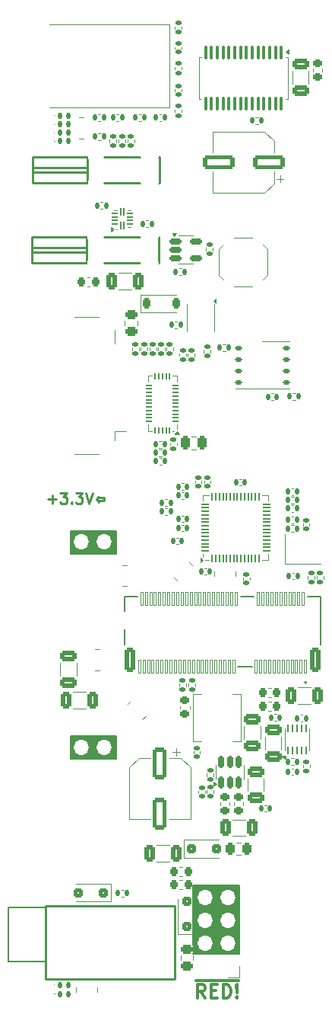
<source format=gbr>
%TF.GenerationSoftware,KiCad,Pcbnew,9.0.2*%
%TF.CreationDate,2025-05-30T13:06:21+02:00*%
%TF.ProjectId,tiliqua-motherboard,74696c69-7175-4612-9d6d-6f7468657262,rev?*%
%TF.SameCoordinates,Original*%
%TF.FileFunction,Legend,Top*%
%TF.FilePolarity,Positive*%
%FSLAX46Y46*%
G04 Gerber Fmt 4.6, Leading zero omitted, Abs format (unit mm)*
G04 Created by KiCad (PCBNEW 9.0.2) date 2025-05-30 13:06:21*
%MOMM*%
%LPD*%
G01*
G04 APERTURE LIST*
G04 Aperture macros list*
%AMRoundRect*
0 Rectangle with rounded corners*
0 $1 Rounding radius*
0 $2 $3 $4 $5 $6 $7 $8 $9 X,Y pos of 4 corners*
0 Add a 4 corners polygon primitive as box body*
4,1,4,$2,$3,$4,$5,$6,$7,$8,$9,$2,$3,0*
0 Add four circle primitives for the rounded corners*
1,1,$1+$1,$2,$3*
1,1,$1+$1,$4,$5*
1,1,$1+$1,$6,$7*
1,1,$1+$1,$8,$9*
0 Add four rect primitives between the rounded corners*
20,1,$1+$1,$2,$3,$4,$5,0*
20,1,$1+$1,$4,$5,$6,$7,0*
20,1,$1+$1,$6,$7,$8,$9,0*
20,1,$1+$1,$8,$9,$2,$3,0*%
%AMRotRect*
0 Rectangle, with rotation*
0 The origin of the aperture is its center*
0 $1 length*
0 $2 width*
0 $3 Rotation angle, in degrees counterclockwise*
0 Add horizontal line*
21,1,$1,$2,0,0,$3*%
G04 Aperture macros list end*
%ADD10C,0.150000*%
%ADD11C,0.375000*%
%ADD12C,0.250000*%
%ADD13C,0.254000*%
%ADD14C,0.120000*%
%ADD15C,0.100000*%
%ADD16C,0.127000*%
%ADD17C,0.200000*%
%ADD18C,0.300000*%
%ADD19C,0.000000*%
%ADD20C,0.600000*%
%ADD21O,1.600000X1.000000*%
%ADD22O,2.000000X1.000000*%
%ADD23R,1.700000X1.700000*%
%ADD24O,1.700000X1.700000*%
%ADD25RoundRect,0.147500X-0.147500X-0.172500X0.147500X-0.172500X0.147500X0.172500X-0.147500X0.172500X0*%
%ADD26RoundRect,0.250000X1.500000X0.550000X-1.500000X0.550000X-1.500000X-0.550000X1.500000X-0.550000X0*%
%ADD27R,0.400000X0.500000*%
%ADD28R,0.300000X0.500000*%
%ADD29RoundRect,0.125000X-0.262500X-0.125000X0.262500X-0.125000X0.262500X0.125000X-0.262500X0.125000X0*%
%ADD30R,3.400000X4.000000*%
%ADD31R,1.900000X0.300000*%
%ADD32C,1.800000*%
%ADD33C,6.400000*%
%ADD34RoundRect,0.135000X-0.135000X-0.185000X0.135000X-0.185000X0.135000X0.185000X-0.135000X0.185000X0*%
%ADD35RoundRect,0.243750X0.243750X0.456250X-0.243750X0.456250X-0.243750X-0.456250X0.243750X-0.456250X0*%
%ADD36RoundRect,0.218750X-0.218750X-0.256250X0.218750X-0.256250X0.218750X0.256250X-0.218750X0.256250X0*%
%ADD37RoundRect,0.135000X0.185000X-0.135000X0.185000X0.135000X-0.185000X0.135000X-0.185000X-0.135000X0*%
%ADD38RoundRect,0.250000X-0.550000X1.500000X-0.550000X-1.500000X0.550000X-1.500000X0.550000X1.500000X0*%
%ADD39R,0.500000X0.400000*%
%ADD40R,0.500000X0.300000*%
%ADD41RotRect,0.500000X0.400000X315.000000*%
%ADD42RotRect,0.500000X0.300000X315.000000*%
%ADD43RoundRect,0.100000X0.021213X0.162635X-0.162635X-0.021213X-0.021213X-0.162635X0.162635X0.021213X0*%
%ADD44RoundRect,0.140000X0.170000X-0.140000X0.170000X0.140000X-0.170000X0.140000X-0.170000X-0.140000X0*%
%ADD45RoundRect,0.140000X0.140000X0.170000X-0.140000X0.170000X-0.140000X-0.170000X0.140000X-0.170000X0*%
%ADD46RoundRect,0.100000X0.162635X-0.021213X-0.021213X0.162635X-0.162635X0.021213X0.021213X-0.162635X0*%
%ADD47RoundRect,0.135000X0.135000X0.185000X-0.135000X0.185000X-0.135000X-0.185000X0.135000X-0.185000X0*%
%ADD48RoundRect,0.135000X-0.185000X0.135000X-0.185000X-0.135000X0.185000X-0.135000X0.185000X0.135000X0*%
%ADD49RoundRect,0.218750X-0.256250X0.218750X-0.256250X-0.218750X0.256250X-0.218750X0.256250X0.218750X0*%
%ADD50RoundRect,0.050000X0.050000X-0.387500X0.050000X0.387500X-0.050000X0.387500X-0.050000X-0.387500X0*%
%ADD51RoundRect,0.050000X0.387500X-0.050000X0.387500X0.050000X-0.387500X0.050000X-0.387500X-0.050000X0*%
%ADD52R,3.200000X3.200000*%
%ADD53RoundRect,0.150000X0.150000X-0.512500X0.150000X0.512500X-0.150000X0.512500X-0.150000X-0.512500X0*%
%ADD54RoundRect,0.140000X-0.140000X-0.170000X0.140000X-0.170000X0.140000X0.170000X-0.140000X0.170000X0*%
%ADD55RoundRect,0.250000X0.650000X-0.325000X0.650000X0.325000X-0.650000X0.325000X-0.650000X-0.325000X0*%
%ADD56R,0.300000X1.600000*%
%ADD57RoundRect,0.250000X-0.650000X0.325000X-0.650000X-0.325000X0.650000X-0.325000X0.650000X0.325000X0*%
%ADD58C,0.700000*%
%ADD59C,4.400000*%
%ADD60RoundRect,0.225000X-0.250000X0.225000X-0.250000X-0.225000X0.250000X-0.225000X0.250000X0.225000X0*%
%ADD61RoundRect,0.250000X0.300000X-0.300000X0.300000X0.300000X-0.300000X0.300000X-0.300000X-0.300000X0*%
%ADD62RoundRect,0.250000X0.325000X0.650000X-0.325000X0.650000X-0.325000X-0.650000X0.325000X-0.650000X0*%
%ADD63RoundRect,0.140000X-0.170000X0.140000X-0.170000X-0.140000X0.170000X-0.140000X0.170000X0.140000X0*%
%ADD64RoundRect,0.218750X0.218750X0.256250X-0.218750X0.256250X-0.218750X-0.256250X0.218750X-0.256250X0*%
%ADD65RoundRect,0.218750X0.256250X-0.218750X0.256250X0.218750X-0.256250X0.218750X-0.256250X-0.218750X0*%
%ADD66RoundRect,0.243750X0.456250X-0.243750X0.456250X0.243750X-0.456250X0.243750X-0.456250X-0.243750X0*%
%ADD67R,1.400000X1.200000*%
%ADD68RoundRect,0.062500X0.062500X-0.350000X0.062500X0.350000X-0.062500X0.350000X-0.062500X-0.350000X0*%
%ADD69R,2.000000X1.200000*%
%ADD70RoundRect,0.250000X-0.325000X-0.650000X0.325000X-0.650000X0.325000X0.650000X-0.325000X0.650000X0*%
%ADD71RoundRect,0.225000X0.225000X0.250000X-0.225000X0.250000X-0.225000X-0.250000X0.225000X-0.250000X0*%
%ADD72RoundRect,0.050000X0.325000X0.050000X-0.325000X0.050000X-0.325000X-0.050000X0.325000X-0.050000X0*%
%ADD73RoundRect,0.050000X0.050000X0.325000X-0.050000X0.325000X-0.050000X-0.325000X0.050000X-0.325000X0*%
%ADD74R,1.250000X3.500000*%
%ADD75C,1.100000*%
%ADD76C,1.600000*%
%ADD77RoundRect,0.036000X0.114000X0.739000X-0.114000X0.739000X-0.114000X-0.739000X0.114000X-0.739000X0*%
%ADD78RoundRect,0.252000X0.348000X1.123000X-0.348000X1.123000X-0.348000X-1.123000X0.348000X-1.123000X0*%
%ADD79RoundRect,0.150000X-0.512500X-0.150000X0.512500X-0.150000X0.512500X0.150000X-0.512500X0.150000X0*%
%ADD80RoundRect,0.250000X-0.300000X-0.300000X0.300000X-0.300000X0.300000X0.300000X-0.300000X0.300000X0*%
%ADD81R,1.100000X1.800000*%
%ADD82RoundRect,0.250000X0.300000X0.300000X-0.300000X0.300000X-0.300000X-0.300000X0.300000X-0.300000X0*%
%ADD83R,2.790000X1.903000*%
%ADD84RoundRect,0.050000X0.050000X-0.375000X0.050000X0.375000X-0.050000X0.375000X-0.050000X-0.375000X0*%
%ADD85RoundRect,0.050000X0.275000X-0.050000X0.275000X0.050000X-0.275000X0.050000X-0.275000X-0.050000X0*%
%ADD86RoundRect,0.100000X-0.100000X0.637500X-0.100000X-0.637500X0.100000X-0.637500X0.100000X0.637500X0*%
%ADD87RoundRect,0.250000X0.250000X0.475000X-0.250000X0.475000X-0.250000X-0.475000X0.250000X-0.475000X0*%
%ADD88O,1.500000X3.500000*%
%ADD89RoundRect,0.225000X-0.225000X-0.375000X0.225000X-0.375000X0.225000X0.375000X-0.225000X0.375000X0*%
%ADD90RotRect,0.500000X0.400000X225.000000*%
%ADD91RotRect,0.500000X0.300000X225.000000*%
G04 APERTURE END LIST*
D10*
X2692246Y-57618527D02*
X7772246Y-57618527D01*
X7772246Y-60158527D01*
X2692246Y-60158527D01*
X2692246Y-57618527D01*
G36*
X2692246Y-57618527D02*
G01*
X7772246Y-57618527D01*
X7772246Y-60158527D01*
X2692246Y-60158527D01*
X2692246Y-57618527D01*
G37*
X16363650Y-97029799D02*
X21476150Y-97029799D01*
X21476150Y-104670199D01*
X16363650Y-104670199D01*
X16363650Y-97029799D01*
G36*
X16363650Y-97029799D02*
G01*
X21476150Y-97029799D01*
X21476150Y-104670199D01*
X16363650Y-104670199D01*
X16363650Y-97029799D01*
G37*
X2673468Y-80430000D02*
X7753468Y-80430000D01*
X7753468Y-82970000D01*
X2673468Y-82970000D01*
X2673468Y-80430000D01*
G36*
X2673468Y-80430000D02*
G01*
X7753468Y-80430000D01*
X7753468Y-82970000D01*
X2673468Y-82970000D01*
X2673468Y-80430000D01*
G37*
D11*
X17718571Y-109524428D02*
X17218571Y-108810142D01*
X16861428Y-109524428D02*
X16861428Y-108024428D01*
X16861428Y-108024428D02*
X17432857Y-108024428D01*
X17432857Y-108024428D02*
X17575714Y-108095857D01*
X17575714Y-108095857D02*
X17647143Y-108167285D01*
X17647143Y-108167285D02*
X17718571Y-108310142D01*
X17718571Y-108310142D02*
X17718571Y-108524428D01*
X17718571Y-108524428D02*
X17647143Y-108667285D01*
X17647143Y-108667285D02*
X17575714Y-108738714D01*
X17575714Y-108738714D02*
X17432857Y-108810142D01*
X17432857Y-108810142D02*
X16861428Y-108810142D01*
X18361428Y-108738714D02*
X18861428Y-108738714D01*
X19075714Y-109524428D02*
X18361428Y-109524428D01*
X18361428Y-109524428D02*
X18361428Y-108024428D01*
X18361428Y-108024428D02*
X19075714Y-108024428D01*
X19718571Y-109524428D02*
X19718571Y-108024428D01*
X19718571Y-108024428D02*
X20075714Y-108024428D01*
X20075714Y-108024428D02*
X20290000Y-108095857D01*
X20290000Y-108095857D02*
X20432857Y-108238714D01*
X20432857Y-108238714D02*
X20504286Y-108381571D01*
X20504286Y-108381571D02*
X20575714Y-108667285D01*
X20575714Y-108667285D02*
X20575714Y-108881571D01*
X20575714Y-108881571D02*
X20504286Y-109167285D01*
X20504286Y-109167285D02*
X20432857Y-109310142D01*
X20432857Y-109310142D02*
X20290000Y-109453000D01*
X20290000Y-109453000D02*
X20075714Y-109524428D01*
X20075714Y-109524428D02*
X19718571Y-109524428D01*
X21218571Y-109381571D02*
X21290000Y-109453000D01*
X21290000Y-109453000D02*
X21218571Y-109524428D01*
X21218571Y-109524428D02*
X21147143Y-109453000D01*
X21147143Y-109453000D02*
X21218571Y-109381571D01*
X21218571Y-109381571D02*
X21218571Y-109524428D01*
X21218571Y-108953000D02*
X21147143Y-108095857D01*
X21147143Y-108095857D02*
X21218571Y-108024428D01*
X21218571Y-108024428D02*
X21290000Y-108095857D01*
X21290000Y-108095857D02*
X21218571Y-108953000D01*
X21218571Y-108953000D02*
X21218571Y-108024428D01*
X16654286Y-107608000D02*
X21425715Y-107608000D01*
D12*
X187143Y-54120000D02*
X1101429Y-54120000D01*
X644286Y-54577142D02*
X644286Y-53662857D01*
X1558571Y-53377142D02*
X2301428Y-53377142D01*
X2301428Y-53377142D02*
X1901428Y-53834285D01*
X1901428Y-53834285D02*
X2072857Y-53834285D01*
X2072857Y-53834285D02*
X2187143Y-53891428D01*
X2187143Y-53891428D02*
X2244285Y-53948571D01*
X2244285Y-53948571D02*
X2301428Y-54062857D01*
X2301428Y-54062857D02*
X2301428Y-54348571D01*
X2301428Y-54348571D02*
X2244285Y-54462857D01*
X2244285Y-54462857D02*
X2187143Y-54520000D01*
X2187143Y-54520000D02*
X2072857Y-54577142D01*
X2072857Y-54577142D02*
X1730000Y-54577142D01*
X1730000Y-54577142D02*
X1615714Y-54520000D01*
X1615714Y-54520000D02*
X1558571Y-54462857D01*
X2815714Y-54462857D02*
X2872857Y-54520000D01*
X2872857Y-54520000D02*
X2815714Y-54577142D01*
X2815714Y-54577142D02*
X2758571Y-54520000D01*
X2758571Y-54520000D02*
X2815714Y-54462857D01*
X2815714Y-54462857D02*
X2815714Y-54577142D01*
X3272857Y-53377142D02*
X4015714Y-53377142D01*
X4015714Y-53377142D02*
X3615714Y-53834285D01*
X3615714Y-53834285D02*
X3787143Y-53834285D01*
X3787143Y-53834285D02*
X3901429Y-53891428D01*
X3901429Y-53891428D02*
X3958571Y-53948571D01*
X3958571Y-53948571D02*
X4015714Y-54062857D01*
X4015714Y-54062857D02*
X4015714Y-54348571D01*
X4015714Y-54348571D02*
X3958571Y-54462857D01*
X3958571Y-54462857D02*
X3901429Y-54520000D01*
X3901429Y-54520000D02*
X3787143Y-54577142D01*
X3787143Y-54577142D02*
X3444286Y-54577142D01*
X3444286Y-54577142D02*
X3330000Y-54520000D01*
X3330000Y-54520000D02*
X3272857Y-54462857D01*
X4358571Y-53377142D02*
X4758571Y-54577142D01*
X4758571Y-54577142D02*
X5158571Y-53377142D01*
X6472857Y-53948571D02*
X6472857Y-54291428D01*
X6472857Y-54291428D02*
X5844285Y-54291428D01*
X5844285Y-54291428D02*
X5844285Y-54405714D01*
X5844285Y-54405714D02*
X5558571Y-54120000D01*
X5558571Y-54120000D02*
X5844285Y-53834285D01*
X5844285Y-53834285D02*
X5844285Y-53948571D01*
X5844285Y-53948571D02*
X6472857Y-53948571D01*
D13*
%TO.C,J5*%
X-1543000Y-16090000D02*
X-1543000Y-18950000D01*
X-1543000Y-17247000D02*
X4553000Y-17247000D01*
X-1543000Y-17791000D02*
X4553000Y-17791000D01*
X4023000Y-18950000D02*
X4409000Y-18950000D01*
X4313000Y-16090000D02*
X4409000Y-16090000D01*
X4553000Y-16090000D02*
X-1543000Y-16090000D01*
X4553000Y-16090000D02*
X4553000Y-18950000D01*
X4553000Y-16090000D02*
X4859000Y-16090000D01*
X4553000Y-18950000D02*
X-1543000Y-18950000D01*
X4553000Y-18950000D02*
X4859000Y-18950000D01*
X6471000Y-16090000D02*
X10509000Y-16090000D01*
X6471000Y-18950000D02*
X10509000Y-18950000D01*
X7321000Y-16090000D02*
X9659000Y-16090000D01*
X7321000Y-18950000D02*
X9659000Y-18950000D01*
X12121000Y-16090000D02*
X12590000Y-16090000D01*
X12121000Y-18950000D02*
X12590000Y-18950000D01*
X12571000Y-16090000D02*
X12590000Y-16090000D01*
X12590000Y-16090000D02*
X12590000Y-18934000D01*
D14*
%TO.C,J6*%
X21500000Y-105980000D02*
X21500000Y-107250000D01*
X21500000Y-107250000D02*
X20230000Y-107250000D01*
D15*
%TO.C,D11*%
X945000Y-108090000D02*
G75*
G02*
X845000Y-108090000I-50000J0D01*
G01*
X845000Y-108090000D02*
G75*
G02*
X945000Y-108090000I50000J0D01*
G01*
D14*
%TO.C,C33*%
X18580000Y-13240000D02*
X18580000Y-15590000D01*
X18580000Y-20060000D02*
X18580000Y-17710000D01*
X24335563Y-13240000D02*
X18580000Y-13240000D01*
X24335563Y-20060000D02*
X18580000Y-20060000D01*
X25400000Y-14304437D02*
X24335563Y-13240000D01*
X25400000Y-14304437D02*
X25400000Y-15590000D01*
X25400000Y-18995563D02*
X24335563Y-20060000D01*
X25400000Y-18995563D02*
X25400000Y-17710000D01*
X26033750Y-18891250D02*
X26033750Y-18103750D01*
X26427500Y-18497500D02*
X25640000Y-18497500D01*
%TO.C,RN3*%
X3320000Y-108380000D02*
X3320000Y-108880000D01*
X5680000Y-108380000D02*
X5680000Y-108880000D01*
%TO.C,U12*%
X27083657Y-36589999D02*
X24083657Y-36589999D01*
X27083657Y-41809999D02*
X21083657Y-41809999D01*
%TO.C,J10*%
X3165000Y-33830000D02*
X5865000Y-33830000D01*
X5865000Y-49070000D02*
X3165000Y-49070000D01*
X7585000Y-35300000D02*
X7585000Y-36850000D01*
X7585000Y-46550000D02*
X7585000Y-47600000D01*
X8915000Y-46550000D02*
X7585000Y-46550000D01*
%TO.C,R24*%
X5776359Y-13418293D02*
X6083641Y-13418293D01*
X5776359Y-14178293D02*
X6083641Y-14178293D01*
%TO.C,F1*%
X21698578Y-92240000D02*
X21181422Y-92240000D01*
X21698578Y-93660000D02*
X21181422Y-93660000D01*
%TO.C,L2*%
X14839721Y-96440000D02*
X15165279Y-96440000D01*
X14839721Y-97460000D02*
X15165279Y-97460000D01*
%TO.C,R42*%
X28582497Y-83924236D02*
X28582497Y-83616954D01*
X29342497Y-83924236D02*
X29342497Y-83616954D01*
%TO.C,C21*%
X9229999Y-83904437D02*
X9230000Y-89660000D01*
X9230000Y-89660000D02*
X11580000Y-89660000D01*
X10294437Y-82839999D02*
X9229999Y-83904437D01*
X10294437Y-82839999D02*
X11580000Y-82840000D01*
X14487500Y-81812500D02*
X14487500Y-82600000D01*
X14881250Y-82206250D02*
X14093750Y-82206249D01*
X14985563Y-82839999D02*
X13700000Y-82840000D01*
X14985563Y-82839999D02*
X16050001Y-83904437D01*
X16050000Y-89660000D02*
X13700000Y-89660000D01*
X16050001Y-83904437D02*
X16050000Y-89660000D01*
%TO.C,RN1*%
X3680000Y-11640000D02*
X4180000Y-11640000D01*
X3680000Y-14000000D02*
X4180000Y-14000000D01*
%TO.C,RN5*%
X14566048Y-63151162D02*
X14212494Y-62797608D01*
X16234820Y-61482390D02*
X15881266Y-61128836D01*
%TO.C,C7*%
X17573657Y-52307835D02*
X17573657Y-52092163D01*
X18293657Y-52307835D02*
X18293657Y-52092163D01*
%TO.C,C28*%
X25655679Y-77985623D02*
X25440007Y-77985623D01*
X25655679Y-78705623D02*
X25440007Y-78705623D01*
%TO.C,R10*%
X8658641Y-97520000D02*
X8351359Y-97520000D01*
X8658641Y-98280000D02*
X8351359Y-98280000D01*
%TO.C,R43*%
X27270452Y-82908014D02*
X27577734Y-82908014D01*
X27270452Y-83668014D02*
X27577734Y-83668014D01*
D13*
%TO.C,J7*%
X-1609250Y-24950000D02*
X-1609250Y-27810000D01*
X-1609250Y-26107000D02*
X4486750Y-26107000D01*
X-1609250Y-26651000D02*
X4486750Y-26651000D01*
X3956750Y-27810000D02*
X4342750Y-27810000D01*
X4246750Y-24950000D02*
X4342750Y-24950000D01*
X4486750Y-24950000D02*
X-1609250Y-24950000D01*
X4486750Y-24950000D02*
X4486750Y-27810000D01*
X4486750Y-24950000D02*
X4792750Y-24950000D01*
X4486750Y-27810000D02*
X-1609250Y-27810000D01*
X4486750Y-27810000D02*
X4792750Y-27810000D01*
X6404750Y-24950000D02*
X10442750Y-24950000D01*
X6404750Y-27810000D02*
X10442750Y-27810000D01*
X7254750Y-24950000D02*
X9592750Y-24950000D01*
X7254750Y-27810000D02*
X9592750Y-27810000D01*
X12054750Y-24950000D02*
X12523750Y-24950000D01*
X12054750Y-27810000D02*
X12523750Y-27810000D01*
X12504750Y-24950000D02*
X12523750Y-24950000D01*
X12523750Y-24950000D02*
X12523750Y-27794000D01*
D14*
%TO.C,R20*%
X11383641Y-23120000D02*
X11076359Y-23120000D01*
X11383641Y-23880000D02*
X11076359Y-23880000D01*
%TO.C,R25*%
X12418673Y-37270677D02*
X12418673Y-37577959D01*
X13178673Y-37270677D02*
X13178673Y-37577959D01*
%TO.C,L1*%
X20894249Y-87790688D02*
X20894249Y-88116246D01*
X21914249Y-87790688D02*
X21914249Y-88116246D01*
%TO.C,U2*%
X17480000Y-53640000D02*
X18130000Y-53640000D01*
X17480000Y-54290000D02*
X17480000Y-53640000D01*
X17480000Y-60210000D02*
X17480000Y-60560000D01*
X18130000Y-60860000D02*
X17720000Y-60860000D01*
X24700000Y-53640000D02*
X24050000Y-53640000D01*
X24700000Y-54290000D02*
X24700000Y-53640000D01*
X24700000Y-60210000D02*
X24700000Y-60860000D01*
X24700000Y-60860000D02*
X24050000Y-60860000D01*
X17480000Y-60860000D02*
X17150000Y-61100000D01*
X17150000Y-60620000D01*
X17480000Y-60860000D01*
G36*
X17480000Y-60860000D02*
G01*
X17150000Y-61100000D01*
X17150000Y-60620000D01*
X17480000Y-60860000D01*
G37*
%TO.C,R41*%
X12877298Y-48559999D02*
X12570016Y-48559999D01*
X12877298Y-49319999D02*
X12570016Y-49319999D01*
D15*
%TO.C,D17*%
X940000Y-11485000D02*
G75*
G02*
X840000Y-11485000I-50000J0D01*
G01*
X840000Y-11485000D02*
G75*
G02*
X940000Y-11485000I50000J0D01*
G01*
D14*
%TO.C,RN10*%
X8933657Y-61419424D02*
X8433657Y-61419424D01*
X8933657Y-63779424D02*
X8433657Y-63779424D01*
%TO.C,R29*%
X14310000Y-1556359D02*
X14310000Y-1863641D01*
X15070000Y-1556359D02*
X15070000Y-1863641D01*
%TO.C,U5*%
X18895000Y-84412500D02*
X18895000Y-83612500D01*
X18895000Y-84412500D02*
X18895000Y-85212500D01*
X22015000Y-84412500D02*
X22015000Y-83612500D01*
X22015000Y-84412500D02*
X22015000Y-85212500D01*
X18945000Y-85712500D02*
X18615000Y-85952500D01*
X18615000Y-85472500D01*
X18945000Y-85712500D01*
G36*
X18945000Y-85712500D02*
G01*
X18615000Y-85952500D01*
X18615000Y-85472500D01*
X18945000Y-85712500D01*
G37*
%TO.C,C2*%
X27332163Y-52907266D02*
X27547835Y-52907266D01*
X27332163Y-53627266D02*
X27547835Y-53627266D01*
%TO.C,C22*%
X1558699Y-73719804D02*
X1558699Y-72297300D01*
X3378699Y-73719804D02*
X3378699Y-72297300D01*
%TO.C,RN8*%
X18744281Y-62152219D02*
X18744281Y-62652219D01*
X21104281Y-62152219D02*
X21104281Y-62652219D01*
%TO.C,U14*%
X15683657Y-35449999D02*
X15683657Y-32449999D01*
X18683657Y-35449999D02*
X18683657Y-32449999D01*
X18913657Y-32339999D02*
X18583657Y-32099999D01*
X18913657Y-31859999D01*
X18913657Y-32339999D01*
G36*
X18913657Y-32339999D02*
G01*
X18583657Y-32099999D01*
X18913657Y-31859999D01*
X18913657Y-32339999D01*
G37*
%TO.C,C38*%
X22050694Y-79295982D02*
X22050694Y-80718486D01*
X23870694Y-79295982D02*
X23870694Y-80718486D01*
%TO.C,R26*%
X11478407Y-37270677D02*
X11478407Y-37577959D01*
X12238407Y-37270677D02*
X12238407Y-37577959D01*
%TO.C,R8*%
X19978641Y-36895000D02*
X19671359Y-36895000D01*
X19978641Y-37655000D02*
X19671359Y-37655000D01*
%TO.C,C43*%
X29730000Y-6284420D02*
X29730000Y-6565580D01*
X30750000Y-6284420D02*
X30750000Y-6565580D01*
%TO.C,R17*%
X17901236Y-86457771D02*
X17901236Y-86765053D01*
X18661236Y-86457771D02*
X18661236Y-86765053D01*
%TO.C,D3*%
X14662500Y-102410000D02*
X14662500Y-98550000D01*
X14662500Y-102410000D02*
X16662500Y-102410000D01*
X16662500Y-102410000D02*
X16662500Y-98550000D01*
%TO.C,R22*%
X14310000Y-6056359D02*
X14310000Y-6363641D01*
X15070000Y-6056359D02*
X15070000Y-6363641D01*
%TO.C,C19*%
X13676252Y-92540000D02*
X12253748Y-92540000D01*
X13676252Y-94360000D02*
X12253748Y-94360000D01*
%TO.C,C39*%
X14330000Y-8572164D02*
X14330000Y-8787836D01*
X15050000Y-8572164D02*
X15050000Y-8787836D01*
%TO.C,C37*%
X13813657Y-47882163D02*
X13813657Y-48097835D01*
X14533657Y-47882163D02*
X14533657Y-48097835D01*
%TO.C,L5*%
X25038185Y-75069751D02*
X24712627Y-75069751D01*
X25038185Y-76089751D02*
X24712627Y-76089751D01*
%TO.C,C11*%
X15297836Y-52340000D02*
X15082164Y-52340000D01*
X15297836Y-53060000D02*
X15082164Y-53060000D01*
D15*
%TO.C,D9*%
X940000Y-13385000D02*
G75*
G02*
X840000Y-13385000I-50000J0D01*
G01*
X840000Y-13385000D02*
G75*
G02*
X940000Y-13385000I50000J0D01*
G01*
D14*
%TO.C,R38*%
X14597298Y-34319999D02*
X14290016Y-34319999D01*
X14597298Y-35079999D02*
X14290016Y-35079999D01*
%TO.C,C30*%
X16410439Y-82329122D02*
X16410439Y-82113450D01*
X17130439Y-82329122D02*
X17130439Y-82113450D01*
%TO.C,C3*%
X17827836Y-61750000D02*
X17612164Y-61750000D01*
X17827836Y-62470000D02*
X17612164Y-62470000D01*
%TO.C,L6*%
X19416156Y-88128934D02*
X19416156Y-87803376D01*
X20436156Y-88128934D02*
X20436156Y-87803376D01*
%TO.C,C18*%
X27540403Y-84046989D02*
X27324731Y-84046989D01*
X27540403Y-84766989D02*
X27324731Y-84766989D01*
%TO.C,F3*%
X8733657Y-34758577D02*
X8733657Y-34241421D01*
X10153657Y-34758577D02*
X10153657Y-34241421D01*
%TO.C,R11*%
X8060000Y-14461934D02*
X8060000Y-14154652D01*
X8820000Y-14461934D02*
X8820000Y-14154652D01*
%TO.C,C10*%
X16567314Y-52307835D02*
X16567314Y-52092163D01*
X17287314Y-52307835D02*
X17287314Y-52092163D01*
%TO.C,Y1*%
X26556811Y-58010800D02*
X26556811Y-61310800D01*
X26556811Y-61310800D02*
X30556811Y-61310800D01*
%TO.C,C5*%
X27315517Y-56040000D02*
X27531189Y-56040000D01*
X27315517Y-56760000D02*
X27531189Y-56760000D01*
%TO.C,L4*%
X25038185Y-76579751D02*
X24712627Y-76579751D01*
X25038185Y-77599751D02*
X24712627Y-77599751D01*
%TO.C,R33*%
X17810000Y-26179952D02*
X17810000Y-26487234D01*
X18570000Y-26179952D02*
X18570000Y-26487234D01*
%TO.C,R32*%
X23613318Y-11632793D02*
X23306036Y-11632793D01*
X23613318Y-12392793D02*
X23306036Y-12392793D01*
%TO.C,U10*%
X26555000Y-82050000D02*
X26555000Y-79550000D01*
X29325000Y-82050000D02*
X29325000Y-79550000D01*
X26640000Y-83080000D02*
X26160000Y-82600000D01*
X26640000Y-82600000D01*
X26640000Y-83080000D01*
G36*
X26640000Y-83080000D02*
G01*
X26160000Y-82600000D01*
X26640000Y-82600000D01*
X26640000Y-83080000D01*
G37*
%TO.C,R37*%
X17559649Y-37486363D02*
X17559649Y-37793645D01*
X18319649Y-37486363D02*
X18319649Y-37793645D01*
%TO.C,RN9*%
X5438177Y-70764062D02*
X5938177Y-70764062D01*
X5438177Y-73124062D02*
X5938177Y-73124062D01*
%TO.C,R13*%
X14310000Y-11103641D02*
X14310000Y-10796359D01*
X15070000Y-11103641D02*
X15070000Y-10796359D01*
%TO.C,C1*%
X25067164Y-42345000D02*
X25282836Y-42345000D01*
X25067164Y-43065000D02*
X25282836Y-43065000D01*
%TO.C,R14*%
X6043641Y-11320000D02*
X5736359Y-11320000D01*
X6043641Y-12080000D02*
X5736359Y-12080000D01*
%TO.C,C20*%
X22151252Y-89710474D02*
X20728748Y-89710474D01*
X22151252Y-91530474D02*
X20728748Y-91530474D01*
%TO.C,C26*%
X8068748Y-28960000D02*
X9491252Y-28960000D01*
X8068748Y-30780000D02*
X9491252Y-30780000D01*
%TO.C,C9*%
X15297836Y-55940000D02*
X15082164Y-55940000D01*
X15297836Y-56660000D02*
X15082164Y-56660000D01*
%TO.C,C27*%
X4830580Y-29440000D02*
X4549420Y-29440000D01*
X4830580Y-30460000D02*
X4549420Y-30460000D01*
D15*
%TO.C,SW3*%
X340000Y-10550000D02*
X13740000Y-10550000D01*
X13740000Y-1350000D02*
X340000Y-1350000D01*
X13740000Y-10550000D02*
X13740000Y-1350000D01*
D14*
%TO.C,C24*%
X4394909Y-75539999D02*
X2972405Y-75539999D01*
X4394909Y-77359999D02*
X2972405Y-77359999D01*
%TO.C,F2*%
X14952500Y-105321078D02*
X14952500Y-104803922D01*
X16372500Y-105321078D02*
X16372500Y-104803922D01*
%TO.C,C42*%
X27430000Y-6513748D02*
X27430000Y-7936252D01*
X29250000Y-6513748D02*
X29250000Y-7936252D01*
%TO.C,U13*%
X11323657Y-40339999D02*
X11323657Y-41089999D01*
X11323657Y-46559999D02*
X11323657Y-45809999D01*
X11773657Y-40339999D02*
X11323657Y-40339999D01*
X11773657Y-46559999D02*
X11323657Y-46559999D01*
X14093657Y-40339999D02*
X14543657Y-40339999D01*
X14093657Y-46559999D02*
X14243657Y-46559999D01*
X14543657Y-40339999D02*
X14543657Y-41089999D01*
X14543657Y-45809999D02*
X14543656Y-46319999D01*
X14783657Y-46889999D02*
X14303657Y-46889999D01*
X14543657Y-46559999D01*
X14783657Y-46889999D01*
G36*
X14783657Y-46889999D02*
G01*
X14303657Y-46889999D01*
X14543657Y-46559999D01*
X14783657Y-46889999D01*
G37*
%TO.C,C32*%
X24370137Y-81942914D02*
X24370137Y-80520410D01*
X26190137Y-81942914D02*
X26190137Y-80520410D01*
%TO.C,R7*%
X13186359Y-55095000D02*
X13493641Y-55095000D01*
X13186359Y-55855000D02*
X13493641Y-55855000D01*
%TO.C,R6*%
X13186359Y-54095000D02*
X13493641Y-54095000D01*
X13186359Y-54855000D02*
X13493641Y-54855000D01*
%TO.C,R18*%
X17900038Y-84561991D02*
X17900038Y-84869273D01*
X18660038Y-84561991D02*
X18660038Y-84869273D01*
%TO.C,R36*%
X14815734Y-37903148D02*
X14815734Y-38210430D01*
X15575734Y-37903148D02*
X15575734Y-38210430D01*
%TO.C,R16*%
X29160000Y-62943641D02*
X29160000Y-62636359D01*
X29920000Y-62943641D02*
X29920000Y-62636359D01*
%TO.C,R31*%
X9543657Y-37573640D02*
X9543657Y-37266358D01*
X10303657Y-37573640D02*
X10303657Y-37266358D01*
%TO.C,R40*%
X12887298Y-49499999D02*
X12580016Y-49499999D01*
X12887298Y-50259999D02*
X12580016Y-50259999D01*
%TO.C,C12*%
X15297836Y-53340000D02*
X15082164Y-53340000D01*
X15297836Y-54060000D02*
X15082164Y-54060000D01*
D16*
%TO.C,J8*%
X8690000Y-64934400D02*
X8690000Y-66534400D01*
X8690000Y-70239400D02*
X8690000Y-68554400D01*
X10170000Y-64934400D02*
X8690000Y-64934400D01*
X22920000Y-72684400D02*
X21360000Y-72684400D01*
X23140000Y-64934400D02*
X21640000Y-64934400D01*
X30590000Y-64934400D02*
X29110000Y-64934400D01*
X30590000Y-64934400D02*
X30590000Y-70239400D01*
D17*
X28990000Y-74484400D02*
G75*
G02*
X28790000Y-74484400I-100000J0D01*
G01*
X28790000Y-74484400D02*
G75*
G02*
X28990000Y-74484400I100000J0D01*
G01*
D14*
%TO.C,C13*%
X27332164Y-54765000D02*
X27547836Y-54765000D01*
X27332164Y-55485000D02*
X27547836Y-55485000D01*
%TO.C,R19*%
X6293641Y-21070000D02*
X5986359Y-21070000D01*
X6293641Y-21830000D02*
X5986359Y-21830000D01*
%TO.C,R15*%
X30135000Y-62646359D02*
X30135000Y-62953641D01*
X30895000Y-62646359D02*
X30895000Y-62953641D01*
%TO.C,C16*%
X27418473Y-62291682D02*
X27634145Y-62291682D01*
X27418473Y-63011682D02*
X27634145Y-63011682D01*
%TO.C,U9*%
X15552500Y-24823593D02*
X14752500Y-24823593D01*
X15552500Y-24823593D02*
X16352500Y-24823593D01*
X15552500Y-27943593D02*
X14752500Y-27943593D01*
X15552500Y-27943593D02*
X16352500Y-27943593D01*
X14252500Y-24873593D02*
X14012500Y-24543593D01*
X14492500Y-24543593D01*
X14252500Y-24873593D01*
G36*
X14252500Y-24873593D02*
G01*
X14012500Y-24543593D01*
X14492500Y-24543593D01*
X14252500Y-24873593D01*
G37*
%TO.C,R50*%
X12877298Y-47619999D02*
X12570016Y-47619999D01*
X12877298Y-48379999D02*
X12570016Y-48379999D01*
%TO.C,R9*%
X13353657Y-37270677D02*
X13353657Y-37577959D01*
X14113657Y-37270677D02*
X14113657Y-37577959D01*
%TO.C,R44*%
X15753657Y-37916358D02*
X15753657Y-38223640D01*
X16513657Y-37916358D02*
X16513657Y-38223640D01*
D15*
%TO.C,D5*%
X945000Y-14325000D02*
G75*
G02*
X845000Y-14325000I-50000J0D01*
G01*
X845000Y-14325000D02*
G75*
G02*
X945000Y-14325000I50000J0D01*
G01*
%TO.C,D7*%
X945000Y-109080000D02*
G75*
G02*
X845000Y-109080000I-50000J0D01*
G01*
X845000Y-109080000D02*
G75*
G02*
X945000Y-109080000I50000J0D01*
G01*
D14*
%TO.C,R27*%
X15083641Y-28453593D02*
X14776359Y-28453593D01*
X15083641Y-29213593D02*
X14776359Y-29213593D01*
%TO.C,C29*%
X28004122Y-75039999D02*
X29426626Y-75039999D01*
X28004122Y-76859999D02*
X29426626Y-76859999D01*
%TO.C,D2*%
X15330000Y-91950000D02*
X15330000Y-93950000D01*
X15330000Y-91950000D02*
X19190000Y-91950000D01*
X15330000Y-93950000D02*
X19190000Y-93950000D01*
%TO.C,R28*%
X10503657Y-37577228D02*
X10503657Y-37269946D01*
X11263657Y-37577228D02*
X11263657Y-37269946D01*
%TO.C,R3*%
X27778641Y-42295000D02*
X27471359Y-42295000D01*
X27778641Y-43055000D02*
X27471359Y-43055000D01*
%TO.C,SW2*%
X19220000Y-26300000D02*
X19220000Y-29200000D01*
X19220000Y-26300000D02*
X19710000Y-25810000D01*
X19220000Y-29200000D02*
X19710000Y-29690000D01*
X20900000Y-25030001D02*
X22980000Y-25030001D01*
X20900000Y-30469999D02*
X22980000Y-30469999D01*
X24660000Y-26300000D02*
X24170000Y-25810000D01*
X24660000Y-26300000D02*
X24660000Y-29200000D01*
X24660000Y-29200000D02*
X24170000Y-29690000D01*
%TO.C,C25*%
X24312164Y-88090000D02*
X24527836Y-88090000D01*
X24312164Y-88810000D02*
X24527836Y-88810000D01*
%TO.C,C17*%
X28332164Y-78090000D02*
X28547836Y-78090000D01*
X28332164Y-78810000D02*
X28547836Y-78810000D01*
%TO.C,R1*%
X14785000Y-74571359D02*
X14785000Y-74878641D01*
X15545000Y-74571359D02*
X15545000Y-74878641D01*
%TO.C,D1*%
X7200000Y-96825000D02*
X3340000Y-96825000D01*
X7200000Y-98825000D02*
X3340000Y-98825000D01*
X7200000Y-98825000D02*
X7200000Y-96825000D01*
%TO.C,C41*%
X14330000Y-3842164D02*
X14330000Y-4057836D01*
X15050000Y-3842164D02*
X15050000Y-4057836D01*
D15*
%TO.C,D13*%
X950000Y-12435000D02*
G75*
G02*
X850000Y-12435000I-50000J0D01*
G01*
X850000Y-12435000D02*
G75*
G02*
X950000Y-12435000I50000J0D01*
G01*
D14*
%TO.C,C15*%
X28600274Y-57013231D02*
X28600274Y-56797559D01*
X29320274Y-57013231D02*
X29320274Y-56797559D01*
%TO.C,R12*%
X9050000Y-14461934D02*
X9050000Y-14154652D01*
X9810000Y-14461934D02*
X9810000Y-14154652D01*
%TO.C,C23*%
X22420380Y-86545485D02*
X22420380Y-85122981D01*
X24240380Y-86545485D02*
X24240380Y-85122981D01*
%TO.C,C40*%
X12602164Y-11340000D02*
X12817836Y-11340000D01*
X12602164Y-12060000D02*
X12817836Y-12060000D01*
%TO.C,C4*%
X21930940Y-62842163D02*
X21930940Y-63057835D01*
X22650940Y-62842163D02*
X22650940Y-63057835D01*
%TO.C,R5*%
X27583641Y-56970000D02*
X27276359Y-56970000D01*
X27583641Y-57730000D02*
X27276359Y-57730000D01*
%TO.C,C34*%
X14937765Y-77076654D02*
X14937765Y-77357814D01*
X15957765Y-77076654D02*
X15957765Y-77357814D01*
%TO.C,R2*%
X15835000Y-74571359D02*
X15835000Y-74878641D01*
X16595000Y-74571359D02*
X16595000Y-74878641D01*
%TO.C,L3*%
X16365905Y-75757382D02*
X17310905Y-75757382D01*
X16365905Y-81037382D02*
X16365905Y-75757382D01*
X17310905Y-81037382D02*
X16365905Y-81037382D01*
X20700905Y-81037382D02*
X21645905Y-81037382D01*
X21645905Y-75757382D02*
X20700905Y-75757382D01*
X21645905Y-81037382D02*
X21645905Y-75757382D01*
%TO.C,R30*%
X10296359Y-11320000D02*
X10603641Y-11320000D01*
X10296359Y-12080000D02*
X10603641Y-12080000D01*
%TO.C,C31*%
X16967542Y-86512788D02*
X16967542Y-86728460D01*
X17687542Y-86512788D02*
X17687542Y-86728460D01*
%TO.C,U8*%
X7559220Y-22021686D02*
X7909220Y-22021686D01*
X7909220Y-24141686D02*
X7799220Y-24141686D01*
X9379220Y-22021686D02*
X9029220Y-22021686D01*
X9379220Y-23841686D02*
X9029220Y-23841686D01*
X7559220Y-24141686D02*
X7229220Y-24381686D01*
X7229220Y-23901686D01*
X7559220Y-24141686D01*
G36*
X7559220Y-24141686D02*
G01*
X7229220Y-24381686D01*
X7229220Y-23901686D01*
X7559220Y-24141686D01*
G37*
%TO.C,C14*%
X14697836Y-58400000D02*
X14482164Y-58400000D01*
X14697836Y-59120000D02*
X14482164Y-59120000D01*
%TO.C,R4*%
X27589283Y-53820000D02*
X27282001Y-53820000D01*
X27589283Y-54580000D02*
X27282001Y-54580000D01*
%TO.C,U7*%
X17005000Y-5002500D02*
X17280000Y-5002500D01*
X17005000Y-7312500D02*
X17005000Y-5002500D01*
X17005000Y-7312500D02*
X17005000Y-9622500D01*
X17005000Y-9622500D02*
X17280000Y-9622500D01*
X26925000Y-5002500D02*
X26650000Y-5002500D01*
X26925000Y-7312500D02*
X26925000Y-5002500D01*
X26925000Y-7312500D02*
X26925000Y-9622500D01*
X26925000Y-9622500D02*
X26650000Y-9622500D01*
X26980000Y-4652500D02*
X26650000Y-4412500D01*
X26980000Y-4172500D01*
X26980000Y-4652500D01*
G36*
X26980000Y-4652500D02*
G01*
X26650000Y-4412500D01*
X26980000Y-4172500D01*
X26980000Y-4652500D01*
G37*
%TO.C,C45*%
X16694909Y-47114999D02*
X16172405Y-47114999D01*
X16694909Y-48584999D02*
X16172405Y-48584999D01*
%TO.C,C6*%
X21731706Y-51844428D02*
X21516034Y-51844428D01*
X21731706Y-52564428D02*
X21516034Y-52564428D01*
D10*
%TO.C,J4*%
X-4210000Y-99507736D02*
X-4210000Y-105507736D01*
X-210000Y-99507736D02*
X-4210000Y-99507736D01*
X-210000Y-105507736D02*
X-4210000Y-105507736D01*
D13*
X-110000Y-99307736D02*
X14290000Y-99307736D01*
X14290000Y-107407736D01*
X-110000Y-107407736D01*
X-110000Y-99307736D01*
D14*
%TO.C,C8*%
X15297836Y-56940000D02*
X15082164Y-56940000D01*
X15297836Y-57660000D02*
X15082164Y-57660000D01*
%TO.C,D4*%
X10463657Y-31369999D02*
X10463657Y-33369999D01*
X10463657Y-31369999D02*
X14473657Y-31369999D01*
X10463657Y-33369999D02*
X14473657Y-33369999D01*
%TO.C,RN6*%
X9038611Y-76865613D02*
X9392165Y-76512059D01*
X10707383Y-78534385D02*
X11060937Y-78180831D01*
%TO.C,R23*%
X7050000Y-14134652D02*
X7050000Y-14441934D01*
X7810000Y-14134652D02*
X7810000Y-14441934D01*
%TO.C,R21*%
X7776359Y-11320000D02*
X8083641Y-11320000D01*
X7776359Y-12080000D02*
X8083641Y-12080000D01*
%TO.C,L7*%
X15165279Y-94940000D02*
X14839721Y-94940000D01*
X15165279Y-95960000D02*
X14839721Y-95960000D01*
%TD*%
%LPC*%
D15*
X21850765Y-31986463D02*
G75*
G02*
X21815963Y-32905463I-953865J-424037D01*
G01*
X21850765Y-31986463D02*
X21745246Y-32269063D01*
X21850765Y-31986463D02*
X22128073Y-32117245D01*
D12*
G36*
X29825985Y-42522141D02*
G01*
X29874419Y-42537175D01*
X29913554Y-42560879D01*
X29947138Y-42592776D01*
X29972834Y-42628295D01*
X29991284Y-42667918D01*
X30013632Y-42667918D01*
X30019111Y-42633870D01*
X30031059Y-42605826D01*
X30049353Y-42582555D01*
X30073215Y-42565296D01*
X30104038Y-42554314D01*
X30143875Y-42550315D01*
X30468657Y-42550315D01*
X30468657Y-42702967D01*
X30164879Y-42702967D01*
X30130003Y-42708175D01*
X30104674Y-42722567D01*
X30088446Y-42746534D01*
X30082264Y-42785521D01*
X30082264Y-43083742D01*
X30468657Y-43083742D01*
X30468657Y-43234928D01*
X29488632Y-43234928D01*
X29488632Y-42840170D01*
X29625835Y-42840170D01*
X29625835Y-43083742D01*
X29945061Y-43083742D01*
X29945061Y-42840170D01*
X29939954Y-42787540D01*
X29925888Y-42746377D01*
X29903784Y-42714141D01*
X29873603Y-42689662D01*
X29836696Y-42674645D01*
X29791066Y-42669322D01*
X29779831Y-42669322D01*
X29734151Y-42674580D01*
X29697266Y-42689389D01*
X29667174Y-42713469D01*
X29645121Y-42745287D01*
X29630997Y-42786596D01*
X29625835Y-42840170D01*
X29488632Y-42840170D01*
X29488632Y-42823318D01*
X29492357Y-42763317D01*
X29503031Y-42710216D01*
X29520139Y-42663033D01*
X29544616Y-42619621D01*
X29574623Y-42583996D01*
X29610448Y-42555261D01*
X29651212Y-42534217D01*
X29697473Y-42521249D01*
X29750460Y-42516732D01*
X29765848Y-42516732D01*
X29825985Y-42522141D01*
G37*
G36*
X30488257Y-42030200D02*
G01*
X30483423Y-42103013D01*
X30469646Y-42166467D01*
X30447652Y-42221992D01*
X30416457Y-42272528D01*
X30378357Y-42313977D01*
X30332857Y-42347288D01*
X30281762Y-42371417D01*
X30224780Y-42386240D01*
X30160666Y-42391374D01*
X30145279Y-42391374D01*
X30145279Y-42241592D01*
X30159262Y-42241592D01*
X30216654Y-42235057D01*
X30263711Y-42216546D01*
X30302755Y-42186332D01*
X30331786Y-42146326D01*
X30350072Y-42095763D01*
X30356671Y-42031604D01*
X30349807Y-41965694D01*
X30330816Y-41914032D01*
X30300678Y-41873396D01*
X30260188Y-41842944D01*
X30210636Y-41824104D01*
X30149431Y-41817403D01*
X30136853Y-41817403D01*
X30078505Y-41823964D01*
X30030773Y-41842517D01*
X29991284Y-41872724D01*
X29961180Y-41912457D01*
X29942976Y-41958711D01*
X29936635Y-42013408D01*
X29940619Y-42058560D01*
X29951350Y-42092482D01*
X29968107Y-42121503D01*
X29987071Y-42142918D01*
X30027676Y-42174364D01*
X30027676Y-42360600D01*
X29488632Y-42360600D01*
X29488632Y-41704014D01*
X29621683Y-41704014D01*
X29621683Y-42213565D01*
X29910073Y-42213565D01*
X29910073Y-42191156D01*
X29887375Y-42174703D01*
X29864583Y-42151283D01*
X29845409Y-42122542D01*
X29828862Y-42083384D01*
X29818639Y-42039038D01*
X29814879Y-41982573D01*
X29819135Y-41925659D01*
X29831569Y-41873438D01*
X29852004Y-41825097D01*
X29880463Y-41781329D01*
X29916591Y-41743924D01*
X29961181Y-41712379D01*
X30010841Y-41689635D01*
X30068396Y-41675387D01*
X30135448Y-41670369D01*
X30150835Y-41670369D01*
X30217827Y-41675478D01*
X30276641Y-41690130D01*
X30328644Y-41713783D01*
X30375142Y-41746707D01*
X30414164Y-41787727D01*
X30446247Y-41837737D01*
X30468962Y-41892884D01*
X30483232Y-41956510D01*
X30488257Y-42030200D01*
G37*
G36*
X30748681Y-41625917D02*
G01*
X29488632Y-41214368D01*
X29488632Y-41070142D01*
X30748681Y-41481753D01*
X30748681Y-41625917D01*
G37*
G36*
X30177946Y-40262984D02*
G01*
X30245649Y-40276341D01*
X30302696Y-40297218D01*
X30350721Y-40325041D01*
X30390987Y-40359762D01*
X30432444Y-40413142D01*
X30462641Y-40475328D01*
X30481573Y-40548017D01*
X30488257Y-40633436D01*
X30481594Y-40718090D01*
X30462697Y-40790336D01*
X30432506Y-40852346D01*
X30390987Y-40905767D01*
X30350724Y-40940465D01*
X30302701Y-40968271D01*
X30245655Y-40989136D01*
X30177950Y-41002486D01*
X30097652Y-41007250D01*
X29859637Y-41007250D01*
X29781379Y-41002552D01*
X29714734Y-40989322D01*
X29657955Y-40968533D01*
X29609569Y-40940682D01*
X29568438Y-40905767D01*
X29525923Y-40852212D01*
X29495085Y-40790155D01*
X29475818Y-40717956D01*
X29469032Y-40633436D01*
X29600678Y-40633436D01*
X29605280Y-40687419D01*
X29618225Y-40732356D01*
X29638814Y-40769963D01*
X29667174Y-40801475D01*
X29701792Y-40826175D01*
X29743088Y-40844479D01*
X29792368Y-40856123D01*
X29851272Y-40860277D01*
X30103269Y-40860277D01*
X30165436Y-40856157D01*
X30216286Y-40844742D01*
X30257799Y-40827056D01*
X30291580Y-40803551D01*
X30319024Y-40773131D01*
X30339198Y-40735722D01*
X30352051Y-40689833D01*
X30356671Y-40633436D01*
X30351914Y-40575581D01*
X30338734Y-40528976D01*
X30318130Y-40491404D01*
X30290176Y-40461245D01*
X30255769Y-40437925D01*
X30214159Y-40420469D01*
X30163913Y-40409271D01*
X30103269Y-40405252D01*
X29851272Y-40405252D01*
X29790871Y-40409551D01*
X29740990Y-40421536D01*
X29699778Y-40440274D01*
X29665769Y-40465458D01*
X29637960Y-40497554D01*
X29617795Y-40535412D01*
X29605155Y-40580182D01*
X29600678Y-40633436D01*
X29469032Y-40633436D01*
X29475840Y-40548152D01*
X29495142Y-40475511D01*
X29525985Y-40413276D01*
X29568438Y-40359762D01*
X29609572Y-40324824D01*
X29657961Y-40296956D01*
X29714740Y-40276155D01*
X29781383Y-40262919D01*
X29859637Y-40258218D01*
X30097652Y-40258218D01*
X30177946Y-40262984D01*
G37*
G36*
X30488257Y-39758742D02*
G01*
X30483423Y-39831554D01*
X30469646Y-39895009D01*
X30447652Y-39950533D01*
X30416457Y-40001069D01*
X30378357Y-40042519D01*
X30332857Y-40075830D01*
X30281762Y-40099959D01*
X30224780Y-40114782D01*
X30160666Y-40119916D01*
X30145279Y-40119916D01*
X30145279Y-39970134D01*
X30159262Y-39970134D01*
X30216654Y-39963598D01*
X30263711Y-39945088D01*
X30302755Y-39914874D01*
X30331786Y-39874868D01*
X30350072Y-39824304D01*
X30356671Y-39760146D01*
X30349807Y-39694236D01*
X30330816Y-39642573D01*
X30300678Y-39601938D01*
X30260188Y-39571485D01*
X30210636Y-39552646D01*
X30149431Y-39545945D01*
X30136853Y-39545945D01*
X30078505Y-39552506D01*
X30030773Y-39571059D01*
X29991284Y-39601266D01*
X29961180Y-39640999D01*
X29942976Y-39687253D01*
X29936635Y-39741950D01*
X29940619Y-39787102D01*
X29951350Y-39821023D01*
X29968107Y-39850044D01*
X29987071Y-39871460D01*
X30027676Y-39902906D01*
X30027676Y-40089141D01*
X29488632Y-40089141D01*
X29488632Y-39432555D01*
X29621683Y-39432555D01*
X29621683Y-39942107D01*
X29910073Y-39942107D01*
X29910073Y-39919698D01*
X29887375Y-39903245D01*
X29864583Y-39879825D01*
X29845409Y-39851083D01*
X29828862Y-39811925D01*
X29818639Y-39767579D01*
X29814879Y-39711114D01*
X29819135Y-39654201D01*
X29831569Y-39601980D01*
X29852004Y-39553639D01*
X29880463Y-39509871D01*
X29916591Y-39472466D01*
X29961181Y-39440921D01*
X30010841Y-39418176D01*
X30068396Y-39403929D01*
X30135448Y-39398911D01*
X30150835Y-39398911D01*
X30217827Y-39404019D01*
X30276641Y-39418672D01*
X30328644Y-39442325D01*
X30375142Y-39475249D01*
X30414164Y-39516269D01*
X30446247Y-39566278D01*
X30468962Y-39621426D01*
X30483232Y-39685051D01*
X30488257Y-39758742D01*
G37*
G36*
X30488257Y-39150088D02*
G01*
X30484565Y-39181421D01*
X30473883Y-39208374D01*
X30456078Y-39231971D01*
X30432811Y-39250117D01*
X30405660Y-39261068D01*
X30373463Y-39264883D01*
X30341249Y-39261049D01*
X30314363Y-39250085D01*
X30291580Y-39231971D01*
X30274173Y-39208421D01*
X30263699Y-39181467D01*
X30260073Y-39150088D01*
X30263768Y-39118717D01*
X30274452Y-39091767D01*
X30292252Y-39068206D01*
X30315453Y-39049994D01*
X30342162Y-39039075D01*
X30373463Y-39035294D01*
X30405660Y-39039109D01*
X30432811Y-39050060D01*
X30456078Y-39068206D01*
X30473878Y-39091767D01*
X30484562Y-39118717D01*
X30488257Y-39150088D01*
G37*
G36*
X30468657Y-38890153D02*
G01*
X30358076Y-38890153D01*
X30290576Y-38885810D01*
X30235289Y-38873780D01*
X30190098Y-38855165D01*
X30149060Y-38828587D01*
X30113503Y-38795425D01*
X30082997Y-38755087D01*
X30046000Y-38685461D01*
X30013632Y-38597611D01*
X29987071Y-38512187D01*
X29966178Y-38457528D01*
X29942252Y-38413513D01*
X29912021Y-38376624D01*
X29875757Y-38349766D01*
X29833424Y-38333173D01*
X29782639Y-38327356D01*
X29777083Y-38327356D01*
X29724624Y-38333948D01*
X29682248Y-38352625D01*
X29647573Y-38383410D01*
X29622215Y-38423140D01*
X29606338Y-38471390D01*
X29600678Y-38530383D01*
X29606718Y-38591058D01*
X29623725Y-38640944D01*
X29651054Y-38682302D01*
X29678099Y-38706918D01*
X29710959Y-38724904D01*
X29750846Y-38736295D01*
X29799431Y-38740371D01*
X29821840Y-38740371D01*
X29821840Y-38886001D01*
X29800835Y-38886001D01*
X29731215Y-38880476D01*
X29671858Y-38864811D01*
X29620951Y-38839778D01*
X29575888Y-38805208D01*
X29538482Y-38763039D01*
X29508233Y-38712405D01*
X29486742Y-38657050D01*
X29473565Y-38596680D01*
X29469032Y-38530383D01*
X29473450Y-38464037D01*
X29486217Y-38404408D01*
X29506889Y-38350498D01*
X29535928Y-38300886D01*
X29571268Y-38259642D01*
X29613257Y-38225873D01*
X29660796Y-38200931D01*
X29714027Y-38185668D01*
X29774274Y-38180383D01*
X29786853Y-38180383D01*
X29849373Y-38184986D01*
X29901499Y-38197882D01*
X29945061Y-38218180D01*
X29984304Y-38246330D01*
X30018746Y-38280887D01*
X30048681Y-38322471D01*
X30085437Y-38392513D01*
X30117252Y-38475795D01*
X30142470Y-38558410D01*
X30164062Y-38620469D01*
X30185152Y-38664106D01*
X30211255Y-38699516D01*
X30240473Y-38722908D01*
X30275608Y-38736686D01*
X30323027Y-38741775D01*
X30337071Y-38741775D01*
X30337071Y-38188810D01*
X30468657Y-38188810D01*
X30468657Y-38890153D01*
G37*
G36*
X30488257Y-37698309D02*
G01*
X30483423Y-37771121D01*
X30469646Y-37834576D01*
X30447652Y-37890101D01*
X30416457Y-37940637D01*
X30378357Y-37982086D01*
X30332857Y-38015397D01*
X30281762Y-38039526D01*
X30224780Y-38054349D01*
X30160666Y-38059483D01*
X30145279Y-38059483D01*
X30145279Y-37909701D01*
X30159262Y-37909701D01*
X30216654Y-37903166D01*
X30263711Y-37884655D01*
X30302755Y-37854441D01*
X30331786Y-37814435D01*
X30350072Y-37763872D01*
X30356671Y-37699713D01*
X30349807Y-37633803D01*
X30330816Y-37582141D01*
X30300678Y-37541505D01*
X30260188Y-37511053D01*
X30210636Y-37492213D01*
X30149431Y-37485512D01*
X30136853Y-37485512D01*
X30078505Y-37492073D01*
X30030773Y-37510626D01*
X29991284Y-37540833D01*
X29961180Y-37580566D01*
X29942976Y-37626820D01*
X29936635Y-37681517D01*
X29940619Y-37726669D01*
X29951350Y-37760591D01*
X29968107Y-37789611D01*
X29987071Y-37811027D01*
X30027676Y-37842473D01*
X30027676Y-38028708D01*
X29488632Y-38028708D01*
X29488632Y-37372123D01*
X29621683Y-37372123D01*
X29621683Y-37881674D01*
X29910073Y-37881674D01*
X29910073Y-37859265D01*
X29887375Y-37842812D01*
X29864583Y-37819392D01*
X29845409Y-37790650D01*
X29828862Y-37751493D01*
X29818639Y-37707147D01*
X29814879Y-37650682D01*
X29819135Y-37593768D01*
X29831569Y-37541547D01*
X29852004Y-37493206D01*
X29880463Y-37449438D01*
X29916591Y-37412033D01*
X29961181Y-37380488D01*
X30010841Y-37357744D01*
X30068396Y-37343496D01*
X30135448Y-37338478D01*
X30150835Y-37338478D01*
X30217827Y-37343586D01*
X30276641Y-37358239D01*
X30328644Y-37381892D01*
X30375142Y-37414816D01*
X30414164Y-37455836D01*
X30446247Y-37505846D01*
X30468962Y-37560993D01*
X30483232Y-37624619D01*
X30488257Y-37698309D01*
G37*
D10*
G36*
X22606038Y-32817220D02*
G01*
X22629913Y-32844256D01*
X22647914Y-32871314D01*
X22660673Y-32898590D01*
X22668707Y-32927393D01*
X22671090Y-32955238D01*
X22668082Y-32982629D01*
X22659716Y-33008852D01*
X22645591Y-33033980D01*
X22625027Y-33058378D01*
X22618498Y-33064906D01*
X22590689Y-33088125D01*
X22563762Y-33102296D01*
X22537102Y-33108842D01*
X22509321Y-33109558D01*
X22483350Y-33105391D01*
X22458711Y-33096408D01*
X22449230Y-33105889D01*
X22461351Y-33122659D01*
X22468179Y-33139626D01*
X22470291Y-33157260D01*
X22467490Y-33174707D01*
X22459072Y-33192443D01*
X22443867Y-33211041D01*
X22306074Y-33348834D01*
X22241309Y-33284070D01*
X22370191Y-33155188D01*
X22382778Y-33138182D01*
X22387418Y-33121329D01*
X22384135Y-33104276D01*
X22370217Y-33085113D01*
X22243692Y-32958588D01*
X22079760Y-33122521D01*
X22015617Y-33058378D01*
X22173617Y-32900378D01*
X22301903Y-32900378D01*
X22405241Y-33003716D01*
X22429737Y-33023879D01*
X22453169Y-33035375D01*
X22476223Y-33039674D01*
X22499414Y-33037255D01*
X22521443Y-33027967D01*
X22543061Y-33010866D01*
X22547827Y-33006100D01*
X22564977Y-32984489D01*
X22574343Y-32962557D01*
X22576894Y-32939573D01*
X22572750Y-32916718D01*
X22561217Y-32893200D01*
X22540677Y-32868280D01*
X22437339Y-32764942D01*
X22301903Y-32900378D01*
X22173617Y-32900378D01*
X22431406Y-32642589D01*
X22606038Y-32817220D01*
G37*
G36*
X22971647Y-33182829D02*
G01*
X22994858Y-33209560D01*
X23012300Y-33237200D01*
X23024495Y-33265987D01*
X23031590Y-33296287D01*
X23032930Y-33326016D01*
X23028640Y-33355673D01*
X23018773Y-33383964D01*
X23002623Y-33411565D01*
X22979367Y-33438831D01*
X22971647Y-33446551D01*
X22944336Y-33469733D01*
X22916429Y-33485811D01*
X22887557Y-33495565D01*
X22857336Y-33499686D01*
X22827508Y-33498208D01*
X22797586Y-33491083D01*
X22769188Y-33478944D01*
X22741951Y-33461694D01*
X22715645Y-33438831D01*
X22614664Y-33337850D01*
X22454877Y-33497638D01*
X22390734Y-33433495D01*
X22544589Y-33279640D01*
X22672875Y-33279640D01*
X22767328Y-33374092D01*
X22791386Y-33393838D01*
X22815131Y-33405528D01*
X22839165Y-33410335D01*
X22863319Y-33408323D01*
X22886022Y-33399120D01*
X22908100Y-33381812D01*
X22914033Y-33375880D01*
X22931707Y-33353405D01*
X22941071Y-33330513D01*
X22943125Y-33306375D01*
X22938331Y-33282324D01*
X22926650Y-33258571D01*
X22906908Y-33234512D01*
X22812456Y-33140059D01*
X22672875Y-33279640D01*
X22544589Y-33279640D01*
X22806523Y-33017705D01*
X22971647Y-33182829D01*
G37*
G36*
X22734013Y-33776773D02*
G01*
X22780928Y-33729858D01*
X22811408Y-33703063D01*
X22839968Y-33684710D01*
X22867039Y-33673435D01*
X22895726Y-33667300D01*
X22924881Y-33666284D01*
X22954938Y-33670456D01*
X23000174Y-33684299D01*
X23051178Y-33707838D01*
X23098690Y-33732811D01*
X23130743Y-33747137D01*
X23159568Y-33755660D01*
X23188045Y-33758485D01*
X23214826Y-33754494D01*
X23239825Y-33743573D01*
X23263840Y-33724495D01*
X23266197Y-33722138D01*
X23285657Y-33697085D01*
X23295711Y-33671182D01*
X23297362Y-33643410D01*
X23291264Y-33615795D01*
X23277529Y-33588589D01*
X23254902Y-33561159D01*
X23226597Y-33537979D01*
X23198217Y-33524029D01*
X23169076Y-33518077D01*
X23147158Y-33519108D01*
X23125586Y-33525419D01*
X23103830Y-33537508D01*
X23081488Y-33556392D01*
X23071981Y-33565900D01*
X23010195Y-33504114D01*
X23019107Y-33495202D01*
X23050988Y-33468009D01*
X23082818Y-33449472D01*
X23115036Y-33438494D01*
X23148821Y-33434043D01*
X23182582Y-33436064D01*
X23216898Y-33444712D01*
X23249501Y-33459080D01*
X23280704Y-33479102D01*
X23310755Y-33505306D01*
X23337029Y-33535329D01*
X23356911Y-33566044D01*
X23371012Y-33597686D01*
X23379741Y-33631055D01*
X23382246Y-33663546D01*
X23378758Y-33695688D01*
X23369171Y-33726439D01*
X23353062Y-33755499D01*
X23329744Y-33783302D01*
X23324407Y-33788638D01*
X23295929Y-33813211D01*
X23268343Y-33829854D01*
X23241250Y-33839725D01*
X23212657Y-33844431D01*
X23183383Y-33844382D01*
X23153040Y-33839440D01*
X23107730Y-33825318D01*
X23058898Y-33803482D01*
X23013148Y-33779131D01*
X22977659Y-33761962D01*
X22950197Y-33752396D01*
X22924100Y-33748447D01*
X22901779Y-33750919D01*
X22881027Y-33759980D01*
X22858749Y-33777939D01*
X22852791Y-33783897D01*
X23087395Y-34018501D01*
X23031568Y-34074328D01*
X22734013Y-33776773D01*
G37*
G36*
X23558710Y-33801534D02*
G01*
X23598122Y-33814779D01*
X23636927Y-33837236D01*
X23675665Y-33870216D01*
X23708960Y-33909287D01*
X23731589Y-33948295D01*
X23744908Y-33987785D01*
X23749600Y-34028501D01*
X23746972Y-34060775D01*
X23738266Y-34093128D01*
X23723001Y-34126042D01*
X23700343Y-34159932D01*
X23669137Y-34195127D01*
X23568156Y-34296108D01*
X23532068Y-34328152D01*
X23497677Y-34351209D01*
X23464616Y-34366555D01*
X23432437Y-34375126D01*
X23400622Y-34377479D01*
X23360387Y-34372420D01*
X23321192Y-34358848D01*
X23282320Y-34336041D01*
X23243244Y-34302636D01*
X23210156Y-34263894D01*
X23187521Y-34225225D01*
X23174022Y-34186108D01*
X23169121Y-34147020D01*
X23254513Y-34147020D01*
X23255776Y-34171570D01*
X23263088Y-34196000D01*
X23277104Y-34220922D01*
X23299071Y-34246809D01*
X23325636Y-34269337D01*
X23351000Y-34283518D01*
X23375682Y-34290717D01*
X23400338Y-34291652D01*
X23424829Y-34286949D01*
X23449889Y-34276701D01*
X23475957Y-34260134D01*
X23503391Y-34236110D01*
X23610305Y-34129197D01*
X23634107Y-34101747D01*
X23650184Y-34075500D01*
X23659719Y-34050065D01*
X23663463Y-34024951D01*
X23661645Y-33999536D01*
X23654138Y-33974919D01*
X23640507Y-33950562D01*
X23619812Y-33926069D01*
X23594957Y-33905118D01*
X23570399Y-33891545D01*
X23545709Y-33884325D01*
X23520308Y-33882987D01*
X23495141Y-33887195D01*
X23469855Y-33896950D01*
X23444007Y-33912918D01*
X23417254Y-33936146D01*
X23310341Y-34043060D01*
X23285713Y-34071183D01*
X23268982Y-34097600D01*
X23258874Y-34122716D01*
X23254513Y-34147020D01*
X23169121Y-34147020D01*
X23168972Y-34145828D01*
X23171333Y-34114025D01*
X23179911Y-34081854D01*
X23195261Y-34048798D01*
X23218322Y-34014410D01*
X23250368Y-33978321D01*
X23351350Y-33877340D01*
X23386545Y-33846131D01*
X23420433Y-33823469D01*
X23453342Y-33808200D01*
X23485687Y-33799488D01*
X23517950Y-33796850D01*
X23558710Y-33801534D01*
G37*
G36*
X24148939Y-34360122D02*
G01*
X23873327Y-34635734D01*
X23943402Y-34705809D01*
X23888171Y-34761041D01*
X23818096Y-34690965D01*
X23733150Y-34775911D01*
X23670769Y-34713529D01*
X23755714Y-34628584D01*
X23550825Y-34423695D01*
X23661287Y-34423695D01*
X23810945Y-34573353D01*
X24047337Y-34336962D01*
X24037855Y-34327480D01*
X23669603Y-34415379D01*
X23661287Y-34423695D01*
X23550825Y-34423695D01*
X23545462Y-34418332D01*
X23617921Y-34345873D01*
X24035498Y-34246680D01*
X24148939Y-34360122D01*
G37*
G36*
X24315575Y-34558400D02*
G01*
X24354988Y-34571645D01*
X24393793Y-34594102D01*
X24432531Y-34627082D01*
X24465825Y-34666153D01*
X24488455Y-34705161D01*
X24501773Y-34744651D01*
X24506466Y-34785366D01*
X24503837Y-34817641D01*
X24495131Y-34849994D01*
X24479867Y-34882908D01*
X24457209Y-34916798D01*
X24426003Y-34951993D01*
X24325022Y-35052974D01*
X24288933Y-35085018D01*
X24254543Y-35108075D01*
X24221482Y-35123420D01*
X24189303Y-35131992D01*
X24157488Y-35134344D01*
X24117252Y-35129286D01*
X24078058Y-35115714D01*
X24039186Y-35092907D01*
X24000110Y-35059502D01*
X23967021Y-35020760D01*
X23944387Y-34982091D01*
X23930888Y-34942973D01*
X23925987Y-34903886D01*
X24011379Y-34903886D01*
X24012642Y-34928435D01*
X24019954Y-34952866D01*
X24033970Y-34977788D01*
X24055937Y-35003675D01*
X24082502Y-35026203D01*
X24107866Y-35040384D01*
X24132548Y-35047583D01*
X24157203Y-35048518D01*
X24181695Y-35043814D01*
X24206754Y-35033567D01*
X24232823Y-35017000D01*
X24260257Y-34992976D01*
X24367170Y-34886062D01*
X24390973Y-34858613D01*
X24407050Y-34832365D01*
X24416585Y-34806931D01*
X24420329Y-34781817D01*
X24418510Y-34756402D01*
X24411004Y-34731785D01*
X24397373Y-34707428D01*
X24376678Y-34682935D01*
X24351823Y-34661984D01*
X24327265Y-34648411D01*
X24302575Y-34641191D01*
X24277173Y-34639853D01*
X24252007Y-34644061D01*
X24226721Y-34653816D01*
X24200873Y-34669784D01*
X24174120Y-34693012D01*
X24067206Y-34799925D01*
X24042579Y-34828049D01*
X24025848Y-34854466D01*
X24015739Y-34879581D01*
X24011379Y-34903886D01*
X23925987Y-34903886D01*
X23925838Y-34902694D01*
X23928199Y-34870891D01*
X23936776Y-34838719D01*
X23952127Y-34805664D01*
X23975187Y-34771276D01*
X24007234Y-34735187D01*
X24108215Y-34634206D01*
X24143411Y-34602997D01*
X24177298Y-34580335D01*
X24210208Y-34565066D01*
X24242553Y-34556353D01*
X24274816Y-34553716D01*
X24315575Y-34558400D01*
G37*
G36*
X21761931Y-33398641D02*
G01*
X21785109Y-33424860D01*
X21802403Y-33450827D01*
X21814494Y-33476747D01*
X21822136Y-33504156D01*
X21824522Y-33530635D01*
X21821904Y-33556641D01*
X21814239Y-33581555D01*
X21801174Y-33605199D01*
X21782112Y-33627934D01*
X21776180Y-33633866D01*
X21746425Y-33657862D01*
X21718539Y-33670109D01*
X21689901Y-33674660D01*
X21664215Y-33672777D01*
X21640141Y-33666379D01*
X21621159Y-33658218D01*
X21611652Y-33667725D01*
X21620251Y-33686359D01*
X21627066Y-33711066D01*
X21629244Y-33737581D01*
X21624993Y-33766608D01*
X21618097Y-33785210D01*
X21606078Y-33804800D01*
X21587896Y-33825725D01*
X21581963Y-33831658D01*
X21557577Y-33852255D01*
X21532750Y-33866260D01*
X21507121Y-33874428D01*
X21480309Y-33877361D01*
X21453228Y-33875150D01*
X21425414Y-33867589D01*
X21399097Y-33855471D01*
X21373135Y-33838345D01*
X21347334Y-33815622D01*
X21197650Y-33665938D01*
X21314071Y-33665938D01*
X21397825Y-33749691D01*
X21420594Y-33768643D01*
X21442375Y-33779888D01*
X21463729Y-33784716D01*
X21485253Y-33783406D01*
X21505387Y-33775556D01*
X21524919Y-33760365D01*
X21530255Y-33755028D01*
X21545501Y-33735502D01*
X21553446Y-33715464D01*
X21554918Y-33694149D01*
X21550221Y-33672996D01*
X21538920Y-33651126D01*
X21519582Y-33627934D01*
X21435828Y-33544180D01*
X21314071Y-33665938D01*
X21197650Y-33665938D01*
X21135294Y-33603582D01*
X21192313Y-33546563D01*
X21248140Y-33602391D01*
X21365157Y-33485374D01*
X21494635Y-33485374D01*
X21578388Y-33569127D01*
X21599894Y-33586958D01*
X21621010Y-33597805D01*
X21642220Y-33602701D01*
X21663597Y-33601648D01*
X21683234Y-33594239D01*
X21701933Y-33579827D01*
X21707866Y-33573894D01*
X21722327Y-33555200D01*
X21729823Y-33535650D01*
X21731026Y-33514466D01*
X21726289Y-33493457D01*
X21715400Y-33472250D01*
X21697193Y-33450323D01*
X21613439Y-33366570D01*
X21494635Y-33485374D01*
X21365157Y-33485374D01*
X21549892Y-33300639D01*
X21494065Y-33244812D01*
X21551084Y-33187793D01*
X21761931Y-33398641D01*
G37*
G36*
X22002047Y-33671582D02*
G01*
X22043090Y-33685873D01*
X22083831Y-33709835D01*
X22124821Y-33744899D01*
X22159883Y-33785878D01*
X22183905Y-33826667D01*
X22198296Y-33867811D01*
X22203808Y-33910049D01*
X22201641Y-33943730D01*
X22193241Y-33977099D01*
X22178207Y-34010654D01*
X22155769Y-34044817D01*
X22124821Y-34079913D01*
X22027415Y-34177319D01*
X21992319Y-34208267D01*
X21958154Y-34230708D01*
X21924593Y-34245748D01*
X21891217Y-34254157D01*
X21857524Y-34256332D01*
X21815300Y-34250810D01*
X21774165Y-34236412D01*
X21733379Y-34212385D01*
X21692400Y-34177319D01*
X21657333Y-34136330D01*
X21633366Y-34095593D01*
X21619067Y-34054558D01*
X21614054Y-34015460D01*
X21703384Y-34015460D01*
X21705600Y-34042299D01*
X21713726Y-34068280D01*
X21728212Y-34093948D01*
X21750015Y-34119705D01*
X21776462Y-34142141D01*
X21802435Y-34156848D01*
X21828367Y-34164919D01*
X21854830Y-34166905D01*
X21881238Y-34163138D01*
X21907322Y-34153672D01*
X21933548Y-34137935D01*
X21960267Y-34114938D01*
X22062440Y-34012765D01*
X22085437Y-33986047D01*
X22101174Y-33959821D01*
X22110639Y-33933737D01*
X22114407Y-33907329D01*
X22112420Y-33880865D01*
X22104349Y-33854934D01*
X22089642Y-33828960D01*
X22067206Y-33802513D01*
X22041449Y-33780711D01*
X22015781Y-33766225D01*
X21989801Y-33758099D01*
X21962961Y-33755883D01*
X21936239Y-33759413D01*
X21909961Y-33768711D01*
X21883643Y-33784331D01*
X21856928Y-33807254D01*
X21754756Y-33909427D01*
X21731832Y-33936142D01*
X21716213Y-33962459D01*
X21706914Y-33988738D01*
X21703384Y-34015460D01*
X21614054Y-34015460D01*
X21613672Y-34012480D01*
X21615951Y-33978925D01*
X21624436Y-33945645D01*
X21639533Y-33912143D01*
X21662018Y-33878003D01*
X21692996Y-33842901D01*
X21790402Y-33745495D01*
X21825506Y-33714516D01*
X21859643Y-33692035D01*
X21893139Y-33676943D01*
X21926412Y-33668466D01*
X21959956Y-33666197D01*
X22002047Y-33671582D01*
G37*
G36*
X22401620Y-34071154D02*
G01*
X22442662Y-34085445D01*
X22483403Y-34109407D01*
X22524393Y-34144471D01*
X22559455Y-34185450D01*
X22583477Y-34226239D01*
X22597868Y-34267383D01*
X22603380Y-34309621D01*
X22601213Y-34343302D01*
X22592813Y-34376671D01*
X22577779Y-34410226D01*
X22555341Y-34444389D01*
X22524393Y-34479486D01*
X22426987Y-34576892D01*
X22391891Y-34607839D01*
X22357726Y-34630280D01*
X22324166Y-34645320D01*
X22290789Y-34653729D01*
X22257096Y-34655904D01*
X22214872Y-34650382D01*
X22173737Y-34635984D01*
X22132952Y-34611957D01*
X22091972Y-34576892D01*
X22056905Y-34535902D01*
X22032938Y-34495165D01*
X22018639Y-34454130D01*
X22013626Y-34415032D01*
X22102956Y-34415032D01*
X22105173Y-34441872D01*
X22113298Y-34467852D01*
X22127784Y-34493520D01*
X22149587Y-34519277D01*
X22176034Y-34541713D01*
X22202007Y-34556420D01*
X22227939Y-34564491D01*
X22254402Y-34566477D01*
X22280810Y-34562710D01*
X22306894Y-34553244D01*
X22333120Y-34537507D01*
X22359839Y-34514510D01*
X22462012Y-34412338D01*
X22485009Y-34385619D01*
X22500746Y-34359393D01*
X22510211Y-34333309D01*
X22513979Y-34306901D01*
X22511992Y-34280438D01*
X22503921Y-34254506D01*
X22489214Y-34228532D01*
X22466778Y-34202085D01*
X22441021Y-34180283D01*
X22415353Y-34165797D01*
X22389373Y-34157671D01*
X22362533Y-34155455D01*
X22335811Y-34158985D01*
X22309533Y-34168284D01*
X22283216Y-34183903D01*
X22256500Y-34206826D01*
X22154328Y-34308999D01*
X22131404Y-34335714D01*
X22115785Y-34362031D01*
X22106486Y-34388310D01*
X22102956Y-34415032D01*
X22013626Y-34415032D01*
X22013244Y-34412053D01*
X22015523Y-34378497D01*
X22024008Y-34345217D01*
X22039105Y-34311715D01*
X22061590Y-34277575D01*
X22092568Y-34242473D01*
X22189974Y-34145067D01*
X22225078Y-34114088D01*
X22259215Y-34091607D01*
X22292711Y-34076515D01*
X22325984Y-34068038D01*
X22359528Y-34065769D01*
X22401620Y-34071154D01*
G37*
G36*
X22425432Y-34893720D02*
G01*
X22783011Y-34536142D01*
X22655295Y-34408426D01*
X22713506Y-34350215D01*
X23033055Y-34669764D01*
X22974844Y-34727975D01*
X22847154Y-34600285D01*
X22489575Y-34957863D01*
X22425432Y-34893720D01*
G37*
G36*
X22799591Y-35284510D02*
G01*
X22770608Y-35251615D01*
X22748665Y-35218423D01*
X22733039Y-35184695D01*
X22723419Y-35149125D01*
X22720907Y-35114105D01*
X22725319Y-35078999D01*
X22736626Y-35045456D01*
X22755678Y-35012534D01*
X22783555Y-34979780D01*
X22798399Y-34964936D01*
X22861946Y-35028483D01*
X22847102Y-35043327D01*
X22827183Y-35066965D01*
X22814604Y-35089916D01*
X22808245Y-35112634D01*
X22807570Y-35135707D01*
X22814508Y-35166312D01*
X22830141Y-35196865D01*
X22856014Y-35228087D01*
X22887606Y-35254846D01*
X22915883Y-35270165D01*
X22941814Y-35276479D01*
X22968199Y-35275299D01*
X22991529Y-35266831D01*
X23012822Y-35250651D01*
X23028212Y-35229666D01*
X23034194Y-35207881D01*
X23032642Y-35184512D01*
X23023780Y-35157675D01*
X23010093Y-35130104D01*
X22990828Y-35096796D01*
X22974196Y-35069492D01*
X22946939Y-35020283D01*
X22928473Y-34976826D01*
X22920548Y-34947636D01*
X22917910Y-34920276D01*
X22920157Y-34894264D01*
X22927704Y-34869468D01*
X22941782Y-34844471D01*
X22963523Y-34818826D01*
X22989624Y-34796978D01*
X23016500Y-34782288D01*
X23044583Y-34773983D01*
X23073921Y-34771512D01*
X23103946Y-34774674D01*
X23135176Y-34783802D01*
X23164716Y-34797915D01*
X23194533Y-34818024D01*
X23224862Y-34844940D01*
X23251726Y-34875288D01*
X23272405Y-34906015D01*
X23287502Y-34937320D01*
X23297262Y-34970380D01*
X23300444Y-35002760D01*
X23297294Y-35035037D01*
X23287627Y-35065881D01*
X23270230Y-35096595D01*
X23243877Y-35127676D01*
X23222478Y-35149074D01*
X23158931Y-35085527D01*
X23180329Y-35064129D01*
X23196491Y-35045258D01*
X23206972Y-35027259D01*
X23212686Y-35009804D01*
X23213970Y-34982452D01*
X23206443Y-34954858D01*
X23191507Y-34928557D01*
X23168413Y-34901388D01*
X23141501Y-34878469D01*
X23116771Y-34864600D01*
X23093571Y-34858048D01*
X23070069Y-34858161D01*
X23048833Y-34865473D01*
X23028858Y-34880586D01*
X23013545Y-34900760D01*
X23006864Y-34920973D01*
X23007068Y-34942691D01*
X23014014Y-34967915D01*
X23026088Y-34993929D01*
X23044868Y-35026125D01*
X23061525Y-35053456D01*
X23089988Y-35102865D01*
X23109917Y-35147598D01*
X23118815Y-35177820D01*
X23122350Y-35206477D01*
X23120901Y-35234020D01*
X23113833Y-35260326D01*
X23099773Y-35286484D01*
X23077561Y-35313007D01*
X23051012Y-35335222D01*
X23023133Y-35350563D01*
X22993496Y-35359663D01*
X22962574Y-35362694D01*
X22930500Y-35359666D01*
X22896686Y-35350156D01*
X22864720Y-35335178D01*
X22832443Y-35313598D01*
X22799591Y-35284510D01*
G37*
G36*
X23027977Y-35496265D02*
G01*
X23443766Y-35080476D01*
X23705700Y-35342410D01*
X23647490Y-35400620D01*
X23449699Y-35202829D01*
X23330298Y-35322229D01*
X23511458Y-35503389D01*
X23453248Y-35561599D01*
X23272088Y-35380440D01*
X23150330Y-35502197D01*
X23351101Y-35702968D01*
X23292890Y-35761178D01*
X23027977Y-35496265D01*
G37*
G36*
X23359987Y-35828274D02*
G01*
X23775776Y-35412485D01*
X23839919Y-35476628D01*
X23482340Y-35834207D01*
X23682515Y-36034381D01*
X23624304Y-36092592D01*
X23359987Y-35828274D01*
G37*
D18*
G36*
X18668969Y-22310735D02*
G01*
X18588101Y-22301720D01*
X18522478Y-22276324D01*
X18468690Y-22235141D01*
X18428317Y-22180641D01*
X18403398Y-22114530D01*
X18394562Y-22033519D01*
X18394562Y-21173906D01*
X18013788Y-21173906D01*
X18013788Y-20930274D01*
X18394562Y-20930274D01*
X18394562Y-20473906D01*
X18683013Y-20473906D01*
X18683013Y-20930274D01*
X19094562Y-20930274D01*
X19094562Y-21173906D01*
X18683013Y-21173906D01*
X18683013Y-21983083D01*
X18692479Y-22031327D01*
X18717421Y-22057530D01*
X18761415Y-22067102D01*
X19049744Y-22067102D01*
X19049744Y-22310735D01*
X18668969Y-22310735D01*
G37*
G36*
X19432839Y-22310735D02*
G01*
X19432839Y-20930274D01*
X19721167Y-20930274D01*
X19721167Y-22310735D01*
X19432839Y-22310735D01*
G37*
G36*
X19578407Y-20742695D02*
G01*
X19500509Y-20728841D01*
X19436991Y-20688107D01*
X19405351Y-20648555D01*
X19386255Y-20602109D01*
X19379594Y-20546691D01*
X19386252Y-20491353D01*
X19405345Y-20444946D01*
X19436991Y-20405396D01*
X19500518Y-20364567D01*
X19578407Y-20350686D01*
X19658364Y-20364728D01*
X19721045Y-20405396D01*
X19751893Y-20444847D01*
X19770572Y-20491257D01*
X19777099Y-20546691D01*
X19770569Y-20602206D01*
X19751887Y-20648654D01*
X19721045Y-20688107D01*
X19658374Y-20728680D01*
X19578407Y-20742695D01*
G37*
G36*
X20147982Y-22310735D02*
G01*
X20147982Y-20350686D01*
X20436310Y-20350686D01*
X20436310Y-22310735D01*
X20147982Y-22310735D01*
G37*
G36*
X20863125Y-22310735D02*
G01*
X20863125Y-20930274D01*
X21151453Y-20930274D01*
X21151453Y-22310735D01*
X20863125Y-22310735D01*
G37*
G36*
X21008693Y-20742695D02*
G01*
X20930795Y-20728841D01*
X20867277Y-20688107D01*
X20835638Y-20648555D01*
X20816541Y-20602109D01*
X20809880Y-20546691D01*
X20816538Y-20491353D01*
X20835631Y-20444946D01*
X20867277Y-20405396D01*
X20930804Y-20364567D01*
X21008693Y-20350686D01*
X21088650Y-20364728D01*
X21151331Y-20405396D01*
X21182179Y-20444847D01*
X21200858Y-20491257D01*
X21207385Y-20546691D01*
X21200855Y-20602206D01*
X21182173Y-20648654D01*
X21151331Y-20688107D01*
X21088660Y-20728680D01*
X21008693Y-20742695D01*
G37*
G36*
X22282501Y-20900640D02*
G01*
X22383286Y-20925968D01*
X22458763Y-20963979D01*
X22554965Y-21043727D01*
X22619841Y-21129088D01*
X22664660Y-21129088D01*
X22664660Y-20930274D01*
X22947371Y-20930274D01*
X22947371Y-22870783D01*
X22659042Y-22870783D01*
X22659042Y-22123156D01*
X22614224Y-22123156D01*
X22577599Y-22176664D01*
X22524587Y-22230989D01*
X22459799Y-22277049D01*
X22374744Y-22316352D01*
X22277719Y-22340807D01*
X22149430Y-22349935D01*
X22035922Y-22340453D01*
X21930073Y-22312486D01*
X21830204Y-22265916D01*
X21740440Y-22202317D01*
X21663242Y-22122223D01*
X21597807Y-22023749D01*
X21550891Y-21915006D01*
X21521389Y-21788732D01*
X21510979Y-21641509D01*
X21510979Y-21607926D01*
X21802238Y-21607926D01*
X21802238Y-21633083D01*
X21810833Y-21744840D01*
X21834867Y-21837311D01*
X21872681Y-21914001D01*
X21923994Y-21977587D01*
X22011530Y-22044019D01*
X22112409Y-22084007D01*
X22230640Y-22097877D01*
X22352575Y-22083833D01*
X22454683Y-22043690D01*
X22541439Y-21977587D01*
X22592130Y-21914090D01*
X22629538Y-21837434D01*
X22653336Y-21744933D01*
X22661851Y-21633083D01*
X22661851Y-21607926D01*
X22653293Y-21497787D01*
X22629306Y-21406258D01*
X22591464Y-21329967D01*
X22539974Y-21266352D01*
X22452444Y-21199991D01*
X22350730Y-21159896D01*
X22230640Y-21145940D01*
X22112418Y-21159822D01*
X22011539Y-21199848D01*
X21923994Y-21266352D01*
X21872560Y-21329960D01*
X21834755Y-21406247D01*
X21810790Y-21497779D01*
X21802238Y-21607926D01*
X21510979Y-21607926D01*
X21510979Y-21599499D01*
X21521540Y-21452353D01*
X21551485Y-21326128D01*
X21599151Y-21217381D01*
X21665462Y-21118787D01*
X21743162Y-21038697D01*
X21833013Y-20975215D01*
X21932846Y-20928545D01*
X22037782Y-20900627D01*
X22149430Y-20891195D01*
X22282501Y-20900640D01*
G37*
G36*
X23901139Y-22335892D02*
G01*
X23798478Y-22327816D01*
X23705715Y-22304346D01*
X23621115Y-22265916D01*
X23545073Y-22212899D01*
X23480971Y-22147112D01*
X23427919Y-22067224D01*
X23390029Y-21978776D01*
X23366290Y-21876930D01*
X23357943Y-21759112D01*
X23357943Y-20930274D01*
X23646272Y-20930274D01*
X23646272Y-21739573D01*
X23657711Y-21855617D01*
X23688493Y-21941362D01*
X23735909Y-22004210D01*
X23800547Y-22050155D01*
X23882033Y-22079122D01*
X23985159Y-22089573D01*
X24097442Y-22075746D01*
X24190682Y-22036192D01*
X24269335Y-21970626D01*
X24326678Y-21884982D01*
X24363622Y-21773175D01*
X24377169Y-21627587D01*
X24377169Y-20930274D01*
X24665497Y-20930274D01*
X24665497Y-22310735D01*
X24382786Y-22310735D01*
X24382786Y-22103494D01*
X24337968Y-22103494D01*
X24286045Y-22181996D01*
X24197894Y-22261764D01*
X24126718Y-22300425D01*
X24030254Y-22326229D01*
X23901139Y-22335892D01*
G37*
G36*
X25786628Y-20900825D02*
G01*
X25899585Y-20927886D01*
X25994755Y-20970559D01*
X26075023Y-21028337D01*
X26140774Y-21101778D01*
X26188455Y-21189080D01*
X26218391Y-21293041D01*
X26229018Y-21417538D01*
X26229018Y-21985892D01*
X26238484Y-22034136D01*
X26263426Y-22060339D01*
X26307420Y-22069911D01*
X26425023Y-22069911D01*
X26425023Y-22310735D01*
X26209479Y-22310735D01*
X26118379Y-22297473D01*
X26049744Y-22260420D01*
X26015766Y-22223082D01*
X25995348Y-22178127D01*
X25988195Y-22123156D01*
X25988195Y-22114730D01*
X25946185Y-22114730D01*
X25879018Y-22212793D01*
X25826152Y-22263091D01*
X25747371Y-22309391D01*
X25652657Y-22338703D01*
X25517905Y-22349935D01*
X25374846Y-22336854D01*
X25253146Y-22299621D01*
X25180187Y-22260181D01*
X25119034Y-22210895D01*
X25068376Y-22151244D01*
X25031021Y-22082921D01*
X25007941Y-22004337D01*
X24999866Y-21913107D01*
X25000610Y-21904681D01*
X25288195Y-21904681D01*
X25296515Y-21964613D01*
X25320492Y-22014192D01*
X25360979Y-22055989D01*
X25412448Y-22085795D01*
X25477533Y-22104956D01*
X25559793Y-22111921D01*
X25671668Y-22100075D01*
X25763569Y-22066629D01*
X25839817Y-22012514D01*
X25897760Y-21940003D01*
X25933478Y-21850676D01*
X25946185Y-21739573D01*
X25946185Y-21711485D01*
X25543062Y-21711485D01*
X25435950Y-21724707D01*
X25358170Y-21760577D01*
X25319619Y-21797908D01*
X25296413Y-21844897D01*
X25288195Y-21904681D01*
X25000610Y-21904681D01*
X25008080Y-21820116D01*
X25031274Y-21742236D01*
X25068376Y-21676558D01*
X25118964Y-21619858D01*
X25180954Y-21572823D01*
X25255954Y-21535141D01*
X25380276Y-21499916D01*
X25526209Y-21487514D01*
X25946185Y-21487514D01*
X25946185Y-21397877D01*
X25937560Y-21320691D01*
X25913150Y-21257361D01*
X25873400Y-21204803D01*
X25820206Y-21166332D01*
X25747617Y-21141238D01*
X25649430Y-21131896D01*
X25552872Y-21140736D01*
X25478986Y-21164788D01*
X25422650Y-21201994D01*
X25376751Y-21252686D01*
X25342303Y-21312774D01*
X25319091Y-21383955D01*
X25050302Y-21297127D01*
X25093997Y-21190439D01*
X25158013Y-21094161D01*
X25242770Y-21013240D01*
X25355483Y-20947249D01*
X25439451Y-20917127D01*
X25537545Y-20897984D01*
X25652238Y-20891195D01*
X25786628Y-20900825D01*
G37*
G36*
X31078982Y-20415815D02*
G01*
X31073212Y-20464687D01*
X31056588Y-20506269D01*
X31028974Y-20542247D01*
X30993002Y-20569811D01*
X30951420Y-20586408D01*
X30902541Y-20592170D01*
X29315000Y-20592170D01*
X29266066Y-20586404D01*
X29224488Y-20569803D01*
X29188567Y-20542247D01*
X29160953Y-20506269D01*
X29144329Y-20464687D01*
X29138559Y-20415815D01*
X29138559Y-20096357D01*
X29311067Y-20096357D01*
X29311067Y-20343323D01*
X29317664Y-20372831D01*
X29335910Y-20389753D01*
X29369881Y-20396239D01*
X30847660Y-20396239D01*
X30881631Y-20389753D01*
X30899877Y-20372831D01*
X30906474Y-20343323D01*
X30906474Y-20096357D01*
X31078982Y-20096357D01*
X31078982Y-20415815D01*
G37*
G36*
X30608559Y-19128411D02*
G01*
X30599275Y-19192180D01*
X30573339Y-19240225D01*
X30547201Y-19264009D01*
X30515733Y-19278302D01*
X30477254Y-19283309D01*
X30471355Y-19283309D01*
X30471355Y-19312716D01*
X30540000Y-19359733D01*
X30575208Y-19396739D01*
X30607618Y-19451886D01*
X30628137Y-19518186D01*
X30635999Y-19612512D01*
X30626842Y-19712654D01*
X30600779Y-19797844D01*
X30573171Y-19848914D01*
X30538671Y-19891722D01*
X30496915Y-19927182D01*
X30449089Y-19953331D01*
X30394080Y-19969487D01*
X30330219Y-19975139D01*
X30265126Y-19969390D01*
X30210610Y-19953154D01*
X30164635Y-19927182D01*
X30124945Y-19891771D01*
X30092020Y-19848378D01*
X30065643Y-19795877D01*
X30040985Y-19708852D01*
X30032304Y-19606699D01*
X30032304Y-19594902D01*
X30189084Y-19594902D01*
X30198339Y-19669880D01*
X30223449Y-19724326D01*
X30249580Y-19751312D01*
X30282472Y-19767556D01*
X30324321Y-19773309D01*
X30366274Y-19767485D01*
X30400979Y-19750701D01*
X30430237Y-19722360D01*
X30451101Y-19686332D01*
X30464514Y-19640773D01*
X30469389Y-19583191D01*
X30461097Y-19504878D01*
X30437685Y-19440547D01*
X30399804Y-19387174D01*
X30349046Y-19346614D01*
X30286517Y-19321611D01*
X30208745Y-19312716D01*
X30189084Y-19312716D01*
X30189084Y-19594902D01*
X30032304Y-19594902D01*
X30032304Y-19312716D01*
X29969558Y-19312716D01*
X29915528Y-19318753D01*
X29871197Y-19335840D01*
X29834406Y-19363665D01*
X29807477Y-19400901D01*
X29789911Y-19451713D01*
X29783372Y-19520445D01*
X29789560Y-19588035D01*
X29806396Y-19639755D01*
X29832440Y-19679190D01*
X29867925Y-19711320D01*
X29909986Y-19735433D01*
X29959813Y-19751682D01*
X29899033Y-19939834D01*
X29824352Y-19909248D01*
X29756957Y-19864436D01*
X29700312Y-19805107D01*
X29654119Y-19726207D01*
X29633033Y-19667430D01*
X29619633Y-19598764D01*
X29614881Y-19518479D01*
X29621622Y-19424406D01*
X29640565Y-19345336D01*
X29670435Y-19278717D01*
X29710881Y-19222530D01*
X29762289Y-19176504D01*
X29823400Y-19143127D01*
X29896173Y-19122172D01*
X29983321Y-19114733D01*
X30381168Y-19114733D01*
X30414939Y-19108107D01*
X30433282Y-19090647D01*
X30439982Y-19059852D01*
X30439982Y-18977530D01*
X30608559Y-18977530D01*
X30608559Y-19128411D01*
G37*
G36*
X30243157Y-17784436D02*
G01*
X30331549Y-17805088D01*
X30407669Y-17837929D01*
X30476600Y-17883733D01*
X30532666Y-17937772D01*
X30577186Y-18000607D01*
X30609784Y-18070515D01*
X30629362Y-18144609D01*
X30635999Y-18224065D01*
X30629631Y-18314070D01*
X30612491Y-18382896D01*
X30584827Y-18442851D01*
X30552737Y-18486760D01*
X30514956Y-18522618D01*
X30477254Y-18549421D01*
X30477254Y-18580794D01*
X31000593Y-18580794D01*
X31000593Y-18782624D01*
X29642236Y-18782624D01*
X29642236Y-18584726D01*
X29781406Y-18584726D01*
X29781406Y-18553353D01*
X29721647Y-18507954D01*
X29665830Y-18440684D01*
X29639219Y-18387796D01*
X29621490Y-18317214D01*
X29619054Y-18282878D01*
X29793203Y-18282878D01*
X29802920Y-18365634D01*
X29830938Y-18436249D01*
X29877491Y-18497531D01*
X29922016Y-18533535D01*
X29975417Y-18559998D01*
X30039489Y-18576774D01*
X30116592Y-18582760D01*
X30134202Y-18582760D01*
X30212432Y-18576744D01*
X30277162Y-18559920D01*
X30330845Y-18533450D01*
X30375355Y-18497531D01*
X30421858Y-18436255D01*
X30449849Y-18365640D01*
X30459558Y-18282878D01*
X30449728Y-18197524D01*
X30421627Y-18126049D01*
X30375355Y-18065319D01*
X30330907Y-18029836D01*
X30277248Y-18003650D01*
X30212497Y-17986991D01*
X30134202Y-17981031D01*
X30116592Y-17981031D01*
X30039495Y-17987022D01*
X29975425Y-18003812D01*
X29922022Y-18030302D01*
X29877491Y-18066345D01*
X29831038Y-18127616D01*
X29802972Y-18198816D01*
X29793203Y-18282878D01*
X29619054Y-18282878D01*
X29614881Y-18224065D01*
X29621536Y-18144626D01*
X29641127Y-18070886D01*
X29673695Y-18001633D01*
X29718075Y-17939331D01*
X29774129Y-17885270D01*
X29843211Y-17838955D01*
X29919339Y-17805541D01*
X30007696Y-17784552D01*
X30110694Y-17777149D01*
X30140101Y-17777149D01*
X30243157Y-17784436D01*
G37*
G36*
X30608559Y-17388192D02*
G01*
X29812779Y-17388192D01*
X29812779Y-17658667D01*
X29642236Y-17658667D01*
X29642236Y-17388192D01*
X29430575Y-17388192D01*
X29374002Y-17381906D01*
X29327750Y-17364144D01*
X29289525Y-17335277D01*
X29260612Y-17297044D01*
X29242822Y-17250766D01*
X29236524Y-17194142D01*
X29236524Y-16945209D01*
X29407067Y-16945209D01*
X29407067Y-17129429D01*
X29413868Y-17161518D01*
X29432304Y-17179513D01*
X29465881Y-17186277D01*
X29642236Y-17186277D01*
X29642236Y-16908023D01*
X29812779Y-16908023D01*
X29812779Y-17186277D01*
X30608559Y-17186277D01*
X30608559Y-17388192D01*
G37*
G36*
X30635999Y-16705253D02*
G01*
X30630830Y-16749119D01*
X30615876Y-16786852D01*
X30590949Y-16819888D01*
X30558374Y-16845292D01*
X30520363Y-16860625D01*
X30475287Y-16865965D01*
X30430188Y-16860598D01*
X30392548Y-16845248D01*
X30360652Y-16819888D01*
X30336282Y-16786919D01*
X30321619Y-16749183D01*
X30316542Y-16705253D01*
X30321715Y-16661332D01*
X30336672Y-16623603D01*
X30361592Y-16590617D01*
X30394073Y-16565121D01*
X30431466Y-16549834D01*
X30475287Y-16544541D01*
X30520363Y-16549881D01*
X30558374Y-16565213D01*
X30590949Y-16590617D01*
X30615869Y-16623603D01*
X30630826Y-16661332D01*
X30635999Y-16705253D01*
G37*
G36*
X30608559Y-15502479D02*
G01*
X30599275Y-15566248D01*
X30573339Y-15614293D01*
X30547201Y-15638078D01*
X30515733Y-15652371D01*
X30477254Y-15657378D01*
X30471355Y-15657378D01*
X30471355Y-15686785D01*
X30540000Y-15733801D01*
X30575208Y-15770807D01*
X30607618Y-15825954D01*
X30628137Y-15892254D01*
X30635999Y-15986580D01*
X30626842Y-16086722D01*
X30600779Y-16171912D01*
X30573171Y-16222983D01*
X30538671Y-16265790D01*
X30496915Y-16301251D01*
X30449089Y-16327399D01*
X30394080Y-16343555D01*
X30330219Y-16349208D01*
X30265126Y-16343458D01*
X30210610Y-16327222D01*
X30164635Y-16301251D01*
X30124945Y-16265839D01*
X30092020Y-16222446D01*
X30065643Y-16169946D01*
X30040985Y-16082921D01*
X30032304Y-15980767D01*
X30032304Y-15968971D01*
X30189084Y-15968971D01*
X30198339Y-16043949D01*
X30223449Y-16098395D01*
X30249580Y-16125381D01*
X30282472Y-16141625D01*
X30324321Y-16147378D01*
X30366274Y-16141553D01*
X30400979Y-16124769D01*
X30430237Y-16096429D01*
X30451101Y-16060400D01*
X30464514Y-16014841D01*
X30469389Y-15957259D01*
X30461097Y-15878946D01*
X30437685Y-15814615D01*
X30399804Y-15761242D01*
X30349046Y-15720682D01*
X30286517Y-15695679D01*
X30208745Y-15686785D01*
X30189084Y-15686785D01*
X30189084Y-15968971D01*
X30032304Y-15968971D01*
X30032304Y-15686785D01*
X29969558Y-15686785D01*
X29915528Y-15692822D01*
X29871197Y-15709909D01*
X29834406Y-15737734D01*
X29807477Y-15774970D01*
X29789911Y-15825782D01*
X29783372Y-15894513D01*
X29789560Y-15962104D01*
X29806396Y-16013824D01*
X29832440Y-16053259D01*
X29867925Y-16085388D01*
X29909986Y-16109502D01*
X29959813Y-16125750D01*
X29899033Y-16313903D01*
X29824352Y-16283316D01*
X29756957Y-16238505D01*
X29700312Y-16179175D01*
X29654119Y-16100276D01*
X29633033Y-16041498D01*
X29619633Y-15972833D01*
X29614881Y-15892547D01*
X29621622Y-15798474D01*
X29640565Y-15719404D01*
X29670435Y-15652786D01*
X29710881Y-15596598D01*
X29762289Y-15550572D01*
X29823400Y-15517195D01*
X29896173Y-15496240D01*
X29983321Y-15488801D01*
X30381168Y-15488801D01*
X30414939Y-15482175D01*
X30433282Y-15464715D01*
X30439982Y-15433920D01*
X30439982Y-15351598D01*
X30608559Y-15351598D01*
X30608559Y-15502479D01*
G37*
G36*
X30626168Y-14810905D02*
G01*
X30620515Y-14882768D01*
X30604086Y-14947702D01*
X30577186Y-15006922D01*
X30540074Y-15060152D01*
X30494022Y-15105023D01*
X30438101Y-15142160D01*
X30376187Y-15168683D01*
X30304895Y-15185300D01*
X30222423Y-15191143D01*
X29642236Y-15191143D01*
X29642236Y-14989313D01*
X30208745Y-14989313D01*
X30289976Y-14981305D01*
X30349998Y-14959758D01*
X30393991Y-14926567D01*
X30426153Y-14881320D01*
X30446430Y-14824280D01*
X30453745Y-14752092D01*
X30444066Y-14673493D01*
X30416379Y-14608226D01*
X30370483Y-14553168D01*
X30310532Y-14513028D01*
X30232267Y-14487167D01*
X30130355Y-14477685D01*
X29642236Y-14477685D01*
X29642236Y-14275855D01*
X30608559Y-14275855D01*
X30608559Y-14473752D01*
X30463490Y-14473752D01*
X30463490Y-14505125D01*
X30518441Y-14541472D01*
X30574279Y-14603177D01*
X30601342Y-14653000D01*
X30619405Y-14720525D01*
X30626168Y-14810905D01*
G37*
G36*
X30608559Y-13218576D02*
G01*
X30471355Y-13218576D01*
X30471355Y-13249949D01*
X30529554Y-13295198D01*
X30585050Y-13362704D01*
X30611658Y-13415538D01*
X30629388Y-13486087D01*
X30635999Y-13579237D01*
X30629397Y-13657391D01*
X30609854Y-13730846D01*
X30577186Y-13800729D01*
X30532702Y-13863634D01*
X30476636Y-13918024D01*
X30407669Y-13964433D01*
X30331491Y-13997802D01*
X30243103Y-14018762D01*
X30140101Y-14026153D01*
X30110694Y-14026153D01*
X30008970Y-14018914D01*
X29920854Y-13998306D01*
X29844152Y-13965373D01*
X29774572Y-13919505D01*
X29718218Y-13865459D01*
X29673695Y-13802695D01*
X29641096Y-13732787D01*
X29621519Y-13658693D01*
X29614881Y-13579237D01*
X29618926Y-13522390D01*
X29793203Y-13522390D01*
X29802920Y-13605146D01*
X29830938Y-13675761D01*
X29877491Y-13737043D01*
X29922016Y-13773046D01*
X29975417Y-13799510D01*
X30039489Y-13816285D01*
X30116592Y-13822271D01*
X30134202Y-13822271D01*
X30212432Y-13816255D01*
X30277162Y-13799431D01*
X30330845Y-13772961D01*
X30375355Y-13737043D01*
X30421858Y-13675767D01*
X30449849Y-13605152D01*
X30459558Y-13522390D01*
X30449798Y-13438321D01*
X30421757Y-13367121D01*
X30375355Y-13305856D01*
X30330840Y-13269898D01*
X30277154Y-13243402D01*
X30212426Y-13226564D01*
X30134202Y-13220542D01*
X30116592Y-13220542D01*
X30039425Y-13226473D01*
X29975332Y-13243084D01*
X29921955Y-13269263D01*
X29877491Y-13304831D01*
X29831168Y-13365566D01*
X29803042Y-13437042D01*
X29793203Y-13522390D01*
X29618926Y-13522390D01*
X29621271Y-13489435D01*
X29638389Y-13421518D01*
X29665902Y-13361979D01*
X29698143Y-13316628D01*
X29736114Y-13279531D01*
X29773627Y-13253882D01*
X29773627Y-13222509D01*
X29236524Y-13222509D01*
X29236524Y-13020679D01*
X30608559Y-13020679D01*
X30608559Y-13218576D01*
G37*
G36*
X30608559Y-12723447D02*
G01*
X29642236Y-12723447D01*
X29642236Y-12521617D01*
X30608559Y-12521617D01*
X30608559Y-12723447D01*
G37*
G36*
X29510931Y-12621549D02*
G01*
X29501233Y-12676078D01*
X29472719Y-12720541D01*
X29445033Y-12742688D01*
X29412521Y-12756056D01*
X29373728Y-12760719D01*
X29334992Y-12756058D01*
X29302506Y-12742693D01*
X29274822Y-12720541D01*
X29246242Y-12676072D01*
X29236524Y-12621549D01*
X29246354Y-12565579D01*
X29274822Y-12521703D01*
X29302437Y-12500109D01*
X29334924Y-12487034D01*
X29373728Y-12482465D01*
X29412588Y-12487036D01*
X29445102Y-12500113D01*
X29472719Y-12521703D01*
X29501120Y-12565572D01*
X29510931Y-12621549D01*
G37*
G36*
X30240337Y-11276048D02*
G01*
X30327846Y-11297912D01*
X30404762Y-11333119D01*
X30473656Y-11381846D01*
X30530484Y-11440954D01*
X30576245Y-11511441D01*
X30608961Y-11589185D01*
X30629060Y-11674898D01*
X30635999Y-11770119D01*
X30629044Y-11865331D01*
X30608932Y-11950715D01*
X30576245Y-12027856D01*
X30530549Y-12097700D01*
X30473730Y-12156515D01*
X30404762Y-12205237D01*
X30327846Y-12240444D01*
X30240337Y-12262308D01*
X30140101Y-12269949D01*
X30110694Y-12269949D01*
X30010522Y-12262291D01*
X29923406Y-12240413D01*
X29847144Y-12205237D01*
X29778654Y-12156599D01*
X29721808Y-12097788D01*
X29675661Y-12027856D01*
X29642394Y-11950658D01*
X29621947Y-11865280D01*
X29614881Y-11770119D01*
X29795169Y-11770119D01*
X29805080Y-11854055D01*
X29833490Y-11924580D01*
X29880483Y-11984771D01*
X29925360Y-12020058D01*
X29978501Y-12045915D01*
X30041534Y-12062236D01*
X30116592Y-12068034D01*
X30134202Y-12068034D01*
X30209305Y-12062236D01*
X30272383Y-12045915D01*
X30325565Y-12020057D01*
X30370483Y-11984771D01*
X30417425Y-11924586D01*
X30445809Y-11854061D01*
X30455711Y-11770119D01*
X30445757Y-11684867D01*
X30417324Y-11613761D01*
X30370483Y-11553585D01*
X30325560Y-11518260D01*
X30272375Y-11492376D01*
X30209299Y-11476040D01*
X30134202Y-11470237D01*
X30116592Y-11470237D01*
X30041472Y-11475980D01*
X29978417Y-11492136D01*
X29925299Y-11517709D01*
X29880483Y-11552559D01*
X29833721Y-11612210D01*
X29805202Y-11683585D01*
X29795169Y-11770119D01*
X29614881Y-11770119D01*
X29621932Y-11674949D01*
X29642365Y-11589241D01*
X29675661Y-11511441D01*
X29721873Y-11440866D01*
X29778728Y-11381762D01*
X29847144Y-11333119D01*
X29923406Y-11297943D01*
X30010522Y-11276065D01*
X30110694Y-11268407D01*
X30140101Y-11268407D01*
X30240337Y-11276048D01*
G37*
G36*
X31078982Y-11149925D02*
G01*
X30906474Y-11149925D01*
X30906474Y-10900993D01*
X30899877Y-10871485D01*
X30881631Y-10854563D01*
X30847660Y-10848077D01*
X29369881Y-10848077D01*
X29335910Y-10854563D01*
X29317664Y-10871485D01*
X29311067Y-10900993D01*
X29311067Y-11149925D01*
X29138559Y-11149925D01*
X29138559Y-10830467D01*
X29144381Y-10780287D01*
X29161054Y-10738122D01*
X29188567Y-10702154D01*
X29224495Y-10674547D01*
X29266072Y-10657920D01*
X29315000Y-10652146D01*
X30902541Y-10652146D01*
X30951414Y-10657916D01*
X30992996Y-10674540D01*
X31028974Y-10702154D01*
X31056487Y-10738122D01*
X31073160Y-10780287D01*
X31078982Y-10830467D01*
X31078982Y-11149925D01*
G37*
D19*
%TO.C,G\u002A\u002A\u002A*%
G36*
X28605045Y-30288750D02*
G01*
X28605045Y-30422500D01*
X28137499Y-30422500D01*
X27669953Y-30422500D01*
X27669953Y-30786249D01*
X27669954Y-31150000D01*
X28137499Y-31149999D01*
X28605045Y-31149999D01*
X28605045Y-31283750D01*
X28605045Y-31417501D01*
X27622428Y-31417500D01*
X26639808Y-31417500D01*
X26640455Y-31284375D01*
X26641102Y-31151250D01*
X27044267Y-31150618D01*
X27447432Y-31149985D01*
X27447432Y-30786249D01*
X27447432Y-30422517D01*
X27044267Y-30421883D01*
X26641102Y-30421250D01*
X26640455Y-30288125D01*
X26639808Y-30155000D01*
X27622427Y-30155000D01*
X28605045Y-30155000D01*
X28605045Y-30288750D01*
G37*
G36*
X31062787Y-33908757D02*
G01*
X31062787Y-34272511D01*
X30462103Y-34271881D01*
X29861419Y-34271250D01*
X29860786Y-33915625D01*
X29860152Y-33560000D01*
X29928917Y-33560000D01*
X29997683Y-33560000D01*
X29997683Y-33835000D01*
X29997683Y-34110000D01*
X30176451Y-34110000D01*
X30355218Y-34110000D01*
X30355218Y-33847500D01*
X30355218Y-33585000D01*
X30422725Y-33585000D01*
X30490231Y-33585000D01*
X30490231Y-33847500D01*
X30490231Y-34110000D01*
X30707752Y-34110000D01*
X30925274Y-34110000D01*
X30925275Y-33827500D01*
X30925274Y-33545000D01*
X30994031Y-33545000D01*
X31062787Y-33545000D01*
X31062787Y-33908757D01*
G37*
G36*
X30481770Y-32838258D02*
G01*
X30502330Y-32845013D01*
X30521617Y-32856148D01*
X30535419Y-32867922D01*
X30549370Y-32885312D01*
X30559106Y-32905211D01*
X30564516Y-32927268D01*
X30565487Y-32951132D01*
X30564784Y-32959610D01*
X30560215Y-32979401D01*
X30551497Y-32998065D01*
X30539301Y-33014776D01*
X30524297Y-33028707D01*
X30507156Y-33039032D01*
X30497317Y-33042796D01*
X30473930Y-33047640D01*
X30450771Y-33047935D01*
X30428502Y-33043831D01*
X30407784Y-33035477D01*
X30389279Y-33023022D01*
X30382645Y-33016925D01*
X30368010Y-32998997D01*
X30357888Y-32979470D01*
X30352283Y-32958906D01*
X30351198Y-32937867D01*
X30354635Y-32916914D01*
X30362598Y-32896608D01*
X30375091Y-32877510D01*
X30381804Y-32869865D01*
X30399330Y-32854851D01*
X30418717Y-32844176D01*
X30439337Y-32837847D01*
X30460564Y-32835872D01*
X30481770Y-32838258D01*
G37*
G36*
X30481446Y-31845877D02*
G01*
X30501953Y-31852424D01*
X30521126Y-31863278D01*
X30535116Y-31875120D01*
X30549254Y-31892677D01*
X30559089Y-31912648D01*
X30564530Y-31934748D01*
X30565486Y-31958695D01*
X30564784Y-31967110D01*
X30560238Y-31986817D01*
X30551573Y-32005422D01*
X30539459Y-32022096D01*
X30524573Y-32036009D01*
X30507584Y-32046331D01*
X30497317Y-32050260D01*
X30473477Y-32055192D01*
X30450156Y-32055548D01*
X30427911Y-32051453D01*
X30407302Y-32043033D01*
X30388884Y-32030414D01*
X30382363Y-32024329D01*
X30367787Y-32006250D01*
X30357739Y-31986607D01*
X30352222Y-31965958D01*
X30351239Y-31944863D01*
X30354791Y-31923881D01*
X30362879Y-31903572D01*
X30375508Y-31884496D01*
X30381804Y-31877365D01*
X30399164Y-31862535D01*
X30418464Y-31851962D01*
X30439047Y-31845655D01*
X30460258Y-31843623D01*
X30481446Y-31845877D01*
G37*
G36*
X30476737Y-30852682D02*
G01*
X30497978Y-30858464D01*
X30517748Y-30868553D01*
X30535116Y-30882620D01*
X30549254Y-30900177D01*
X30559089Y-30920148D01*
X30564530Y-30942249D01*
X30565486Y-30966195D01*
X30564784Y-30974610D01*
X30560021Y-30995419D01*
X30550959Y-31014385D01*
X30538121Y-31030989D01*
X30522029Y-31044710D01*
X30503207Y-31055029D01*
X30482177Y-31061426D01*
X30476480Y-31062373D01*
X30453415Y-31063358D01*
X30431812Y-31060049D01*
X30412024Y-31052904D01*
X30394408Y-31042381D01*
X30379316Y-31028938D01*
X30367105Y-31013035D01*
X30358129Y-30995128D01*
X30352742Y-30975676D01*
X30351299Y-30955136D01*
X30354155Y-30933969D01*
X30361251Y-30913523D01*
X30369558Y-30899592D01*
X30381207Y-30885667D01*
X30394759Y-30873219D01*
X30408775Y-30863715D01*
X30411383Y-30862359D01*
X30432719Y-30854512D01*
X30454744Y-30851326D01*
X30476737Y-30852682D01*
G37*
G36*
X31062787Y-29911210D02*
G01*
X31062787Y-30242500D01*
X30994031Y-30242500D01*
X30925275Y-30242500D01*
X30925274Y-30116250D01*
X30925274Y-29990000D01*
X30466479Y-29990000D01*
X30418979Y-29990010D01*
X30372837Y-29990037D01*
X30328300Y-29990081D01*
X30285616Y-29990141D01*
X30245032Y-29990216D01*
X30206795Y-29990306D01*
X30171151Y-29990408D01*
X30138348Y-29990522D01*
X30108633Y-29990649D01*
X30082254Y-29990786D01*
X30059457Y-29990932D01*
X30040489Y-29991087D01*
X30025598Y-29991250D01*
X30015030Y-29991419D01*
X30009033Y-29991594D01*
X30007684Y-29991727D01*
X30008219Y-29994422D01*
X30009754Y-30001546D01*
X30012191Y-30012648D01*
X30015431Y-30027279D01*
X30019373Y-30044989D01*
X30023916Y-30065330D01*
X30028962Y-30087851D01*
X30034410Y-30112104D01*
X30037686Y-30126663D01*
X30043319Y-30151692D01*
X30048606Y-30175237D01*
X30053450Y-30196848D01*
X30057749Y-30216078D01*
X30061405Y-30232480D01*
X30064316Y-30245606D01*
X30066384Y-30255009D01*
X30067509Y-30260240D01*
X30067689Y-30261187D01*
X30065292Y-30261520D01*
X30058513Y-30261821D01*
X30047971Y-30262081D01*
X30034283Y-30262288D01*
X30018069Y-30262430D01*
X29999948Y-30262497D01*
X29994460Y-30262500D01*
X29921231Y-30262500D01*
X29890623Y-30124375D01*
X29860014Y-29986250D01*
X29860717Y-29908750D01*
X29861419Y-29831250D01*
X30393323Y-29830619D01*
X30925227Y-29829989D01*
X30925876Y-29705620D01*
X30926524Y-29581250D01*
X30994657Y-29580585D01*
X31062787Y-29579920D01*
X31062787Y-29911210D01*
G37*
G36*
X30775259Y-28635000D02*
G01*
X30775259Y-28714999D01*
X30919023Y-28715000D01*
X31062787Y-28714999D01*
X31062787Y-28796250D01*
X31062787Y-28877500D01*
X30919023Y-28877500D01*
X30775259Y-28877500D01*
X30775259Y-29131250D01*
X30775259Y-29385000D01*
X30698053Y-29385000D01*
X30643063Y-29385000D01*
X30620848Y-29385000D01*
X30241133Y-29144339D01*
X29861419Y-28903677D01*
X29861419Y-28879879D01*
X30012685Y-28879879D01*
X30015232Y-28881400D01*
X30021832Y-28885339D01*
X30032240Y-28891553D01*
X30046215Y-28899896D01*
X30063515Y-28910226D01*
X30083897Y-28922397D01*
X30107119Y-28936263D01*
X30132941Y-28951681D01*
X30161118Y-28968507D01*
X30191409Y-28986595D01*
X30223573Y-29005801D01*
X30257366Y-29025980D01*
X30292546Y-29046990D01*
X30328658Y-29068553D01*
X30364941Y-29090211D01*
X30400058Y-29111156D01*
X30433769Y-29131245D01*
X30465834Y-29150336D01*
X30496013Y-29168287D01*
X30524064Y-29184954D01*
X30549748Y-29200196D01*
X30572825Y-29213870D01*
X30593054Y-29225834D01*
X30610194Y-29235944D01*
X30624005Y-29244058D01*
X30634247Y-29250034D01*
X30640680Y-29253729D01*
X30643063Y-29255000D01*
X30643064Y-29255000D01*
X30643424Y-29252561D01*
X30643763Y-29245485D01*
X30644077Y-29234134D01*
X30644363Y-29218873D01*
X30644617Y-29200064D01*
X30644833Y-29178069D01*
X30645009Y-29153255D01*
X30645139Y-29125981D01*
X30645219Y-29096611D01*
X30645246Y-29066250D01*
X30645246Y-28877500D01*
X30327090Y-28877577D01*
X30283519Y-28877604D01*
X30242370Y-28877664D01*
X30203868Y-28877756D01*
X30168234Y-28877876D01*
X30135692Y-28878025D01*
X30106463Y-28878199D01*
X30080773Y-28878399D01*
X30058841Y-28878621D01*
X30040893Y-28878864D01*
X30027151Y-28879127D01*
X30017838Y-28879408D01*
X30013177Y-28879705D01*
X30012685Y-28879879D01*
X29861419Y-28879879D01*
X29861419Y-28809965D01*
X29861419Y-28716250D01*
X30253333Y-28715618D01*
X30645246Y-28714985D01*
X30645246Y-28634993D01*
X30645246Y-28554999D01*
X30710253Y-28555000D01*
X30775259Y-28554999D01*
X30775259Y-28635000D01*
G37*
G36*
X29495133Y-31451250D02*
G01*
X29495133Y-35595000D01*
X27583695Y-35595001D01*
X25672257Y-35595000D01*
X25672257Y-32187500D01*
X25672257Y-28780000D01*
X25841023Y-28780000D01*
X26009790Y-28780000D01*
X26009790Y-32018750D01*
X26009790Y-35257500D01*
X27584945Y-35257500D01*
X29160101Y-35257500D01*
X29160101Y-31450000D01*
X29160101Y-27642500D01*
X28990707Y-27642438D01*
X28981827Y-27642432D01*
X28968310Y-27642412D01*
X28950317Y-27642383D01*
X28928007Y-27642345D01*
X28901537Y-27642296D01*
X28871067Y-27642238D01*
X28836755Y-27642171D01*
X28798759Y-27642096D01*
X28757238Y-27642013D01*
X28712353Y-27641921D01*
X28664260Y-27641822D01*
X28613115Y-27641716D01*
X28559082Y-27641603D01*
X28502317Y-27641484D01*
X28442978Y-27641359D01*
X28381224Y-27641227D01*
X28317214Y-27641091D01*
X28251107Y-27640949D01*
X28183061Y-27640803D01*
X28113234Y-27640652D01*
X28041786Y-27640497D01*
X27968875Y-27640339D01*
X27894658Y-27640178D01*
X27819295Y-27640013D01*
X27742945Y-27639846D01*
X27665766Y-27639676D01*
X27587916Y-27639505D01*
X27509555Y-27639332D01*
X27430841Y-27639158D01*
X27351932Y-27638984D01*
X27272987Y-27638808D01*
X27194163Y-27638633D01*
X27115622Y-27638458D01*
X27037520Y-27638283D01*
X26960017Y-27638110D01*
X26883270Y-27637937D01*
X26807438Y-27637767D01*
X26732681Y-27637598D01*
X26659156Y-27637432D01*
X26587022Y-27637268D01*
X26516438Y-27637107D01*
X26447562Y-27636950D01*
X26380554Y-27636797D01*
X26315570Y-27636647D01*
X26252771Y-27636503D01*
X26192314Y-27636362D01*
X26134358Y-27636228D01*
X26079062Y-27636098D01*
X26026585Y-27635975D01*
X25977084Y-27635857D01*
X25930719Y-27635747D01*
X25887648Y-27635643D01*
X25848029Y-27635547D01*
X25812021Y-27635458D01*
X25779785Y-27635377D01*
X25751476Y-27635304D01*
X25727253Y-27635240D01*
X25707277Y-27635186D01*
X25691704Y-27635140D01*
X25680695Y-27635105D01*
X25674406Y-27635079D01*
X25672882Y-27635067D01*
X25672775Y-27632624D01*
X25672673Y-27625595D01*
X25672579Y-27614394D01*
X25672494Y-27599434D01*
X25672419Y-27581129D01*
X25672357Y-27559893D01*
X25672308Y-27536140D01*
X25672275Y-27510282D01*
X25672257Y-27482737D01*
X25672257Y-27471250D01*
X25672257Y-27307500D01*
X27583695Y-27307500D01*
X29495133Y-27307500D01*
X29495133Y-31451250D01*
G37*
G36*
X30775259Y-27642499D02*
G01*
X30775259Y-27722500D01*
X30919023Y-27722499D01*
X31062787Y-27722500D01*
X31062787Y-27803749D01*
X31062787Y-27885000D01*
X30919023Y-27885000D01*
X30775259Y-27885000D01*
X30775259Y-28140000D01*
X30775259Y-28395000D01*
X30699954Y-28395000D01*
X30643034Y-28395000D01*
X30624648Y-28395000D01*
X30253035Y-28159584D01*
X30213568Y-28134580D01*
X30175147Y-28110232D01*
X30137991Y-28086681D01*
X30102322Y-28064067D01*
X30068362Y-28042532D01*
X30036332Y-28022216D01*
X30006454Y-28003258D01*
X29978948Y-27985801D01*
X29954036Y-27969983D01*
X29931942Y-27955947D01*
X29912884Y-27943832D01*
X29897085Y-27933779D01*
X29884765Y-27925929D01*
X29876148Y-27920421D01*
X29871454Y-27917398D01*
X29870765Y-27916943D01*
X29860108Y-27909719D01*
X29860276Y-27885958D01*
X30010392Y-27885958D01*
X30012824Y-27887512D01*
X30019250Y-27891434D01*
X30029378Y-27897554D01*
X30042920Y-27905697D01*
X30059584Y-27915692D01*
X30079081Y-27927366D01*
X30101121Y-27940546D01*
X30125413Y-27955058D01*
X30151669Y-27970731D01*
X30179597Y-27987393D01*
X30208907Y-28004870D01*
X30239310Y-28022990D01*
X30270515Y-28041581D01*
X30302234Y-28060468D01*
X30334173Y-28079480D01*
X30366045Y-28098445D01*
X30397560Y-28117189D01*
X30428427Y-28135541D01*
X30458355Y-28153327D01*
X30487056Y-28170374D01*
X30514239Y-28186511D01*
X30539613Y-28201563D01*
X30562890Y-28215360D01*
X30583778Y-28227729D01*
X30601988Y-28238494D01*
X30617229Y-28247486D01*
X30629213Y-28254531D01*
X30637648Y-28259457D01*
X30642244Y-28262091D01*
X30643034Y-28262500D01*
X30643408Y-28260057D01*
X30643759Y-28252952D01*
X30644082Y-28241529D01*
X30644374Y-28226123D01*
X30644631Y-28207075D01*
X30644848Y-28184727D01*
X30645022Y-28159414D01*
X30645149Y-28131479D01*
X30645226Y-28101261D01*
X30645246Y-28073750D01*
X30645246Y-27885000D01*
X30327298Y-27885000D01*
X30287886Y-27885008D01*
X30249896Y-27885029D01*
X30213625Y-27885064D01*
X30179366Y-27885111D01*
X30147417Y-27885170D01*
X30118071Y-27885239D01*
X30091626Y-27885318D01*
X30068377Y-27885406D01*
X30048619Y-27885501D01*
X30032647Y-27885604D01*
X30020758Y-27885713D01*
X30013245Y-27885827D01*
X30010407Y-27885945D01*
X30010392Y-27885958D01*
X29860276Y-27885958D01*
X29860764Y-27816735D01*
X29861419Y-27723749D01*
X30253334Y-27723118D01*
X30645246Y-27722484D01*
X30645245Y-27642493D01*
X30645246Y-27562500D01*
X30710253Y-27562500D01*
X30775259Y-27562500D01*
X30775259Y-27642499D01*
G37*
G36*
X30529642Y-34535419D02*
G01*
X30580257Y-34539090D01*
X30628922Y-34544921D01*
X30667748Y-34551518D01*
X30720148Y-34563671D01*
X30768594Y-34578870D01*
X30813139Y-34597165D01*
X30853835Y-34618609D01*
X30890734Y-34643253D01*
X30923888Y-34671150D01*
X30953349Y-34702351D01*
X30979170Y-34736907D01*
X31001402Y-34774871D01*
X31020098Y-34816294D01*
X31035309Y-34861228D01*
X31047087Y-34909726D01*
X31051272Y-34932662D01*
X31053660Y-34947974D01*
X31055710Y-34963147D01*
X31057442Y-34978691D01*
X31058883Y-34995118D01*
X31060055Y-35012937D01*
X31060984Y-35032660D01*
X31061691Y-35054796D01*
X31062202Y-35079857D01*
X31062538Y-35108353D01*
X31062726Y-35140794D01*
X31062787Y-35177691D01*
X31062787Y-35180200D01*
X31062787Y-35312499D01*
X30462728Y-35312500D01*
X30461478Y-35312500D01*
X29860169Y-35312500D01*
X29860224Y-35196875D01*
X29860350Y-35153099D01*
X29860708Y-35113885D01*
X29861147Y-35089015D01*
X29995182Y-35089015D01*
X29995182Y-35150000D01*
X30462728Y-35150000D01*
X30930274Y-35150000D01*
X30930274Y-35100500D01*
X30930127Y-35082280D01*
X30929721Y-35062983D01*
X30929106Y-35044223D01*
X30928331Y-35027614D01*
X30927664Y-35017375D01*
X30923508Y-34978472D01*
X30917294Y-34943424D01*
X30908827Y-34911449D01*
X30897913Y-34881762D01*
X30889629Y-34863750D01*
X30875182Y-34838221D01*
X30858424Y-34815396D01*
X30839068Y-34795115D01*
X30816832Y-34777224D01*
X30791429Y-34761566D01*
X30762577Y-34747986D01*
X30729992Y-34736324D01*
X30693388Y-34726426D01*
X30652483Y-34718135D01*
X30614833Y-34712330D01*
X30598722Y-34710566D01*
X30578500Y-34709018D01*
X30555051Y-34707703D01*
X30529259Y-34706639D01*
X30502010Y-34705844D01*
X30474188Y-34705336D01*
X30446678Y-34705131D01*
X30420365Y-34705249D01*
X30396133Y-34705706D01*
X30374868Y-34706521D01*
X30362718Y-34707276D01*
X30311524Y-34712279D01*
X30264837Y-34719279D01*
X30222564Y-34728305D01*
X30184613Y-34739390D01*
X30150895Y-34752566D01*
X30121315Y-34767865D01*
X30095783Y-34785319D01*
X30074205Y-34804958D01*
X30071370Y-34808021D01*
X30051081Y-34833962D01*
X30033986Y-34863453D01*
X30020025Y-34896630D01*
X30009134Y-34933629D01*
X30005365Y-34950824D01*
X30002089Y-34968921D01*
X29999539Y-34986991D01*
X29997644Y-35005968D01*
X29996336Y-35026784D01*
X29995547Y-35050373D01*
X29995208Y-35077667D01*
X29995182Y-35089015D01*
X29861147Y-35089015D01*
X29861327Y-35078798D01*
X29862238Y-35047408D01*
X29863471Y-35019278D01*
X29865059Y-34993977D01*
X29867032Y-34971069D01*
X29869420Y-34950121D01*
X29872256Y-34930701D01*
X29875568Y-34912371D01*
X29879389Y-34894702D01*
X29882703Y-34881250D01*
X29895363Y-34838498D01*
X29910303Y-34799761D01*
X29927845Y-34764454D01*
X29948305Y-34731991D01*
X29972008Y-34701789D01*
X29993630Y-34678750D01*
X30024139Y-34651321D01*
X30056992Y-34627258D01*
X30092692Y-34606280D01*
X30131743Y-34588097D01*
X30174648Y-34572427D01*
X30189574Y-34567807D01*
X30230886Y-34557152D01*
X30275988Y-34548459D01*
X30324061Y-34541758D01*
X30374283Y-34537075D01*
X30425834Y-34534439D01*
X30477894Y-34533877D01*
X30529642Y-34535419D01*
G37*
G36*
X30508553Y-32554525D02*
G01*
X30565827Y-32557032D01*
X30621162Y-32561492D01*
X30673478Y-32567903D01*
X30696501Y-32571553D01*
X30751398Y-32582651D01*
X30802217Y-32596434D01*
X30848924Y-32612887D01*
X30891485Y-32631996D01*
X30929867Y-32653745D01*
X30964036Y-32678120D01*
X30985750Y-32697041D01*
X31012157Y-32724924D01*
X31034176Y-32754471D01*
X31052106Y-32786218D01*
X31066244Y-32820701D01*
X31076886Y-32858458D01*
X31077949Y-32863265D01*
X31080101Y-32876371D01*
X31081869Y-32893182D01*
X31083206Y-32912409D01*
X31084065Y-32932769D01*
X31084394Y-32952978D01*
X31084149Y-32971749D01*
X31083282Y-32987797D01*
X31082771Y-32992985D01*
X31076845Y-33027023D01*
X31067141Y-33061070D01*
X31054117Y-33093970D01*
X31038229Y-33124565D01*
X31020065Y-33151533D01*
X31010585Y-33162682D01*
X30998205Y-33175601D01*
X30984114Y-33189180D01*
X30969495Y-33202307D01*
X30955541Y-33213874D01*
X30945014Y-33221699D01*
X30908165Y-33244341D01*
X30867168Y-33264353D01*
X30822003Y-33281735D01*
X30772651Y-33296497D01*
X30719094Y-33308643D01*
X30661313Y-33318178D01*
X30599287Y-33325106D01*
X30565390Y-33327680D01*
X30546484Y-33328604D01*
X30523899Y-33329222D01*
X30498537Y-33329549D01*
X30477263Y-33329587D01*
X30471299Y-33329598D01*
X30443085Y-33329381D01*
X30414800Y-33328914D01*
X30387343Y-33328206D01*
X30361617Y-33327276D01*
X30338523Y-33326135D01*
X30318963Y-33324794D01*
X30308963Y-33323866D01*
X30248543Y-33316025D01*
X30192475Y-33305790D01*
X30140705Y-33293137D01*
X30093180Y-33278033D01*
X30049846Y-33260451D01*
X30010647Y-33240364D01*
X29975533Y-33217743D01*
X29944447Y-33192559D01*
X29917337Y-33164783D01*
X29894148Y-33134391D01*
X29874826Y-33101349D01*
X29871074Y-33093693D01*
X29858713Y-33062474D01*
X29849525Y-33028247D01*
X29843550Y-32991898D01*
X29840825Y-32954312D01*
X29840971Y-32944471D01*
X29968077Y-32944471D01*
X29970103Y-32968388D01*
X29976463Y-32995883D01*
X29986852Y-33021220D01*
X30001331Y-33044432D01*
X30019961Y-33065555D01*
X30042803Y-33084624D01*
X30069916Y-33101674D01*
X30101362Y-33116740D01*
X30137200Y-33129858D01*
X30177492Y-33141062D01*
X30222297Y-33150387D01*
X30271676Y-33157869D01*
X30302713Y-33161406D01*
X30319652Y-33162803D01*
X30340715Y-33164025D01*
X30365026Y-33165061D01*
X30391712Y-33165897D01*
X30419896Y-33166523D01*
X30448704Y-33166925D01*
X30477263Y-33167091D01*
X30504696Y-33167010D01*
X30530129Y-33166669D01*
X30552689Y-33166055D01*
X30571489Y-33165158D01*
X30626630Y-33160696D01*
X30677190Y-33154501D01*
X30723289Y-33146548D01*
X30765048Y-33136810D01*
X30802585Y-33125262D01*
X30836019Y-33111880D01*
X30848540Y-33105872D01*
X30875196Y-33090146D01*
X30898701Y-33071695D01*
X30918708Y-33050951D01*
X30934864Y-33028350D01*
X30946817Y-33004325D01*
X30954219Y-32979312D01*
X30955197Y-32973750D01*
X30956242Y-32962366D01*
X30956562Y-32947905D01*
X30956214Y-32932120D01*
X30955259Y-32916764D01*
X30953756Y-32903591D01*
X30952624Y-32897501D01*
X30945864Y-32877399D01*
X30935057Y-32856764D01*
X30920917Y-32836588D01*
X30904157Y-32817865D01*
X30885494Y-32801587D01*
X30881454Y-32798611D01*
X30857907Y-32783972D01*
X30830022Y-32770423D01*
X30798379Y-32758170D01*
X30763563Y-32747421D01*
X30726155Y-32738384D01*
X30696501Y-32732812D01*
X30668998Y-32728547D01*
X30642313Y-32725053D01*
X30615581Y-32722273D01*
X30587940Y-32720148D01*
X30558525Y-32718620D01*
X30526472Y-32717630D01*
X30490918Y-32717118D01*
X30462728Y-32717017D01*
X30402561Y-32717779D01*
X30346973Y-32720095D01*
X30295775Y-32724000D01*
X30248783Y-32729531D01*
X30205810Y-32736723D01*
X30166668Y-32745614D01*
X30131171Y-32756239D01*
X30099134Y-32768634D01*
X30070368Y-32782836D01*
X30046255Y-32797789D01*
X30022677Y-32816880D01*
X30003092Y-32838621D01*
X29987670Y-32862631D01*
X29976579Y-32888530D01*
X29969992Y-32915937D01*
X29968077Y-32944471D01*
X29840971Y-32944471D01*
X29841389Y-32916374D01*
X29845281Y-32878970D01*
X29852537Y-32842987D01*
X29859338Y-32820000D01*
X29873868Y-32784775D01*
X29892773Y-32751901D01*
X29915996Y-32721416D01*
X29943480Y-32693360D01*
X29975165Y-32667772D01*
X30010995Y-32644687D01*
X30050911Y-32624149D01*
X30094855Y-32606193D01*
X30142770Y-32590860D01*
X30194598Y-32578187D01*
X30230973Y-32571291D01*
X30281713Y-32564029D01*
X30335922Y-32558722D01*
X30392519Y-32555368D01*
X30450424Y-32553971D01*
X30508553Y-32554525D01*
G37*
G36*
X30512904Y-31562538D02*
G01*
X30521933Y-31562801D01*
X30586483Y-31566107D01*
X30646812Y-31571892D01*
X30703054Y-31580184D01*
X30755344Y-31591011D01*
X30803817Y-31604397D01*
X30848611Y-31620372D01*
X30884162Y-31636139D01*
X30923689Y-31657701D01*
X30958841Y-31681676D01*
X30989638Y-31708089D01*
X31016100Y-31736968D01*
X31038246Y-31768340D01*
X31056098Y-31802230D01*
X31069674Y-31838667D01*
X31078995Y-31877676D01*
X31082630Y-31903027D01*
X31084299Y-31925347D01*
X31084870Y-31950310D01*
X31084344Y-31975681D01*
X31082726Y-31999225D01*
X31082524Y-32001204D01*
X31077048Y-32033915D01*
X31067701Y-32067143D01*
X31054982Y-32099617D01*
X31039396Y-32130068D01*
X31021445Y-32157226D01*
X31020065Y-32159034D01*
X31010586Y-32170182D01*
X30998205Y-32183101D01*
X30984113Y-32196680D01*
X30969495Y-32209807D01*
X30955541Y-32221374D01*
X30945014Y-32229198D01*
X30908237Y-32251796D01*
X30867297Y-32271782D01*
X30822172Y-32289165D01*
X30772843Y-32303946D01*
X30719293Y-32316134D01*
X30661502Y-32325732D01*
X30599452Y-32332747D01*
X30572271Y-32334913D01*
X30554915Y-32335860D01*
X30533609Y-32336582D01*
X30509399Y-32337080D01*
X30483328Y-32337353D01*
X30461027Y-32337394D01*
X30456444Y-32337402D01*
X30429790Y-32337225D01*
X30404413Y-32336823D01*
X30381355Y-32336197D01*
X30361665Y-32335345D01*
X30354791Y-32334930D01*
X30291852Y-32329260D01*
X30232796Y-32320962D01*
X30177693Y-32310055D01*
X30126612Y-32296559D01*
X30079619Y-32280492D01*
X30036783Y-32261875D01*
X29998176Y-32240727D01*
X29980461Y-32229198D01*
X29963441Y-32216263D01*
X29945330Y-32200441D01*
X29927599Y-32183145D01*
X29911715Y-32165783D01*
X29902462Y-32154319D01*
X29883125Y-32124656D01*
X29867215Y-32091795D01*
X29854861Y-32056296D01*
X29846190Y-32018715D01*
X29841330Y-31979614D01*
X29840914Y-31961552D01*
X29968679Y-31961552D01*
X29969739Y-31972227D01*
X29975568Y-31999990D01*
X29985412Y-32025604D01*
X29999327Y-32049098D01*
X30017368Y-32070502D01*
X30039591Y-32089844D01*
X30066054Y-32107156D01*
X30096809Y-32122466D01*
X30131916Y-32135804D01*
X30171430Y-32147199D01*
X30215406Y-32156682D01*
X30263900Y-32164283D01*
X30316970Y-32170027D01*
X30348967Y-32172463D01*
X30365491Y-32173307D01*
X30385924Y-32173967D01*
X30409299Y-32174445D01*
X30434656Y-32174740D01*
X30461026Y-32174853D01*
X30487450Y-32174783D01*
X30512961Y-32174530D01*
X30536595Y-32174095D01*
X30557388Y-32173477D01*
X30574377Y-32172677D01*
X30577740Y-32172460D01*
X30632703Y-32167681D01*
X30683046Y-32161192D01*
X30728865Y-32152950D01*
X30770253Y-32142918D01*
X30807305Y-32131053D01*
X30840113Y-32117318D01*
X30868773Y-32101670D01*
X30893378Y-32084070D01*
X30914023Y-32064476D01*
X30930802Y-32042851D01*
X30943808Y-32019152D01*
X30945596Y-32015043D01*
X30949712Y-32003646D01*
X30953242Y-31991092D01*
X30955029Y-31982365D01*
X30956154Y-31970407D01*
X30956526Y-31955492D01*
X30956200Y-31939372D01*
X30955230Y-31923796D01*
X30953671Y-31910516D01*
X30952624Y-31905000D01*
X30947013Y-31887882D01*
X30938152Y-31869574D01*
X30926934Y-31851682D01*
X30914255Y-31835812D01*
X30913746Y-31835259D01*
X30893107Y-31815861D01*
X30868869Y-31798432D01*
X30840891Y-31782926D01*
X30809032Y-31769296D01*
X30773151Y-31757498D01*
X30733106Y-31747484D01*
X30688757Y-31739210D01*
X30639961Y-31732628D01*
X30586578Y-31727692D01*
X30582740Y-31727414D01*
X30566049Y-31726483D01*
X30545320Y-31725750D01*
X30521511Y-31725217D01*
X30495580Y-31724880D01*
X30468487Y-31724742D01*
X30441188Y-31724801D01*
X30414643Y-31725057D01*
X30389809Y-31725511D01*
X30367646Y-31726163D01*
X30349110Y-31727012D01*
X30342717Y-31727422D01*
X30288367Y-31732318D01*
X30238624Y-31738934D01*
X30193384Y-31747308D01*
X30152540Y-31757480D01*
X30115991Y-31769490D01*
X30083634Y-31783376D01*
X30055361Y-31799177D01*
X30031073Y-31816933D01*
X30010664Y-31836682D01*
X29994029Y-31858465D01*
X29993578Y-31859165D01*
X29981696Y-31882045D01*
X29973428Y-31907487D01*
X29969009Y-31934365D01*
X29968679Y-31961552D01*
X29840914Y-31961552D01*
X29840408Y-31939550D01*
X29843553Y-31899082D01*
X29843767Y-31897445D01*
X29850893Y-31858053D01*
X29861451Y-31822024D01*
X29875688Y-31788865D01*
X29893850Y-31758088D01*
X29916182Y-31729200D01*
X29940861Y-31703646D01*
X29972209Y-31677456D01*
X30007772Y-31653918D01*
X30047522Y-31633039D01*
X30091432Y-31614825D01*
X30139472Y-31599284D01*
X30191617Y-31586422D01*
X30247837Y-31576246D01*
X30308103Y-31568763D01*
X30372388Y-31563980D01*
X30440664Y-31561902D01*
X30512904Y-31562538D01*
G37*
G36*
X30520448Y-30570574D02*
G01*
X30543031Y-30571044D01*
X30562298Y-30571774D01*
X30571872Y-30572337D01*
X30635861Y-30578256D01*
X30695598Y-30586802D01*
X30751081Y-30597975D01*
X30802312Y-30611774D01*
X30849289Y-30628200D01*
X30892012Y-30647253D01*
X30930482Y-30668932D01*
X30964697Y-30693237D01*
X30994658Y-30720168D01*
X31020365Y-30749725D01*
X31041816Y-30781907D01*
X31059012Y-30816715D01*
X31071953Y-30854148D01*
X31074802Y-30865054D01*
X31080463Y-30894763D01*
X31083881Y-30927486D01*
X31084976Y-30961727D01*
X31083666Y-30995993D01*
X31082524Y-31008704D01*
X31077112Y-31041112D01*
X31067882Y-31074074D01*
X31055343Y-31106317D01*
X31039994Y-31136564D01*
X31022341Y-31163541D01*
X31020273Y-31166263D01*
X31008730Y-31179802D01*
X30994141Y-31194761D01*
X30977754Y-31209997D01*
X30960817Y-31224371D01*
X30944580Y-31236742D01*
X30939025Y-31240563D01*
X30906951Y-31260008D01*
X30872345Y-31277308D01*
X30834878Y-31292558D01*
X30794224Y-31305858D01*
X30750052Y-31317306D01*
X30702035Y-31326998D01*
X30649844Y-31335032D01*
X30602742Y-31340550D01*
X30589113Y-31341600D01*
X30571243Y-31342447D01*
X30549890Y-31343095D01*
X30525808Y-31343546D01*
X30499755Y-31343806D01*
X30472487Y-31343877D01*
X30457796Y-31343816D01*
X30444758Y-31343761D01*
X30417326Y-31343466D01*
X30390947Y-31342991D01*
X30366377Y-31342341D01*
X30344371Y-31341520D01*
X30325688Y-31340532D01*
X30311080Y-31339380D01*
X30309172Y-31339180D01*
X30250056Y-31331428D01*
X30195356Y-31321542D01*
X30144947Y-31309473D01*
X30098701Y-31295177D01*
X30056490Y-31278604D01*
X30018189Y-31259710D01*
X29983671Y-31238447D01*
X29952808Y-31214768D01*
X29939707Y-31202960D01*
X29912456Y-31173884D01*
X29889630Y-31142595D01*
X29871296Y-31109206D01*
X29857520Y-31073826D01*
X29852828Y-31057295D01*
X29844605Y-31016097D01*
X29840624Y-30974924D01*
X29840661Y-30966475D01*
X29968457Y-30966475D01*
X29969926Y-30981472D01*
X29975896Y-31008968D01*
X29985852Y-31034332D01*
X29999853Y-31057596D01*
X30017958Y-31078790D01*
X30040227Y-31097945D01*
X30066720Y-31115092D01*
X30097495Y-31130263D01*
X30132612Y-31143487D01*
X30172130Y-31154796D01*
X30216110Y-31164221D01*
X30264609Y-31171792D01*
X30317689Y-31177541D01*
X30352526Y-31180178D01*
X30367576Y-31180911D01*
X30386404Y-31181450D01*
X30408234Y-31181805D01*
X30432289Y-31181982D01*
X30457796Y-31181990D01*
X30483977Y-31181835D01*
X30510058Y-31181526D01*
X30535262Y-31181069D01*
X30558814Y-31180473D01*
X30579937Y-31179747D01*
X30597858Y-31178894D01*
X30611799Y-31177925D01*
X30615243Y-31177597D01*
X30666117Y-31171362D01*
X30712349Y-31163710D01*
X30754110Y-31154575D01*
X30791574Y-31143889D01*
X30824913Y-31131586D01*
X30854299Y-31117599D01*
X30879903Y-31101862D01*
X30901899Y-31084306D01*
X30920460Y-31064867D01*
X30926648Y-31056972D01*
X30936930Y-31040574D01*
X30945789Y-31021659D01*
X30952329Y-31002349D01*
X30955038Y-30989793D01*
X30956158Y-30977873D01*
X30956527Y-30962986D01*
X30956201Y-30946887D01*
X30955232Y-30931324D01*
X30953678Y-30918050D01*
X30952624Y-30912501D01*
X30947183Y-30895847D01*
X30938609Y-30877927D01*
X30927820Y-30860404D01*
X30915738Y-30844937D01*
X30914335Y-30843394D01*
X30893184Y-30823568D01*
X30868270Y-30805770D01*
X30839475Y-30789960D01*
X30806681Y-30776101D01*
X30769774Y-30764155D01*
X30728635Y-30754083D01*
X30683147Y-30745848D01*
X30633193Y-30739411D01*
X30581490Y-30734927D01*
X30565523Y-30734074D01*
X30545596Y-30733398D01*
X30522638Y-30732900D01*
X30497574Y-30732577D01*
X30471332Y-30732431D01*
X30444841Y-30732462D01*
X30419026Y-30732670D01*
X30394814Y-30733054D01*
X30373133Y-30733614D01*
X30354909Y-30734352D01*
X30345217Y-30734935D01*
X30292420Y-30739614D01*
X30244239Y-30745746D01*
X30200488Y-30753390D01*
X30160980Y-30762603D01*
X30125533Y-30773443D01*
X30093957Y-30785968D01*
X30066068Y-30800234D01*
X30041680Y-30816299D01*
X30020608Y-30834222D01*
X30018634Y-30836159D01*
X29999627Y-30858474D01*
X29984968Y-30883075D01*
X29974794Y-30909550D01*
X29969245Y-30937488D01*
X29968457Y-30966475D01*
X29840661Y-30966475D01*
X29840802Y-30934250D01*
X29845064Y-30894547D01*
X29853330Y-30856286D01*
X29865522Y-30819941D01*
X29881561Y-30785985D01*
X29901368Y-30754889D01*
X29903743Y-30751703D01*
X29927305Y-30724379D01*
X29955242Y-30698681D01*
X29987106Y-30674917D01*
X30022446Y-30653396D01*
X30060815Y-30634428D01*
X30093253Y-30621348D01*
X30124070Y-30611211D01*
X30158950Y-30601739D01*
X30196973Y-30593127D01*
X30237224Y-30585572D01*
X30278783Y-30579269D01*
X30305213Y-30576032D01*
X30320218Y-30574701D01*
X30339391Y-30573525D01*
X30361900Y-30572514D01*
X30386912Y-30571680D01*
X30413599Y-30571036D01*
X30441127Y-30570590D01*
X30468665Y-30570358D01*
X30495383Y-30570348D01*
X30520448Y-30570574D01*
G37*
G36*
X27708236Y-33373873D02*
G01*
X27784250Y-33377228D01*
X27858635Y-33382722D01*
X27930620Y-33390358D01*
X27999436Y-33400139D01*
X28042453Y-33407714D01*
X28110848Y-33422496D01*
X28175181Y-33439951D01*
X28235416Y-33460064D01*
X28291518Y-33482821D01*
X28343450Y-33508205D01*
X28391177Y-33536203D01*
X28434663Y-33566800D01*
X28440029Y-33570989D01*
X28452545Y-33581542D01*
X28466944Y-33594768D01*
X28482310Y-33609724D01*
X28497722Y-33625468D01*
X28512264Y-33641055D01*
X28525017Y-33655544D01*
X28535063Y-33667991D01*
X28536915Y-33670496D01*
X28542264Y-33678176D01*
X28548750Y-33687925D01*
X28555851Y-33698906D01*
X28563045Y-33710277D01*
X28569808Y-33721201D01*
X28575618Y-33730837D01*
X28579951Y-33738346D01*
X28582285Y-33742889D01*
X28582543Y-33743731D01*
X28583509Y-33746225D01*
X28586078Y-33752124D01*
X28589750Y-33760295D01*
X28590939Y-33762902D01*
X28608331Y-33806309D01*
X28622374Y-33852958D01*
X28632979Y-33902300D01*
X28640055Y-33953786D01*
X28643511Y-34006866D01*
X28643257Y-34060987D01*
X28642498Y-34076442D01*
X28637090Y-34133097D01*
X28627705Y-34186749D01*
X28614305Y-34237475D01*
X28596854Y-34285353D01*
X28575314Y-34330460D01*
X28549647Y-34372871D01*
X28519815Y-34412666D01*
X28485782Y-34449921D01*
X28447509Y-34484713D01*
X28441459Y-34489677D01*
X28403861Y-34517394D01*
X28361832Y-34543314D01*
X28315653Y-34567318D01*
X28265604Y-34589285D01*
X28211966Y-34609096D01*
X28155018Y-34626630D01*
X28095041Y-34641769D01*
X28076081Y-34645913D01*
X28012863Y-34657785D01*
X27945780Y-34667649D01*
X27875549Y-34675502D01*
X27802885Y-34681335D01*
X27728506Y-34685145D01*
X27653129Y-34686926D01*
X27626095Y-34686836D01*
X27577471Y-34686672D01*
X27502247Y-34684381D01*
X27428175Y-34680044D01*
X27355972Y-34673657D01*
X27286355Y-34665213D01*
X27220039Y-34654710D01*
X27207407Y-34652394D01*
X27138718Y-34637776D01*
X27074260Y-34620501D01*
X27014017Y-34600560D01*
X26957975Y-34577938D01*
X26906121Y-34552623D01*
X26858439Y-34524604D01*
X26814917Y-34493869D01*
X26775539Y-34460405D01*
X26740291Y-34424201D01*
X26709160Y-34385244D01*
X26682130Y-34343522D01*
X26659188Y-34299024D01*
X26640320Y-34251737D01*
X26625511Y-34201650D01*
X26614973Y-34150144D01*
X26608808Y-34101091D01*
X26605981Y-34050797D01*
X26606204Y-34025124D01*
X26821544Y-34025124D01*
X26821782Y-34047804D01*
X26822857Y-34069330D01*
X26824770Y-34088183D01*
X26825835Y-34094999D01*
X26834975Y-34133200D01*
X26848314Y-34168731D01*
X26865865Y-34201606D01*
X26887637Y-34231837D01*
X26913639Y-34259433D01*
X26943884Y-34284405D01*
X26978380Y-34306764D01*
X27017139Y-34326521D01*
X27060170Y-34343687D01*
X27063518Y-34344852D01*
X27107689Y-34358476D01*
X27156556Y-34370514D01*
X27210071Y-34380962D01*
X27268188Y-34389814D01*
X27330856Y-34397065D01*
X27398029Y-34402708D01*
X27469658Y-34406739D01*
X27545697Y-34409152D01*
X27626095Y-34409941D01*
X27626199Y-34409941D01*
X27707536Y-34409086D01*
X27784276Y-34406574D01*
X27856405Y-34402408D01*
X27923911Y-34396592D01*
X27986778Y-34389125D01*
X28044995Y-34380010D01*
X28098544Y-34369249D01*
X28147416Y-34356844D01*
X28191595Y-34342797D01*
X28231067Y-34327110D01*
X28243760Y-34321236D01*
X28280728Y-34301049D01*
X28313870Y-34277982D01*
X28343054Y-34252161D01*
X28368146Y-34223716D01*
X28389011Y-34192776D01*
X28400447Y-34170956D01*
X28408515Y-34150954D01*
X28415732Y-34127750D01*
X28421643Y-34103124D01*
X28425801Y-34078859D01*
X28427282Y-34065000D01*
X28428158Y-34053738D01*
X28428908Y-34044115D01*
X28429434Y-34037369D01*
X28429620Y-34035000D01*
X28429547Y-34031156D01*
X28429133Y-34023440D01*
X28428445Y-34012963D01*
X28427549Y-34000836D01*
X28427527Y-34000547D01*
X28422497Y-33961165D01*
X28413699Y-33924478D01*
X28401060Y-33890422D01*
X28384506Y-33858932D01*
X28363968Y-33829944D01*
X28339372Y-33803394D01*
X28310646Y-33779218D01*
X28277719Y-33757352D01*
X28240517Y-33737732D01*
X28198969Y-33720293D01*
X28153004Y-33704972D01*
X28102546Y-33691705D01*
X28072493Y-33685187D01*
X28035220Y-33678146D01*
X27997439Y-33672020D01*
X27958599Y-33666763D01*
X27918147Y-33662328D01*
X27875530Y-33658669D01*
X27830197Y-33655736D01*
X27781596Y-33653485D01*
X27729173Y-33651868D01*
X27672375Y-33650838D01*
X27667453Y-33650778D01*
X27587762Y-33650530D01*
X27512732Y-33651743D01*
X27442239Y-33654430D01*
X27376159Y-33658603D01*
X27314367Y-33664277D01*
X27256738Y-33671462D01*
X27203149Y-33680173D01*
X27153474Y-33690421D01*
X27107589Y-33702220D01*
X27077595Y-33711430D01*
X27033099Y-33727854D01*
X26993100Y-33746348D01*
X26957503Y-33767011D01*
X26926209Y-33789939D01*
X26899123Y-33815230D01*
X26876147Y-33842984D01*
X26857184Y-33873297D01*
X26842137Y-33906267D01*
X26830909Y-33941991D01*
X26825859Y-33965373D01*
X26823584Y-33982387D01*
X26822145Y-34002812D01*
X26821544Y-34025124D01*
X26606204Y-34025124D01*
X26606421Y-34000106D01*
X26610061Y-33949864D01*
X26616830Y-33900914D01*
X26626660Y-33854101D01*
X26639482Y-33810269D01*
X26643766Y-33798195D01*
X26663635Y-33751514D01*
X26687679Y-33707566D01*
X26715898Y-33666347D01*
X26748296Y-33627856D01*
X26784874Y-33592092D01*
X26825635Y-33559054D01*
X26870582Y-33528738D01*
X26919716Y-33501144D01*
X26973040Y-33476271D01*
X27030557Y-33454115D01*
X27092269Y-33434677D01*
X27158177Y-33417953D01*
X27195155Y-33410122D01*
X27261026Y-33398559D01*
X27330656Y-33389121D01*
X27403274Y-33381809D01*
X27478111Y-33376627D01*
X27554396Y-33373574D01*
X27631361Y-33372657D01*
X27708236Y-33373873D01*
G37*
G36*
X28101095Y-31776613D02*
G01*
X28126912Y-31777296D01*
X28149648Y-31778519D01*
X28170255Y-31780379D01*
X28189687Y-31782972D01*
X28208898Y-31786396D01*
X28228841Y-31790746D01*
X28240210Y-31793504D01*
X28273205Y-31803009D01*
X28306747Y-31815025D01*
X28339523Y-31828985D01*
X28370216Y-31844316D01*
X28397513Y-31860449D01*
X28402914Y-31864038D01*
X28440968Y-31892918D01*
X28475891Y-31925658D01*
X28507632Y-31962177D01*
X28536140Y-32002396D01*
X28561360Y-32046235D01*
X28583245Y-32093614D01*
X28601742Y-32144452D01*
X28615916Y-32195000D01*
X28621942Y-32222205D01*
X28627675Y-32252805D01*
X28632832Y-32285196D01*
X28636391Y-32311605D01*
X28637531Y-32322539D01*
X28638734Y-32336979D01*
X28639947Y-32353967D01*
X28641120Y-32372553D01*
X28642203Y-32391784D01*
X28643144Y-32410709D01*
X28643892Y-32428373D01*
X28644398Y-32443826D01*
X28644610Y-32456114D01*
X28644504Y-32463750D01*
X28644190Y-32471220D01*
X28643795Y-32481571D01*
X28643396Y-32492687D01*
X28643361Y-32493750D01*
X28638979Y-32562703D01*
X28630563Y-32633607D01*
X28618278Y-32705701D01*
X28602286Y-32778220D01*
X28582750Y-32850400D01*
X28559835Y-32921476D01*
X28541076Y-32972197D01*
X28526300Y-33010000D01*
X28385367Y-33010000D01*
X28244435Y-33010000D01*
X28248063Y-33004375D01*
X28269661Y-32969308D01*
X28291468Y-32930939D01*
X28312827Y-32890572D01*
X28333082Y-32849511D01*
X28351576Y-32809060D01*
X28367649Y-32770523D01*
X28373136Y-32756250D01*
X28390584Y-32704494D01*
X28404793Y-32651456D01*
X28415729Y-32597689D01*
X28423361Y-32543751D01*
X28427655Y-32490195D01*
X28428579Y-32437577D01*
X28426105Y-32386452D01*
X28420193Y-32337374D01*
X28410816Y-32290900D01*
X28402103Y-32260000D01*
X28387605Y-32221542D01*
X28369558Y-32185600D01*
X28348261Y-32152602D01*
X28324013Y-32122974D01*
X28297112Y-32097143D01*
X28277513Y-32082004D01*
X28246640Y-32063350D01*
X28212739Y-32048567D01*
X28176005Y-32037708D01*
X28136634Y-32030820D01*
X28094822Y-32027955D01*
X28067493Y-32028231D01*
X28025427Y-32031568D01*
X27986977Y-32038265D01*
X27951921Y-32048478D01*
X27920041Y-32062357D01*
X27891116Y-32080053D01*
X27864926Y-32101720D01*
X27841252Y-32127509D01*
X27819874Y-32157574D01*
X27800572Y-32192066D01*
X27786525Y-32222836D01*
X27781697Y-32234558D01*
X27777255Y-32245823D01*
X27773077Y-32257067D01*
X27769043Y-32268728D01*
X27765030Y-32281243D01*
X27760921Y-32295050D01*
X27756591Y-32310584D01*
X27751920Y-32328285D01*
X27746788Y-32348586D01*
X27741073Y-32371927D01*
X27734654Y-32398745D01*
X27727410Y-32429476D01*
X27719220Y-32464558D01*
X27717372Y-32472500D01*
X27708003Y-32512093D01*
X27699285Y-32547361D01*
X27691046Y-32578909D01*
X27683111Y-32607348D01*
X27675308Y-32633280D01*
X27667463Y-32657313D01*
X27659401Y-32680054D01*
X27653742Y-32695000D01*
X27646919Y-32711761D01*
X27638762Y-32730494D01*
X27629853Y-32749968D01*
X27620773Y-32768951D01*
X27612103Y-32786210D01*
X27604426Y-32800515D01*
X27601842Y-32805000D01*
X27575157Y-32846419D01*
X27546764Y-32883254D01*
X27516422Y-32915703D01*
X27483890Y-32943963D01*
X27448927Y-32968231D01*
X27411292Y-32988705D01*
X27370743Y-33005582D01*
X27346831Y-33013487D01*
X27322624Y-33020230D01*
X27299172Y-33025444D01*
X27275241Y-33029306D01*
X27249597Y-33031992D01*
X27221007Y-33033676D01*
X27201157Y-33034299D01*
X27156657Y-33034269D01*
X27115530Y-33031934D01*
X27076633Y-33027135D01*
X27038823Y-33019712D01*
X27000956Y-33009505D01*
X26983345Y-33003879D01*
X26936651Y-32985716D01*
X26892552Y-32963288D01*
X26850990Y-32936559D01*
X26811910Y-32905494D01*
X26788964Y-32884102D01*
X26752940Y-32845013D01*
X26720834Y-32802896D01*
X26692657Y-32757842D01*
X26668416Y-32709940D01*
X26648121Y-32659279D01*
X26631779Y-32605948D01*
X26619399Y-32550036D01*
X26610990Y-32491633D01*
X26606561Y-32430828D01*
X26606119Y-32367710D01*
X26609674Y-32302368D01*
X26617234Y-32234891D01*
X26628807Y-32165369D01*
X26644403Y-32093891D01*
X26664030Y-32020545D01*
X26687695Y-31945422D01*
X26696402Y-31920232D01*
X26707960Y-31887500D01*
X26841422Y-31887500D01*
X26866732Y-31887524D01*
X26890471Y-31887589D01*
X26912183Y-31887696D01*
X26931410Y-31887836D01*
X26947693Y-31888007D01*
X26960573Y-31888204D01*
X26969594Y-31888422D01*
X26974296Y-31888657D01*
X26974885Y-31888777D01*
X26973663Y-31891313D01*
X26970364Y-31897144D01*
X26965542Y-31905310D01*
X26961556Y-31911902D01*
X26930604Y-31965822D01*
X26903777Y-32019548D01*
X26880437Y-32074414D01*
X26868179Y-32107477D01*
X26852240Y-32156566D01*
X26839863Y-32203539D01*
X26830838Y-32249568D01*
X26824964Y-32295826D01*
X26822033Y-32343488D01*
X26821603Y-32373749D01*
X26822640Y-32417361D01*
X26825649Y-32457051D01*
X26830773Y-32493552D01*
X26838150Y-32527595D01*
X26847921Y-32559914D01*
X26860224Y-32591236D01*
X26865259Y-32602322D01*
X26883853Y-32636839D01*
X26905677Y-32668408D01*
X26930369Y-32696678D01*
X26957571Y-32721292D01*
X26986922Y-32741897D01*
X27018064Y-32758138D01*
X27027390Y-32761986D01*
X27057473Y-32771483D01*
X27090446Y-32778001D01*
X27125167Y-32781514D01*
X27160494Y-32781994D01*
X27195281Y-32779417D01*
X27228385Y-32773754D01*
X27252341Y-32767167D01*
X27280133Y-32756247D01*
X27305223Y-32742518D01*
X27327927Y-32725649D01*
X27348560Y-32705309D01*
X27367436Y-32681168D01*
X27384868Y-32652893D01*
X27401172Y-32620155D01*
X27408796Y-32602500D01*
X27416469Y-32583321D01*
X27423636Y-32563986D01*
X27430474Y-32543893D01*
X27437153Y-32522443D01*
X27443846Y-32499035D01*
X27450725Y-32473068D01*
X27457962Y-32443940D01*
X27465729Y-32411051D01*
X27473650Y-32376250D01*
X27481438Y-32341970D01*
X27488486Y-32311900D01*
X27494981Y-32285337D01*
X27501107Y-32261578D01*
X27507047Y-32239918D01*
X27512984Y-32219656D01*
X27519107Y-32200086D01*
X27522406Y-32190000D01*
X27542635Y-32134071D01*
X27564737Y-32082682D01*
X27588799Y-32035705D01*
X27614911Y-31993009D01*
X27643162Y-31954463D01*
X27673640Y-31919939D01*
X27706437Y-31889306D01*
X27741639Y-31862433D01*
X27750668Y-31856391D01*
X27784975Y-31836437D01*
X27822774Y-31818826D01*
X27862928Y-31804008D01*
X27904301Y-31792438D01*
X27920360Y-31788935D01*
X27938461Y-31785393D01*
X27954233Y-31782574D01*
X27968626Y-31780396D01*
X27982589Y-31778781D01*
X27997074Y-31777651D01*
X28013030Y-31776925D01*
X28031409Y-31776526D01*
X28053158Y-31776373D01*
X28071243Y-31776371D01*
X28101095Y-31776613D01*
G37*
G36*
X25187834Y-27905696D02*
G01*
X25190637Y-27906284D01*
X25198142Y-27907891D01*
X25210162Y-27910477D01*
X25226513Y-27914002D01*
X25247007Y-27918426D01*
X25271462Y-27923708D01*
X25299686Y-27929809D01*
X25331501Y-27936687D01*
X25366717Y-27944304D01*
X25405149Y-27952618D01*
X25446612Y-27961589D01*
X25490920Y-27971177D01*
X25537887Y-27981342D01*
X25587328Y-27992044D01*
X25639056Y-28003243D01*
X25692888Y-28014897D01*
X25748636Y-28026968D01*
X25806116Y-28039414D01*
X25865141Y-28052197D01*
X25925524Y-28065274D01*
X25987083Y-28078607D01*
X26049631Y-28092154D01*
X26112981Y-28105877D01*
X26176949Y-28119734D01*
X26241348Y-28133685D01*
X26305994Y-28147690D01*
X26370700Y-28161709D01*
X26435281Y-28175702D01*
X26499551Y-28189628D01*
X26563325Y-28203447D01*
X26626416Y-28217120D01*
X26688640Y-28230604D01*
X26749811Y-28243863D01*
X26809742Y-28256854D01*
X26868249Y-28269535D01*
X26925146Y-28281870D01*
X26980247Y-28293815D01*
X27033367Y-28305332D01*
X27084318Y-28316380D01*
X27132918Y-28326919D01*
X27178979Y-28336909D01*
X27222315Y-28346311D01*
X27262743Y-28355082D01*
X27300075Y-28363184D01*
X27334125Y-28370575D01*
X27364710Y-28377216D01*
X27391642Y-28383067D01*
X27414735Y-28388087D01*
X27433807Y-28392236D01*
X27448669Y-28395474D01*
X27459136Y-28397762D01*
X27463683Y-28398759D01*
X27468079Y-28399724D01*
X27475050Y-28401246D01*
X27484700Y-28403348D01*
X27497133Y-28406052D01*
X27512455Y-28409382D01*
X27530769Y-28413360D01*
X27552180Y-28418007D01*
X27576793Y-28423350D01*
X27604712Y-28429408D01*
X27636043Y-28436204D01*
X27670888Y-28443762D01*
X27709354Y-28452104D01*
X27751544Y-28461252D01*
X27797563Y-28471230D01*
X27847516Y-28482060D01*
X27901506Y-28493765D01*
X27959640Y-28506367D01*
X28022020Y-28519889D01*
X28088753Y-28534354D01*
X28159941Y-28549784D01*
X28235691Y-28566202D01*
X28316106Y-28583631D01*
X28401291Y-28602094D01*
X28411894Y-28604392D01*
X28605030Y-28646249D01*
X28605038Y-28771671D01*
X28605045Y-28897092D01*
X28588169Y-28900918D01*
X28545297Y-28910646D01*
X28500590Y-28920810D01*
X28454279Y-28931357D01*
X28406593Y-28942233D01*
X28357768Y-28953385D01*
X28308033Y-28964759D01*
X28257619Y-28976302D01*
X28206758Y-28987959D01*
X28155682Y-28999679D01*
X28104622Y-29011407D01*
X28053809Y-29023090D01*
X28003475Y-29034674D01*
X27953851Y-29046106D01*
X27905170Y-29057333D01*
X27857661Y-29068301D01*
X27811557Y-29078956D01*
X27767089Y-29089246D01*
X27724488Y-29099116D01*
X27683988Y-29108513D01*
X27645818Y-29117384D01*
X27610209Y-29125676D01*
X27577394Y-29133334D01*
X27547604Y-29140305D01*
X27521069Y-29146536D01*
X27498024Y-29151974D01*
X27478697Y-29156564D01*
X27463321Y-29160255D01*
X27452127Y-29162991D01*
X27445346Y-29164719D01*
X27443208Y-29165386D01*
X27445953Y-29166125D01*
X27453313Y-29167910D01*
X27465029Y-29170684D01*
X27480840Y-29174383D01*
X27500485Y-29178951D01*
X27523705Y-29184325D01*
X27550239Y-29190445D01*
X27579826Y-29197253D01*
X27612205Y-29204688D01*
X27647117Y-29212690D01*
X27684301Y-29221200D01*
X27723497Y-29230158D01*
X27764444Y-29239502D01*
X27806882Y-29249174D01*
X27837541Y-29256154D01*
X27882230Y-29266326D01*
X27926437Y-29276386D01*
X27969833Y-29286265D01*
X28012090Y-29295885D01*
X28052881Y-29305173D01*
X28091879Y-29314054D01*
X28128753Y-29322453D01*
X28163177Y-29330295D01*
X28194825Y-29337506D01*
X28223366Y-29344011D01*
X28248474Y-29349736D01*
X28269823Y-29354605D01*
X28287083Y-29358544D01*
X28299925Y-29361480D01*
X28303766Y-29362358D01*
X28322969Y-29366751D01*
X28346037Y-29372022D01*
X28371956Y-29377938D01*
X28399716Y-29384270D01*
X28428304Y-29390784D01*
X28456707Y-29397253D01*
X28483914Y-29403443D01*
X28491909Y-29405263D01*
X28605045Y-29430989D01*
X28605045Y-29556406D01*
X28605045Y-29681821D01*
X28594419Y-29683293D01*
X28590571Y-29683853D01*
X28582021Y-29685117D01*
X28568974Y-29687051D01*
X28551637Y-29689628D01*
X28530210Y-29692816D01*
X28504903Y-29696585D01*
X28475918Y-29700903D01*
X28443460Y-29705742D01*
X28407734Y-29711070D01*
X28368945Y-29716855D01*
X28327298Y-29723068D01*
X28282997Y-29729678D01*
X28236246Y-29736655D01*
X28187252Y-29743968D01*
X28136218Y-29751586D01*
X28083349Y-29759478D01*
X28028851Y-29767615D01*
X27972927Y-29775966D01*
X27915784Y-29784499D01*
X27857623Y-29793185D01*
X27798652Y-29801992D01*
X27739075Y-29810891D01*
X27679096Y-29819850D01*
X27618921Y-29828840D01*
X27558754Y-29837829D01*
X27498799Y-29846786D01*
X27439261Y-29855682D01*
X27380348Y-29864486D01*
X27322260Y-29873167D01*
X27265205Y-29881694D01*
X27209386Y-29890037D01*
X27155008Y-29898166D01*
X27102276Y-29906049D01*
X27051396Y-29913656D01*
X27002571Y-29920957D01*
X26956006Y-29927921D01*
X26911906Y-29934517D01*
X26870476Y-29940715D01*
X26831921Y-29946484D01*
X26796445Y-29951794D01*
X26764253Y-29956615D01*
X26735549Y-29960913D01*
X26710541Y-29964661D01*
X26689431Y-29967827D01*
X26672422Y-29970381D01*
X26659722Y-29972293D01*
X26651535Y-29973530D01*
X26648065Y-29974064D01*
X26647979Y-29974078D01*
X26639852Y-29975557D01*
X26639852Y-29846576D01*
X26639852Y-29717596D01*
X26645478Y-29716383D01*
X26648378Y-29715997D01*
X26656057Y-29715052D01*
X26668325Y-29713568D01*
X26684994Y-29711567D01*
X26705874Y-29709072D01*
X26730781Y-29706104D01*
X26759522Y-29702688D01*
X26791910Y-29698844D01*
X26827758Y-29694595D01*
X26866875Y-29689963D01*
X26909074Y-29684971D01*
X26954166Y-29679641D01*
X27001964Y-29673995D01*
X27052277Y-29668055D01*
X27104919Y-29661845D01*
X27159700Y-29655385D01*
X27216432Y-29648699D01*
X27274927Y-29641808D01*
X27334996Y-29634736D01*
X27396451Y-29627504D01*
X27438681Y-29622536D01*
X27500943Y-29615211D01*
X27561936Y-29608034D01*
X27621473Y-29601026D01*
X27679364Y-29594209D01*
X27735424Y-29587606D01*
X27789462Y-29581238D01*
X27841293Y-29575128D01*
X27890727Y-29569299D01*
X27937578Y-29563771D01*
X27981656Y-29558569D01*
X28022775Y-29553711D01*
X28060746Y-29549225D01*
X28095382Y-29545129D01*
X28126495Y-29541446D01*
X28153896Y-29538198D01*
X28177399Y-29535408D01*
X28196814Y-29533096D01*
X28211954Y-29531289D01*
X28222633Y-29530004D01*
X28228661Y-29529266D01*
X28230009Y-29529088D01*
X28232507Y-29528174D01*
X28230273Y-29526808D01*
X28230009Y-29526696D01*
X28227235Y-29526032D01*
X28219795Y-29524385D01*
X28207918Y-29521799D01*
X28191826Y-29518324D01*
X28171750Y-29514009D01*
X28147916Y-29508902D01*
X28120550Y-29503050D01*
X28089879Y-29496504D01*
X28056130Y-29489309D01*
X28019530Y-29481516D01*
X27980304Y-29473173D01*
X27938680Y-29464327D01*
X27894886Y-29455028D01*
X27849148Y-29445323D01*
X27801692Y-29435260D01*
X27752745Y-29424889D01*
X27706207Y-29415034D01*
X27656090Y-29404424D01*
X27607259Y-29394081D01*
X27559940Y-29384054D01*
X27514359Y-29374391D01*
X27470744Y-29365140D01*
X27429320Y-29356350D01*
X27390312Y-29348068D01*
X27353949Y-29340343D01*
X27320457Y-29333221D01*
X27290061Y-29326753D01*
X27262988Y-29320986D01*
X27239466Y-29315968D01*
X27219719Y-29311747D01*
X27203975Y-29308372D01*
X27192460Y-29305890D01*
X27185399Y-29304350D01*
X27183031Y-29303805D01*
X27182325Y-29302534D01*
X27181727Y-29299065D01*
X27181228Y-29293072D01*
X27180821Y-29284234D01*
X27180499Y-29272225D01*
X27180255Y-29256722D01*
X27180081Y-29237401D01*
X27179970Y-29213938D01*
X27179915Y-29186010D01*
X27179905Y-29165346D01*
X27179929Y-29134344D01*
X27180002Y-29108017D01*
X27180135Y-29086042D01*
X27180332Y-29068096D01*
X27180603Y-29053854D01*
X27180954Y-29042992D01*
X27181393Y-29035187D01*
X27181925Y-29030115D01*
X27182562Y-29027452D01*
X27183031Y-29026860D01*
X27185741Y-29026232D01*
X27193117Y-29024607D01*
X27204933Y-29022035D01*
X27220962Y-29018564D01*
X27240980Y-29014241D01*
X27264762Y-29009116D01*
X27292083Y-29003237D01*
X27322716Y-28996652D01*
X27356437Y-28989409D01*
X27393021Y-28981558D01*
X27432242Y-28973146D01*
X27473875Y-28964221D01*
X27517694Y-28954833D01*
X27563475Y-28945029D01*
X27610992Y-28934859D01*
X27660019Y-28924369D01*
X27710332Y-28913609D01*
X27710582Y-28913556D01*
X27760856Y-28902800D01*
X27809819Y-28892312D01*
X27857247Y-28882141D01*
X27902919Y-28872333D01*
X27946609Y-28862940D01*
X27988095Y-28854005D01*
X28027153Y-28845581D01*
X28063559Y-28837716D01*
X28097090Y-28830456D01*
X28127523Y-28823853D01*
X28154633Y-28817951D01*
X28178197Y-28812802D01*
X28197992Y-28808452D01*
X28213795Y-28804951D01*
X28225380Y-28802347D01*
X28232526Y-28800688D01*
X28235008Y-28800022D01*
X28235009Y-28800020D01*
X28232588Y-28799465D01*
X28225432Y-28797923D01*
X28213702Y-28795427D01*
X28197557Y-28792011D01*
X28177157Y-28787708D01*
X28152663Y-28782550D01*
X28124236Y-28776572D01*
X28092034Y-28769808D01*
X28056219Y-28762290D01*
X28016950Y-28754053D01*
X27974388Y-28745129D01*
X27928693Y-28735552D01*
X27880025Y-28725356D01*
X27828544Y-28714575D01*
X27774411Y-28703240D01*
X27717785Y-28691387D01*
X27658827Y-28679048D01*
X27597696Y-28666257D01*
X27534556Y-28653047D01*
X27469563Y-28639452D01*
X27402878Y-28625506D01*
X27334662Y-28611241D01*
X27265075Y-28596690D01*
X27194277Y-28581891D01*
X27122429Y-28566872D01*
X27049690Y-28551669D01*
X26976220Y-28536315D01*
X26902181Y-28520844D01*
X26827732Y-28505288D01*
X26753032Y-28489683D01*
X26678243Y-28474059D01*
X26603525Y-28458453D01*
X26529038Y-28442896D01*
X26454942Y-28427423D01*
X26381397Y-28412066D01*
X26308562Y-28396860D01*
X26236600Y-28381838D01*
X26165669Y-28367032D01*
X26095931Y-28352478D01*
X26027544Y-28338207D01*
X25960670Y-28324254D01*
X25895468Y-28310652D01*
X25832099Y-28297434D01*
X25770723Y-28284635D01*
X25711499Y-28272287D01*
X25654589Y-28260424D01*
X25600152Y-28249079D01*
X25548349Y-28238286D01*
X25499340Y-28228079D01*
X25453284Y-28218489D01*
X25410343Y-28209553D01*
X25370676Y-28201302D01*
X25334443Y-28193771D01*
X25301805Y-28186991D01*
X25272922Y-28180998D01*
X25247954Y-28175825D01*
X25227061Y-28171504D01*
X25210404Y-28168070D01*
X25198142Y-28165556D01*
X25191585Y-28164225D01*
X25179708Y-28161838D01*
X25179708Y-28033092D01*
X25179707Y-27904346D01*
X25187834Y-27905696D01*
G37*
G36*
X14085412Y-21581707D02*
G01*
X14166909Y-21616302D01*
X14166982Y-21616352D01*
X14244922Y-21686356D01*
X14292052Y-21768199D01*
X14306825Y-21857300D01*
X14287689Y-21949075D01*
X14283164Y-21959774D01*
X14229611Y-22040662D01*
X14156413Y-22096516D01*
X14070742Y-22124958D01*
X13979773Y-22123607D01*
X13890682Y-22090082D01*
X13890579Y-22090023D01*
X13818624Y-22029682D01*
X13773422Y-21953924D01*
X13754854Y-21869980D01*
X13762803Y-21785082D01*
X13797151Y-21706462D01*
X13857782Y-21641350D01*
X13898292Y-21615927D01*
X13995538Y-21581581D01*
X14085412Y-21581707D01*
G37*
G36*
X14989272Y-22627841D02*
G01*
X15069254Y-22672848D01*
X15127905Y-22742112D01*
X15160606Y-22830956D01*
X15165865Y-22888607D01*
X15157493Y-22970388D01*
X15129612Y-23035631D01*
X15125319Y-23042259D01*
X15059323Y-23111269D01*
X14976502Y-23152272D01*
X14884653Y-23163149D01*
X14791575Y-23141772D01*
X14779576Y-23136411D01*
X14703407Y-23083787D01*
X14653458Y-23015232D01*
X14628386Y-22936986D01*
X14626843Y-22855289D01*
X14647491Y-22776383D01*
X14688981Y-22706507D01*
X14749971Y-22651900D01*
X14829117Y-22618804D01*
X14892580Y-22611771D01*
X14989272Y-22627841D01*
G37*
G36*
X15997754Y-21756549D02*
G01*
X16086016Y-21795603D01*
X16152362Y-21859596D01*
X16193264Y-21942841D01*
X16205200Y-22039650D01*
X16200598Y-22083737D01*
X16172480Y-22153835D01*
X16118318Y-22218458D01*
X16047556Y-22268069D01*
X15999009Y-22287240D01*
X15911725Y-22294216D01*
X15823180Y-22272124D01*
X15746549Y-22224574D01*
X15736820Y-22215393D01*
X15682027Y-22139314D01*
X15657728Y-22057074D01*
X15660701Y-21974331D01*
X15687729Y-21896748D01*
X15735592Y-21829986D01*
X15801072Y-21779705D01*
X15880948Y-21751563D01*
X15972003Y-21751224D01*
X15997754Y-21756549D01*
G37*
G36*
X15167805Y-20733875D02*
G01*
X15248504Y-20778937D01*
X15307820Y-20851419D01*
X15313199Y-20861607D01*
X15340318Y-20944622D01*
X15336246Y-21029406D01*
X15309867Y-21105463D01*
X15264187Y-21177538D01*
X15199981Y-21226073D01*
X15110085Y-21256699D01*
X15057519Y-21264385D01*
X15012109Y-21257653D01*
X14955814Y-21233723D01*
X14953456Y-21232555D01*
X14868142Y-21173814D01*
X14813848Y-21098297D01*
X14791416Y-21007273D01*
X14790826Y-20988110D01*
X14806656Y-20891087D01*
X14851306Y-20812040D01*
X14920777Y-20754842D01*
X15011068Y-20723367D01*
X15069448Y-20718420D01*
X15167805Y-20733875D01*
G37*
G36*
X14926377Y-17985692D02*
G01*
X15077541Y-17986405D01*
X15214321Y-17987528D01*
X15332856Y-17989008D01*
X15429282Y-17990791D01*
X15499737Y-17992824D01*
X15540359Y-17995053D01*
X15548440Y-17996284D01*
X15563230Y-18009390D01*
X15571987Y-18039354D01*
X15576007Y-18093143D01*
X15576695Y-18148298D01*
X15576695Y-18289467D01*
X14777363Y-18284817D01*
X13978030Y-18280168D01*
X13972712Y-18157990D01*
X13972842Y-18082649D01*
X13979997Y-18029706D01*
X13988296Y-18010628D01*
X13998570Y-18004338D01*
X14019997Y-17999149D01*
X14055591Y-17994964D01*
X14108371Y-17991684D01*
X14181359Y-17989213D01*
X14277567Y-17987451D01*
X14400016Y-17986301D01*
X14551723Y-17985665D01*
X14735706Y-17985445D01*
X14764692Y-17985442D01*
X14926377Y-17985692D01*
G37*
G36*
X15247219Y-20131923D02*
G01*
X15404274Y-20183566D01*
X15554904Y-20267087D01*
X15669308Y-20358317D01*
X15745585Y-20442648D01*
X15815560Y-20545288D01*
X15873141Y-20655200D01*
X15912238Y-20761351D01*
X15924583Y-20820893D01*
X15932306Y-20882302D01*
X15938988Y-20935970D01*
X15940783Y-20950562D01*
X15942088Y-20998912D01*
X15938582Y-21027490D01*
X15913129Y-21061345D01*
X15859186Y-21084135D01*
X15782939Y-21093375D01*
X15774203Y-21093459D01*
X15724454Y-21088989D01*
X15692870Y-21071004D01*
X15674147Y-21032643D01*
X15662975Y-20967046D01*
X15660872Y-20946932D01*
X15630559Y-20806962D01*
X15570542Y-20679260D01*
X15484806Y-20569171D01*
X15377335Y-20482038D01*
X15276639Y-20431787D01*
X15155548Y-20402229D01*
X15025564Y-20398007D01*
X14898910Y-20418412D01*
X14793121Y-20459791D01*
X14674339Y-20543973D01*
X14580079Y-20651801D01*
X14513657Y-20778365D01*
X14478391Y-20918754D01*
X14477353Y-20927383D01*
X14479261Y-21062220D01*
X14513237Y-21191876D01*
X14575626Y-21310933D01*
X14662771Y-21413973D01*
X14771016Y-21495577D01*
X14896705Y-21550329D01*
X14897932Y-21550692D01*
X14956844Y-21569046D01*
X15004136Y-21585590D01*
X15022967Y-21593546D01*
X15040705Y-21620694D01*
X15046513Y-21669147D01*
X15040963Y-21726746D01*
X15024634Y-21781333D01*
X15013052Y-21803024D01*
X14991909Y-21829627D01*
X14966589Y-21841050D01*
X14924693Y-21840876D01*
X14893628Y-21837559D01*
X14759359Y-21804622D01*
X14627900Y-21740393D01*
X14504815Y-21649197D01*
X14395669Y-21535361D01*
X14306026Y-21403211D01*
X14285990Y-21365158D01*
X14210239Y-21212314D01*
X14210239Y-20985581D01*
X14210239Y-20758847D01*
X14287841Y-20605743D01*
X14383232Y-20453332D01*
X14498860Y-20328024D01*
X14630913Y-20230503D01*
X14775584Y-20161450D01*
X14929065Y-20121548D01*
X15087546Y-20111478D01*
X15247219Y-20131923D01*
G37*
G36*
X16161333Y-21180060D02*
G01*
X16312844Y-21237883D01*
X16451793Y-21322876D01*
X16573887Y-21433552D01*
X16674835Y-21568426D01*
X16727705Y-21669781D01*
X16773601Y-21803412D01*
X16799639Y-21945720D01*
X16803842Y-22083041D01*
X16796844Y-22147327D01*
X16750944Y-22315225D01*
X16672531Y-22472316D01*
X16564360Y-22613477D01*
X16524217Y-22654155D01*
X16389270Y-22759522D01*
X16236503Y-22834626D01*
X16064185Y-22880289D01*
X16037495Y-22884511D01*
X15966312Y-22894378D01*
X15921544Y-22897816D01*
X15894294Y-22893787D01*
X15875659Y-22881243D01*
X15860478Y-22863765D01*
X15839907Y-22821011D01*
X15828523Y-22763141D01*
X15826975Y-22703321D01*
X15835922Y-22654719D01*
X15849093Y-22634167D01*
X15878024Y-22623235D01*
X15930071Y-22613043D01*
X15979532Y-22607200D01*
X16120125Y-22578005D01*
X16247199Y-22517831D01*
X16356084Y-22430207D01*
X16442108Y-22318659D01*
X16488152Y-22223181D01*
X16519627Y-22091066D01*
X16519225Y-21953128D01*
X16487571Y-21818375D01*
X16455004Y-21744975D01*
X16385282Y-21643872D01*
X16293935Y-21554698D01*
X16191203Y-21486376D01*
X16125930Y-21458283D01*
X16021424Y-21436425D01*
X15903500Y-21432205D01*
X15789794Y-21445598D01*
X15740380Y-21458777D01*
X15634583Y-21509195D01*
X15536373Y-21583866D01*
X15452439Y-21675346D01*
X15389465Y-21776190D01*
X15354137Y-21878954D01*
X15352059Y-21891156D01*
X15337339Y-21945915D01*
X15314716Y-21988808D01*
X15307973Y-21996211D01*
X15286155Y-22012518D01*
X15262342Y-22016686D01*
X15224907Y-22008645D01*
X15183543Y-21995437D01*
X15116461Y-21965990D01*
X15080641Y-21928478D01*
X15071621Y-21875247D01*
X15080255Y-21818185D01*
X15126226Y-21683967D01*
X15200449Y-21550825D01*
X15296271Y-21427439D01*
X15407038Y-21322494D01*
X15515514Y-21250178D01*
X15674351Y-21184466D01*
X15837795Y-21151866D01*
X16001553Y-21150894D01*
X16161333Y-21180060D01*
G37*
G36*
X14045552Y-20979552D02*
G01*
X14093911Y-21003719D01*
X14123876Y-21055489D01*
X14136381Y-21109204D01*
X14141456Y-21175887D01*
X14127488Y-21218961D01*
X14089300Y-21244466D01*
X14021713Y-21258446D01*
X14007107Y-21260092D01*
X13853673Y-21290870D01*
X13722992Y-21348982D01*
X13614329Y-21434841D01*
X13543845Y-21522152D01*
X13488132Y-21622235D01*
X13456488Y-21724328D01*
X13445036Y-21842069D01*
X13444836Y-21870462D01*
X13460412Y-22004216D01*
X13506845Y-22124157D01*
X13585993Y-22234278D01*
X13639235Y-22287651D01*
X13753647Y-22370405D01*
X13877068Y-22421533D01*
X14004826Y-22442410D01*
X14132248Y-22434410D01*
X14254661Y-22398907D01*
X14367391Y-22337276D01*
X14465766Y-22250892D01*
X14545113Y-22141127D01*
X14600759Y-22009358D01*
X14602201Y-22004429D01*
X14624428Y-21932216D01*
X14643668Y-21888623D01*
X14665391Y-21867562D01*
X14695067Y-21862946D01*
X14725986Y-21866637D01*
X14809020Y-21886458D01*
X14862531Y-21916808D01*
X14888481Y-21961942D01*
X14888831Y-22026118D01*
X14865540Y-22113593D01*
X14854216Y-22145067D01*
X14775576Y-22306012D01*
X14669475Y-22445693D01*
X14538705Y-22561191D01*
X14386059Y-22649584D01*
X14362067Y-22660064D01*
X14307927Y-22681344D01*
X14259801Y-22695393D01*
X14207721Y-22703685D01*
X14141725Y-22707694D01*
X14051846Y-22708893D01*
X14031616Y-22708925D01*
X13936273Y-22708199D01*
X13866773Y-22704938D01*
X13813251Y-22697694D01*
X13765843Y-22685023D01*
X13714686Y-22665479D01*
X13703752Y-22660880D01*
X13553659Y-22579601D01*
X13421555Y-22472780D01*
X13312604Y-22345640D01*
X13231970Y-22203406D01*
X13218132Y-22169530D01*
X13190252Y-22068667D01*
X13173018Y-21948989D01*
X13167440Y-21825191D01*
X13174526Y-21711972D01*
X13183367Y-21662927D01*
X13240905Y-21491614D01*
X13326334Y-21341628D01*
X13437698Y-21214657D01*
X13573042Y-21112395D01*
X13730410Y-21036533D01*
X13907848Y-20988760D01*
X13973866Y-20979043D01*
X14045552Y-20979552D01*
G37*
G36*
X15118807Y-22037543D02*
G01*
X15126041Y-22039317D01*
X15257289Y-22088380D01*
X15386096Y-22166463D01*
X15504961Y-22267226D01*
X15606386Y-22384325D01*
X15681934Y-22509449D01*
X15737052Y-22659845D01*
X15765425Y-22818786D01*
X15765581Y-22975363D01*
X15754618Y-23049366D01*
X15703742Y-23215748D01*
X15625493Y-23363286D01*
X15523702Y-23490173D01*
X15402195Y-23594601D01*
X15264800Y-23674760D01*
X15115346Y-23728842D01*
X14957660Y-23755040D01*
X14795570Y-23751544D01*
X14632905Y-23716547D01*
X14479745Y-23651626D01*
X14382313Y-23586239D01*
X14284360Y-23497926D01*
X14196261Y-23397548D01*
X14128388Y-23295968D01*
X14114786Y-23269556D01*
X14082447Y-23188891D01*
X14055392Y-23097440D01*
X14035795Y-23005689D01*
X14025834Y-22924122D01*
X14027679Y-22863223D01*
X14029116Y-22856490D01*
X14040394Y-22826209D01*
X14061252Y-22806723D01*
X14100238Y-22793446D01*
X14165902Y-22781793D01*
X14169358Y-22781273D01*
X14236501Y-22778984D01*
X14279445Y-22798825D01*
X14302124Y-22844619D01*
X14308481Y-22916484D01*
X14325374Y-23042266D01*
X14372835Y-23159310D01*
X14446038Y-23263718D01*
X14540156Y-23351595D01*
X14650364Y-23419045D01*
X14771833Y-23462171D01*
X14899741Y-23477078D01*
X14992093Y-23468341D01*
X15129229Y-23429161D01*
X15244509Y-23365600D01*
X15342841Y-23274107D01*
X15428163Y-23152784D01*
X15451549Y-23109965D01*
X15466322Y-23071123D01*
X15474428Y-23026027D01*
X15477817Y-22964445D01*
X15478439Y-22888606D01*
X15477399Y-22802450D01*
X15473036Y-22741327D01*
X15463457Y-22694579D01*
X15446771Y-22651544D01*
X15430706Y-22619541D01*
X15387740Y-22552658D01*
X15333467Y-22486656D01*
X15308178Y-22461511D01*
X15244370Y-22412098D01*
X15170056Y-22366859D01*
X15095996Y-22331316D01*
X15032947Y-22310991D01*
X15009571Y-22308261D01*
X14971664Y-22296935D01*
X14931780Y-22270276D01*
X14903572Y-22238840D01*
X14897932Y-22221957D01*
X14903292Y-22197685D01*
X14916933Y-22152358D01*
X14926435Y-22123627D01*
X14953511Y-22065117D01*
X14989848Y-22033273D01*
X15042571Y-22025085D01*
X15118807Y-22037543D01*
G37*
G36*
X15492653Y-14218306D02*
G01*
X15538947Y-14224472D01*
X15548440Y-14227367D01*
X15562219Y-14239095D01*
X15570698Y-14265824D01*
X15574926Y-14314196D01*
X15575950Y-14390849D01*
X15575911Y-14401523D01*
X15572583Y-14488838D01*
X15564369Y-14568240D01*
X15552663Y-14627102D01*
X15550042Y-14635253D01*
X15506573Y-14726883D01*
X15447676Y-14792910D01*
X15388129Y-14831544D01*
X15359493Y-14844797D01*
X15327377Y-14854695D01*
X15285915Y-14861860D01*
X15229244Y-14866912D01*
X15151499Y-14870469D01*
X15046816Y-14873150D01*
X14982778Y-14874351D01*
X14647862Y-14880208D01*
X14647862Y-14973486D01*
X14643975Y-15030776D01*
X14634046Y-15074457D01*
X14626428Y-15088199D01*
X14596546Y-15101182D01*
X14546340Y-15108798D01*
X14522827Y-15109633D01*
X14468651Y-15105225D01*
X14428345Y-15094115D01*
X14419226Y-15088199D01*
X14407036Y-15059093D01*
X14399271Y-15008048D01*
X14397792Y-14972095D01*
X14397792Y-14877425D01*
X14211700Y-14877425D01*
X14131210Y-14876424D01*
X14062307Y-14873723D01*
X14013973Y-14869778D01*
X13997354Y-14866583D01*
X13981348Y-14851721D01*
X13972497Y-14817732D01*
X13969228Y-14757362D01*
X13969100Y-14736189D01*
X13972268Y-14667808D01*
X13980758Y-14616855D01*
X13990534Y-14595203D01*
X14021250Y-14583976D01*
X14086003Y-14576807D01*
X14183319Y-14573844D01*
X14204880Y-14573768D01*
X14397792Y-14573768D01*
X14397792Y-14422568D01*
X14400107Y-14338375D01*
X14409776Y-14283608D01*
X14430884Y-14252120D01*
X14467516Y-14237762D01*
X14522827Y-14234387D01*
X14578618Y-14237832D01*
X14614966Y-14252258D01*
X14635921Y-14283799D01*
X14645536Y-14338591D01*
X14647862Y-14422770D01*
X14647862Y-14423746D01*
X14647862Y-14576121D01*
X14950928Y-14570479D01*
X15073138Y-14567883D01*
X15164344Y-14563617D01*
X15229255Y-14555181D01*
X15272585Y-14540078D01*
X15299039Y-14515809D01*
X15313331Y-14479876D01*
X15320171Y-14429782D01*
X15323724Y-14372762D01*
X15329860Y-14307597D01*
X15339299Y-14256968D01*
X15350096Y-14230997D01*
X15351098Y-14230195D01*
X15383351Y-14221388D01*
X15435663Y-14217351D01*
X15492653Y-14218306D01*
G37*
G36*
X15120055Y-16577824D02*
G01*
X15176130Y-16578439D01*
X15567763Y-16583262D01*
X15572943Y-16730104D01*
X15574915Y-16802422D01*
X15573394Y-16846702D01*
X15566631Y-16870589D01*
X15552877Y-16881728D01*
X15537219Y-16886248D01*
X15507449Y-16889277D01*
X15448010Y-16892352D01*
X15364954Y-16895271D01*
X15264334Y-16897827D01*
X15152205Y-16899816D01*
X15125978Y-16900164D01*
X14755642Y-16904781D01*
X14698858Y-16961605D01*
X14661928Y-17006029D01*
X14642595Y-17054236D01*
X14634445Y-17113434D01*
X14632932Y-17178250D01*
X14643665Y-17225593D01*
X14669265Y-17270955D01*
X14694819Y-17305499D01*
X14721968Y-17332109D01*
X14755661Y-17351934D01*
X14800853Y-17366122D01*
X14862496Y-17375823D01*
X14945540Y-17382186D01*
X15054939Y-17386359D01*
X15178803Y-17389169D01*
X15290029Y-17391773D01*
X15389216Y-17394944D01*
X15470772Y-17398434D01*
X15529103Y-17401994D01*
X15558618Y-17405375D01*
X15560764Y-17406115D01*
X15568287Y-17427443D01*
X15573472Y-17473383D01*
X15576163Y-17532889D01*
X15576199Y-17594919D01*
X15573425Y-17648426D01*
X15567683Y-17682364D01*
X15564786Y-17687739D01*
X15544643Y-17690650D01*
X15493140Y-17693303D01*
X15414645Y-17695609D01*
X15313521Y-17697477D01*
X15194135Y-17698819D01*
X15060851Y-17699544D01*
X14986177Y-17699647D01*
X14825281Y-17699856D01*
X14696543Y-17699844D01*
X14596403Y-17698650D01*
X14521302Y-17695314D01*
X14467681Y-17688879D01*
X14431983Y-17678383D01*
X14410646Y-17662867D01*
X14400111Y-17641371D01*
X14396821Y-17612936D01*
X14397215Y-17576602D01*
X14397792Y-17540999D01*
X14402791Y-17466273D01*
X14419844Y-17420858D01*
X14452031Y-17399485D01*
X14482586Y-17395991D01*
X14524510Y-17395991D01*
X14472290Y-17329007D01*
X14417905Y-17242343D01*
X14388493Y-17148970D01*
X14380028Y-17040547D01*
X14386834Y-16932872D01*
X14409896Y-16847564D01*
X14453555Y-16773311D01*
X14504546Y-16715946D01*
X14549391Y-16673951D01*
X14593470Y-16641057D01*
X14641752Y-16616245D01*
X14699203Y-16598498D01*
X14770791Y-16586800D01*
X14861485Y-16580133D01*
X14976250Y-16577480D01*
X15120055Y-16577824D01*
G37*
G36*
X15030328Y-15221255D02*
G01*
X15051667Y-15237791D01*
X15065228Y-15270214D01*
X15072754Y-15322543D01*
X15075988Y-15398799D01*
X15076675Y-15503002D01*
X15076553Y-15628840D01*
X15076554Y-16020603D01*
X15125675Y-16020212D01*
X15194700Y-16007913D01*
X15265141Y-15976852D01*
X15323624Y-15934250D01*
X15352233Y-15897859D01*
X15379053Y-15809753D01*
X15371213Y-15720130D01*
X15329176Y-15634008D01*
X15327804Y-15632098D01*
X15293622Y-15587659D01*
X15265577Y-15555930D01*
X15256354Y-15547986D01*
X15246652Y-15525018D01*
X15240501Y-15477787D01*
X15238017Y-15417589D01*
X15239316Y-15355717D01*
X15244514Y-15303469D01*
X15253532Y-15272441D01*
X15283419Y-15253270D01*
X15326901Y-15260609D01*
X15378757Y-15290597D01*
X15433767Y-15339378D01*
X15486711Y-15403090D01*
X15532369Y-15477876D01*
X15532934Y-15478988D01*
X15558838Y-15534536D01*
X15575041Y-15584611D01*
X15584059Y-15641425D01*
X15588412Y-15717189D01*
X15589348Y-15752671D01*
X15589501Y-15832199D01*
X15586781Y-15902565D01*
X15581723Y-15953058D01*
X15578646Y-15967017D01*
X15521188Y-16094777D01*
X15439994Y-16195847D01*
X15335094Y-16270210D01*
X15206518Y-16317848D01*
X15054297Y-16338743D01*
X14945104Y-16338106D01*
X14834841Y-16326163D01*
X14809531Y-16323422D01*
X14699809Y-16293303D01*
X14608230Y-16244555D01*
X14527082Y-16173984D01*
X14513546Y-16159340D01*
X14441636Y-16058342D01*
X14398016Y-15944240D01*
X14380498Y-15810788D01*
X14380086Y-15787257D01*
X14594107Y-15787257D01*
X14608774Y-15863270D01*
X14647269Y-15931084D01*
X14706325Y-15983949D01*
X14782671Y-16015121D01*
X14834841Y-16020603D01*
X14880070Y-16020604D01*
X14880070Y-15779465D01*
X14879188Y-15676218D01*
X14876297Y-15604678D01*
X14871028Y-15560864D01*
X14863011Y-15540798D01*
X14857742Y-15538425D01*
X14780716Y-15553153D01*
X14703567Y-15591385D01*
X14649331Y-15637623D01*
X14606537Y-15709793D01*
X14594107Y-15787257D01*
X14380086Y-15787257D01*
X14379929Y-15778274D01*
X14394952Y-15633269D01*
X14439324Y-15508141D01*
X14512005Y-15403989D01*
X14611952Y-15321915D01*
X14738123Y-15263019D01*
X14889475Y-15228401D01*
X14902213Y-15226764D01*
X14957345Y-15219762D01*
X14999469Y-15216586D01*
X15030328Y-15221255D01*
G37*
G36*
X15278082Y-18575723D02*
G01*
X15375161Y-18577060D01*
X15457560Y-18579668D01*
X15518748Y-18583572D01*
X15552197Y-18588794D01*
X15555171Y-18590115D01*
X15567688Y-18611651D01*
X15573581Y-18658973D01*
X15573367Y-18736611D01*
X15573033Y-18746134D01*
X15567763Y-18887481D01*
X15174796Y-18896413D01*
X15026325Y-18900598D01*
X14911138Y-18905734D01*
X14826803Y-18912000D01*
X14770887Y-18919581D01*
X14740960Y-18928655D01*
X14740682Y-18928811D01*
X14682704Y-18980872D01*
X14645200Y-19052995D01*
X14630031Y-19134748D01*
X14639055Y-19215704D01*
X14674130Y-19285432D01*
X14676582Y-19288413D01*
X14704024Y-19319493D01*
X14730765Y-19343364D01*
X14761903Y-19361112D01*
X14802533Y-19373824D01*
X14857751Y-19382587D01*
X14932651Y-19388486D01*
X15032334Y-19392609D01*
X15161892Y-19396043D01*
X15183727Y-19396553D01*
X15567763Y-19405484D01*
X15572953Y-19542414D01*
X15573584Y-19622604D01*
X15567782Y-19671809D01*
X15555091Y-19694243D01*
X15529628Y-19699428D01*
X15473930Y-19703950D01*
X15393484Y-19707778D01*
X15293773Y-19710879D01*
X15180284Y-19713221D01*
X15058500Y-19714771D01*
X14933907Y-19715497D01*
X14811990Y-19715366D01*
X14698234Y-19714347D01*
X14598124Y-19712407D01*
X14517142Y-19709514D01*
X14460777Y-19705636D01*
X14434702Y-19700845D01*
X14414842Y-19685449D01*
X14403625Y-19659949D01*
X14398724Y-19615312D01*
X14397792Y-19557313D01*
X14399357Y-19489307D01*
X14405469Y-19448169D01*
X14418253Y-19425125D01*
X14432222Y-19415108D01*
X14472469Y-19404628D01*
X14494740Y-19407459D01*
X14518460Y-19407345D01*
X14522827Y-19398464D01*
X14511482Y-19379594D01*
X14506662Y-19378691D01*
X14489308Y-19364577D01*
X14461655Y-19328211D01*
X14439679Y-19293846D01*
X14414914Y-19248971D01*
X14399778Y-19208191D01*
X14391955Y-19160251D01*
X14389126Y-19093895D01*
X14388861Y-19046916D01*
X14389858Y-18966899D01*
X14394477Y-18911335D01*
X14405152Y-18868972D01*
X14424321Y-18828563D01*
X14442919Y-18797319D01*
X14520189Y-18705339D01*
X14621779Y-18636787D01*
X14742349Y-18595183D01*
X14753007Y-18593057D01*
X14801036Y-18587269D01*
X14873565Y-18582610D01*
X14964064Y-18579102D01*
X15066004Y-18576768D01*
X15172853Y-18575634D01*
X15278082Y-18575723D01*
G37*
%TD*%
D20*
%TO.C,J5*%
X5565000Y-17145000D03*
X6465000Y-17145000D03*
X7365000Y-17145000D03*
X8265000Y-17145000D03*
X9165000Y-17145000D03*
X10515000Y-17145000D03*
X11415000Y-17145000D03*
X5565000Y-17895000D03*
X6465000Y-17895000D03*
X9615000Y-17895000D03*
X8715000Y-17895000D03*
X7815000Y-17895000D03*
X10515000Y-17895000D03*
X11415000Y-17895000D03*
D21*
X5440000Y-18950000D03*
D22*
X11540000Y-18950000D03*
D21*
X5440000Y-16090000D03*
D22*
X11540000Y-16090000D03*
%TD*%
D23*
%TO.C,J6*%
X20230000Y-105980000D03*
D24*
X17690000Y-105980000D03*
X20230000Y-103440000D03*
X17690000Y-103440000D03*
X20230000Y-100900000D03*
X17690000Y-100900000D03*
X20230000Y-98360000D03*
X17690000Y-98360000D03*
X20230000Y-95820000D03*
X17690000Y-95820000D03*
%TD*%
D25*
%TO.C,D11*%
X1500000Y-108090000D03*
X2470000Y-108090000D03*
%TD*%
D26*
%TO.C,C33*%
X24790000Y-16650000D03*
X19190000Y-16650000D03*
%TD*%
D27*
%TO.C,RN3*%
X3750000Y-109130000D03*
D28*
X4250000Y-109130000D03*
X4750000Y-109130000D03*
D27*
X5250000Y-109130000D03*
X5250000Y-108130000D03*
D28*
X4750000Y-108130000D03*
X4250000Y-108130000D03*
D27*
X3750000Y-108130000D03*
%TD*%
D29*
%TO.C,U12*%
X21421157Y-37294999D03*
X21421157Y-38564999D03*
X21421157Y-39834999D03*
X21421157Y-41104999D03*
X26746157Y-41104999D03*
X26746157Y-39834999D03*
X26746157Y-38564999D03*
X26746157Y-37294999D03*
D30*
X24083657Y-39199999D03*
%TD*%
D31*
%TO.C,J10*%
X7965000Y-46200000D03*
X7965000Y-45700000D03*
X7965000Y-45200000D03*
X7965000Y-44700000D03*
X7965000Y-44200000D03*
X7965000Y-43700000D03*
X7965000Y-43200000D03*
X7965000Y-42700000D03*
X7965000Y-42200000D03*
X7965000Y-41700000D03*
X7965000Y-41200000D03*
X7965000Y-40700000D03*
X7965000Y-40200000D03*
X7965000Y-39700000D03*
X7965000Y-39200000D03*
X7965000Y-38700000D03*
X7965000Y-38200000D03*
X7965000Y-37700000D03*
X7965000Y-37200000D03*
D32*
X2065000Y-33600000D03*
X6965000Y-34200000D03*
X6965000Y-48700000D03*
X2065000Y-49300000D03*
%TD*%
D33*
%TO.C,H3*%
X23615000Y-47200000D03*
%TD*%
D34*
%TO.C,R24*%
X5420000Y-13798293D03*
X6440000Y-13798293D03*
%TD*%
D35*
%TO.C,F1*%
X22377500Y-92950000D03*
X20502500Y-92950000D03*
%TD*%
D36*
%TO.C,L2*%
X14215000Y-96950000D03*
X15790000Y-96950000D03*
%TD*%
D37*
%TO.C,R42*%
X28962497Y-84280595D03*
X28962497Y-83260595D03*
%TD*%
D38*
%TO.C,C21*%
X12640000Y-83450000D03*
X12640000Y-89050000D03*
%TD*%
D39*
%TO.C,RN1*%
X4430000Y-13570000D03*
D40*
X4430000Y-13070000D03*
X4430000Y-12570000D03*
D39*
X4430000Y-12070000D03*
X3430000Y-12070000D03*
D40*
X3430000Y-12570000D03*
X3430000Y-13070000D03*
D39*
X3430000Y-13570000D03*
%TD*%
D41*
%TO.C,RN5*%
X15400434Y-61256116D03*
D42*
X15046880Y-61609669D03*
X14693327Y-61963222D03*
D41*
X14339774Y-62316776D03*
X15046880Y-63023882D03*
D42*
X15400434Y-62670329D03*
X15753987Y-62316776D03*
D41*
X16107540Y-61963222D03*
%TD*%
D43*
%TO.C,C50*%
X17534931Y-42147451D03*
X17082383Y-42599999D03*
%TD*%
D44*
%TO.C,C7*%
X17933657Y-52679999D03*
X17933657Y-51719999D03*
%TD*%
D45*
%TO.C,C28*%
X26027843Y-78345623D03*
X25067843Y-78345623D03*
%TD*%
D46*
%TO.C,C49*%
X17534931Y-44001273D03*
X17082383Y-43548725D03*
%TD*%
D47*
%TO.C,R10*%
X9015000Y-97900000D03*
X7995000Y-97900000D03*
%TD*%
D34*
%TO.C,R43*%
X26914093Y-83288014D03*
X27934093Y-83288014D03*
%TD*%
D20*
%TO.C,J7*%
X5498750Y-26005000D03*
X6398750Y-26005000D03*
X7298750Y-26005000D03*
X8198750Y-26005000D03*
X9098750Y-26005000D03*
X10448750Y-26005000D03*
X11348750Y-26005000D03*
X5498750Y-26755000D03*
X6398750Y-26755000D03*
X9548750Y-26755000D03*
X8648750Y-26755000D03*
X7748750Y-26755000D03*
X10448750Y-26755000D03*
X11348750Y-26755000D03*
D21*
X5373750Y-27810000D03*
D22*
X11473750Y-27810000D03*
D21*
X5373750Y-24950000D03*
D22*
X11473750Y-24950000D03*
%TD*%
D47*
%TO.C,R20*%
X11740000Y-23500000D03*
X10720000Y-23500000D03*
%TD*%
D48*
%TO.C,R25*%
X12798673Y-36914319D03*
X12798673Y-37934317D03*
%TD*%
D49*
%TO.C,L1*%
X21404249Y-87165967D03*
X21404249Y-88740967D03*
%TD*%
D50*
%TO.C,U2*%
X18490000Y-60687500D03*
X18890000Y-60687500D03*
X19290000Y-60687500D03*
X19690000Y-60687500D03*
X20090000Y-60687500D03*
X20490000Y-60687500D03*
X20890000Y-60687500D03*
X21290000Y-60687500D03*
X21690000Y-60687500D03*
X22090000Y-60687500D03*
X22490000Y-60687500D03*
X22890000Y-60687500D03*
X23290000Y-60687500D03*
X23690000Y-60687500D03*
D51*
X24527500Y-59850000D03*
X24527500Y-59450000D03*
X24527500Y-59050000D03*
X24527500Y-58650000D03*
X24527500Y-58250000D03*
X24527500Y-57850000D03*
X24527500Y-57450000D03*
X24527500Y-57050000D03*
X24527500Y-56650000D03*
X24527500Y-56250000D03*
X24527500Y-55850000D03*
X24527500Y-55450000D03*
X24527500Y-55050000D03*
X24527500Y-54650000D03*
D50*
X23690000Y-53812500D03*
X23290000Y-53812500D03*
X22890000Y-53812500D03*
X22490000Y-53812500D03*
X22090000Y-53812500D03*
X21690000Y-53812500D03*
X21290000Y-53812500D03*
X20890000Y-53812500D03*
X20490000Y-53812500D03*
X20090000Y-53812500D03*
X19690000Y-53812500D03*
X19290000Y-53812500D03*
X18890000Y-53812500D03*
X18490000Y-53812500D03*
D51*
X17652500Y-54650000D03*
X17652500Y-55050000D03*
X17652500Y-55450000D03*
X17652500Y-55850000D03*
X17652500Y-56250000D03*
X17652500Y-56650000D03*
X17652500Y-57050000D03*
X17652500Y-57450000D03*
X17652500Y-57850000D03*
X17652500Y-58250000D03*
X17652500Y-58650000D03*
X17652500Y-59050000D03*
X17652500Y-59450000D03*
X17652500Y-59850000D03*
D52*
X21090000Y-57250000D03*
%TD*%
D47*
%TO.C,R41*%
X13233657Y-48939999D03*
X12213657Y-48939999D03*
%TD*%
D25*
%TO.C,D17*%
X1495000Y-11485000D03*
X2465000Y-11485000D03*
%TD*%
D39*
%TO.C,RN10*%
X8183657Y-61849424D03*
D40*
X8183657Y-62349424D03*
X8183657Y-62849424D03*
D39*
X8183657Y-63349424D03*
X9183657Y-63349424D03*
D40*
X9183657Y-62849424D03*
X9183657Y-62349424D03*
D39*
X9183657Y-61849424D03*
%TD*%
D48*
%TO.C,R29*%
X14690000Y-1200000D03*
X14690000Y-2220000D03*
%TD*%
D23*
%TO.C,J3*%
X6440000Y-68950000D03*
D24*
X6440000Y-66410000D03*
X6440000Y-63870000D03*
X6440000Y-61330000D03*
X6440000Y-58790000D03*
X6440000Y-56250000D03*
X3900000Y-68950000D03*
X3900000Y-66410000D03*
X3900000Y-63870000D03*
X3900000Y-61330000D03*
X3900000Y-58790000D03*
X3900000Y-56250000D03*
%TD*%
D53*
%TO.C,U5*%
X19505000Y-85550000D03*
X20455000Y-85550000D03*
X21405000Y-85550000D03*
X21405000Y-83275000D03*
X20455000Y-83275000D03*
X19505000Y-83275000D03*
%TD*%
D54*
%TO.C,C2*%
X26959999Y-53267266D03*
X27919999Y-53267266D03*
%TD*%
D55*
%TO.C,C22*%
X2468699Y-74483552D03*
X2468699Y-71533552D03*
%TD*%
D27*
%TO.C,RN8*%
X19174281Y-62902219D03*
D28*
X19674281Y-62902219D03*
X20174281Y-62902219D03*
D27*
X20674281Y-62902219D03*
X20674281Y-61902219D03*
D28*
X20174281Y-61902219D03*
X19674281Y-61902219D03*
D27*
X19174281Y-61902219D03*
%TD*%
D56*
%TO.C,U14*%
X18158657Y-32249999D03*
X17508657Y-32249999D03*
X16858657Y-32249999D03*
X16208657Y-32249999D03*
X16208657Y-35649999D03*
X16858657Y-35649999D03*
X17508657Y-35649999D03*
X18158657Y-35649999D03*
%TD*%
D57*
%TO.C,C38*%
X22960694Y-78532234D03*
X22960694Y-81482234D03*
%TD*%
D58*
%TO.C,H1*%
X27082000Y-23758800D03*
X27565274Y-22592074D03*
X27565274Y-24925526D03*
X28732000Y-22108800D03*
D59*
X28732000Y-23758800D03*
D58*
X28732000Y-25408800D03*
X29898726Y-22592074D03*
X29898726Y-24925526D03*
X30382000Y-23758800D03*
%TD*%
D48*
%TO.C,R26*%
X11858407Y-36914319D03*
X11858407Y-37934317D03*
%TD*%
D47*
%TO.C,R8*%
X20335000Y-37275000D03*
X19315000Y-37275000D03*
%TD*%
D60*
%TO.C,C43*%
X30240000Y-5650000D03*
X30240000Y-7200000D03*
%TD*%
D48*
%TO.C,R17*%
X18281236Y-86101412D03*
X18281236Y-87121412D03*
%TD*%
D61*
%TO.C,D3*%
X15662500Y-101600000D03*
X15662500Y-98800000D03*
%TD*%
D48*
%TO.C,R22*%
X14690000Y-5700000D03*
X14690000Y-6720000D03*
%TD*%
D62*
%TO.C,C19*%
X14440000Y-93450000D03*
X11490000Y-93450000D03*
%TD*%
D63*
%TO.C,C39*%
X14690000Y-8200000D03*
X14690000Y-9160000D03*
%TD*%
%TO.C,C37*%
X14173657Y-47509999D03*
X14173657Y-48469999D03*
%TD*%
D64*
%TO.C,L5*%
X25662906Y-75579751D03*
X24087906Y-75579751D03*
%TD*%
D45*
%TO.C,C11*%
X15670000Y-52700000D03*
X14710000Y-52700000D03*
%TD*%
D25*
%TO.C,D9*%
X1495000Y-13385000D03*
X2465000Y-13385000D03*
%TD*%
D47*
%TO.C,R38*%
X14953657Y-34699999D03*
X13933657Y-34699999D03*
%TD*%
D44*
%TO.C,C30*%
X16770439Y-82701286D03*
X16770439Y-81741286D03*
%TD*%
D45*
%TO.C,C3*%
X18200000Y-62110000D03*
X17240000Y-62110000D03*
%TD*%
D65*
%TO.C,L6*%
X19926156Y-88753655D03*
X19926156Y-87178655D03*
%TD*%
D45*
%TO.C,C18*%
X27912567Y-84406989D03*
X26952567Y-84406989D03*
%TD*%
D66*
%TO.C,F3*%
X9443657Y-35437499D03*
X9443657Y-33562499D03*
%TD*%
D37*
%TO.C,R11*%
X8440000Y-14818293D03*
X8440000Y-13798293D03*
%TD*%
D44*
%TO.C,C10*%
X16927314Y-52679999D03*
X16927314Y-51719999D03*
%TD*%
D67*
%TO.C,Y1*%
X27456811Y-60510800D03*
X29656811Y-60510800D03*
X29656811Y-58810800D03*
X27456811Y-58810800D03*
%TD*%
D54*
%TO.C,C5*%
X26943353Y-56400000D03*
X27903353Y-56400000D03*
%TD*%
D64*
%TO.C,L4*%
X25662906Y-77089751D03*
X24087906Y-77089751D03*
%TD*%
D48*
%TO.C,R33*%
X18190000Y-25823593D03*
X18190000Y-26843593D03*
%TD*%
D47*
%TO.C,R32*%
X23969677Y-12012793D03*
X22949677Y-12012793D03*
%TD*%
D68*
%TO.C,U10*%
X26940000Y-82012500D03*
X27440000Y-82012500D03*
X27940000Y-82012500D03*
X28440000Y-82012500D03*
X28940000Y-82012500D03*
X28940000Y-79587500D03*
X28440000Y-79587500D03*
X27940000Y-79587500D03*
X27440000Y-79587500D03*
X26940000Y-79587500D03*
D69*
X27940000Y-80800000D03*
%TD*%
D48*
%TO.C,R37*%
X17939649Y-37130004D03*
X17939649Y-38150004D03*
%TD*%
D39*
%TO.C,RN9*%
X6188176Y-72694062D03*
D40*
X6188177Y-72194062D03*
X6188177Y-71694062D03*
D39*
X6188176Y-71194062D03*
X5188178Y-71194062D03*
D40*
X5188177Y-71694062D03*
X5188177Y-72194062D03*
D39*
X5188178Y-72694062D03*
%TD*%
D37*
%TO.C,R13*%
X14690000Y-11460000D03*
X14690000Y-10440000D03*
%TD*%
D54*
%TO.C,C1*%
X24695000Y-42705000D03*
X25655000Y-42705000D03*
%TD*%
D47*
%TO.C,R14*%
X6400000Y-11700000D03*
X5380000Y-11700000D03*
%TD*%
D62*
%TO.C,C20*%
X22915000Y-90620474D03*
X19965000Y-90620474D03*
%TD*%
D70*
%TO.C,C26*%
X7305000Y-29870000D03*
X10255000Y-29870000D03*
%TD*%
D45*
%TO.C,C9*%
X15670000Y-56300000D03*
X14710000Y-56300000D03*
%TD*%
D71*
%TO.C,C27*%
X5465000Y-29950000D03*
X3915000Y-29950000D03*
%TD*%
D32*
%TO.C,SW3*%
X5340000Y-3450000D03*
X5340000Y-8450000D03*
X5340000Y-5950000D03*
X11590000Y-3450000D03*
X11590000Y-8450000D03*
%TD*%
D62*
%TO.C,C24*%
X5158657Y-76449999D03*
X2208657Y-76449999D03*
%TD*%
D66*
%TO.C,F2*%
X15662500Y-106000000D03*
X15662500Y-104125000D03*
%TD*%
D57*
%TO.C,C42*%
X28340000Y-5750000D03*
X28340000Y-8700000D03*
%TD*%
D23*
%TO.C,J2*%
X6440000Y-91810000D03*
D24*
X6440000Y-89270000D03*
X6440000Y-86730000D03*
X6440000Y-84190000D03*
X6440000Y-81650000D03*
X6440000Y-79110000D03*
X3900000Y-91810000D03*
X3900000Y-89270000D03*
X3900000Y-86730000D03*
X3900000Y-84190000D03*
X3900000Y-81650000D03*
X3900000Y-79110000D03*
%TD*%
D72*
%TO.C,U13*%
X14433657Y-45449999D03*
X14433657Y-45049999D03*
X14433657Y-44649999D03*
X14433657Y-44249999D03*
X14433657Y-43849999D03*
X14433657Y-43449999D03*
X14433657Y-43049999D03*
X14433657Y-42649999D03*
X14433657Y-42249999D03*
X14433657Y-41849999D03*
X14433657Y-41449999D03*
D73*
X13733657Y-40449999D03*
X13333657Y-40449999D03*
X12933657Y-40449999D03*
X12533657Y-40449999D03*
X12133657Y-40449999D03*
D72*
X11433657Y-41449999D03*
X11433657Y-41849999D03*
X11433657Y-42249999D03*
X11433657Y-42649999D03*
X11433657Y-43049999D03*
X11433657Y-43449999D03*
X11433657Y-43849999D03*
X11433657Y-44249999D03*
X11433657Y-44649999D03*
X11433657Y-45049999D03*
X11433657Y-45449999D03*
D73*
X12133657Y-46449999D03*
X12533657Y-46449999D03*
X12933657Y-46449999D03*
X13333657Y-46449999D03*
X13733657Y-46449999D03*
D74*
X12933657Y-43449999D03*
%TD*%
D43*
%TO.C,C51*%
X17007383Y-41649999D03*
X16554835Y-42102547D03*
%TD*%
D55*
%TO.C,C32*%
X25280137Y-82706662D03*
X25280137Y-79756662D03*
%TD*%
D34*
%TO.C,R7*%
X12830000Y-55475000D03*
X13850000Y-55475000D03*
%TD*%
%TO.C,R6*%
X12830000Y-54475000D03*
X13850000Y-54475000D03*
%TD*%
D48*
%TO.C,R18*%
X18280038Y-84205632D03*
X18280038Y-85225632D03*
%TD*%
%TO.C,R36*%
X15195734Y-37546789D03*
X15195734Y-38566789D03*
%TD*%
D37*
%TO.C,R16*%
X29540000Y-63300000D03*
X29540000Y-62280000D03*
%TD*%
%TO.C,R31*%
X9923657Y-37929999D03*
X9923657Y-36909999D03*
%TD*%
D47*
%TO.C,R40*%
X13243657Y-49879999D03*
X12223657Y-49879999D03*
%TD*%
D45*
%TO.C,C12*%
X15670000Y-53700000D03*
X14710000Y-53700000D03*
%TD*%
D75*
%TO.C,J8*%
X29640000Y-67434400D03*
D76*
X9640000Y-67434400D03*
D77*
X28890000Y-72709400D03*
X28640000Y-65159400D03*
X28390000Y-72709400D03*
X28140000Y-65159400D03*
X27890000Y-72709400D03*
X27640000Y-65159400D03*
X27390000Y-72709400D03*
X27140000Y-65159400D03*
X26890000Y-72709400D03*
X26640000Y-65159400D03*
X26390000Y-72709400D03*
X26140000Y-65159400D03*
X25890000Y-72709400D03*
X25640000Y-65159400D03*
X25390000Y-72709400D03*
X25140000Y-65159400D03*
X24890000Y-72709400D03*
X24640000Y-65159400D03*
X24390000Y-72709400D03*
X24140000Y-65159400D03*
X23890000Y-72709400D03*
X23640000Y-65159400D03*
X23390000Y-72709400D03*
X21140000Y-65159400D03*
X20890000Y-72709400D03*
X20640000Y-65159400D03*
X20390000Y-72709400D03*
X20140000Y-65159400D03*
X19890000Y-72709400D03*
X19640000Y-65159400D03*
X19390000Y-72709400D03*
X19140000Y-65159400D03*
X18890000Y-72709400D03*
X18640000Y-65159400D03*
X18390000Y-72709400D03*
X18140000Y-65159400D03*
X17890000Y-72709400D03*
X17640000Y-65159400D03*
X17390000Y-72709400D03*
X17140000Y-65159400D03*
X16890000Y-72709400D03*
X16640000Y-65159400D03*
X16390000Y-72709400D03*
X16140000Y-65159400D03*
X15890000Y-72709400D03*
X15640000Y-65159400D03*
X15390000Y-72709400D03*
X15140000Y-65159400D03*
X14890000Y-72709400D03*
X14640000Y-65159400D03*
X14390000Y-72709400D03*
X14140000Y-65159400D03*
X13890000Y-72709400D03*
X13640000Y-65159400D03*
X13390000Y-72709400D03*
X13140000Y-65159400D03*
X12890000Y-72709400D03*
X12640000Y-65159400D03*
X12390000Y-72709400D03*
X12140000Y-65159400D03*
X11890000Y-72709400D03*
X11640000Y-65159400D03*
X11390000Y-72709400D03*
X11140000Y-65159400D03*
X10890000Y-72709400D03*
X10640000Y-65159400D03*
X10390000Y-72709400D03*
D78*
X29990000Y-71934400D03*
X9290000Y-71934400D03*
%TD*%
D54*
%TO.C,C13*%
X26960000Y-55125000D03*
X27920000Y-55125000D03*
%TD*%
D47*
%TO.C,R19*%
X6650000Y-21450000D03*
X5630000Y-21450000D03*
%TD*%
D48*
%TO.C,R15*%
X30515000Y-62290000D03*
X30515000Y-63310000D03*
%TD*%
D54*
%TO.C,C16*%
X27046309Y-62651682D03*
X28006309Y-62651682D03*
%TD*%
D79*
%TO.C,U9*%
X14415000Y-25433593D03*
X14415000Y-26383593D03*
X14415000Y-27333593D03*
X16690000Y-27333593D03*
X16690000Y-25433593D03*
%TD*%
D47*
%TO.C,R50*%
X13233657Y-47999999D03*
X12213657Y-47999999D03*
%TD*%
D48*
%TO.C,R9*%
X13733657Y-36914319D03*
X13733657Y-37934317D03*
%TD*%
D43*
%TO.C,C53*%
X15983657Y-40648725D03*
X15531109Y-41101273D03*
%TD*%
D48*
%TO.C,R44*%
X16133657Y-37559999D03*
X16133657Y-38579999D03*
%TD*%
D25*
%TO.C,D5*%
X1500000Y-14325000D03*
X2470000Y-14325000D03*
%TD*%
%TO.C,D7*%
X1500000Y-109080000D03*
X2470000Y-109080000D03*
%TD*%
D47*
%TO.C,R27*%
X15440000Y-28833593D03*
X14420000Y-28833593D03*
%TD*%
D70*
%TO.C,C29*%
X27240374Y-75949999D03*
X30190374Y-75949999D03*
%TD*%
D80*
%TO.C,D2*%
X16140000Y-92950000D03*
X18940000Y-92950000D03*
%TD*%
D37*
%TO.C,R28*%
X10883657Y-37933587D03*
X10883657Y-36913587D03*
%TD*%
D47*
%TO.C,R3*%
X28135000Y-42675000D03*
X27115000Y-42675000D03*
%TD*%
D81*
%TO.C,SW2*%
X23790001Y-24650000D03*
X23790001Y-30850000D03*
X20089999Y-24650000D03*
X20089999Y-30850000D03*
%TD*%
D54*
%TO.C,C25*%
X23940000Y-88450000D03*
X24900000Y-88450000D03*
%TD*%
%TO.C,C17*%
X27960000Y-78450000D03*
X28920000Y-78450000D03*
%TD*%
D48*
%TO.C,R1*%
X15165000Y-74215000D03*
X15165000Y-75235000D03*
%TD*%
D82*
%TO.C,D1*%
X6390000Y-97825000D03*
X3590000Y-97825000D03*
%TD*%
D63*
%TO.C,C41*%
X14690000Y-3470000D03*
X14690000Y-4430000D03*
%TD*%
D46*
%TO.C,C46*%
X16034931Y-45476273D03*
X15582383Y-45023725D03*
%TD*%
D25*
%TO.C,D13*%
X1505000Y-12435000D03*
X2475000Y-12435000D03*
%TD*%
D46*
%TO.C,C48*%
X17038951Y-44484081D03*
X16586403Y-44031533D03*
%TD*%
D44*
%TO.C,C15*%
X28960274Y-57385395D03*
X28960274Y-56425395D03*
%TD*%
D37*
%TO.C,R12*%
X9430000Y-14818293D03*
X9430000Y-13798293D03*
%TD*%
D55*
%TO.C,C23*%
X23330380Y-87309233D03*
X23330380Y-84359233D03*
%TD*%
D54*
%TO.C,C40*%
X12230000Y-11700000D03*
X13190000Y-11700000D03*
%TD*%
D63*
%TO.C,C4*%
X22290940Y-62469999D03*
X22290940Y-63429999D03*
%TD*%
D47*
%TO.C,R5*%
X27940000Y-57350000D03*
X26920000Y-57350000D03*
%TD*%
D60*
%TO.C,C34*%
X15447765Y-76442234D03*
X15447765Y-77992234D03*
%TD*%
D48*
%TO.C,R2*%
X16215000Y-74215000D03*
X16215000Y-75235000D03*
%TD*%
D83*
%TO.C,L3*%
X19005905Y-80823882D03*
X19005905Y-75970882D03*
%TD*%
D58*
%TO.C,H2*%
X27082000Y-88842074D03*
X27565274Y-87675348D03*
X27565274Y-90008800D03*
X28732000Y-87192074D03*
D59*
X28732000Y-88842074D03*
D58*
X28732000Y-90492074D03*
X29898726Y-87675348D03*
X29898726Y-90008800D03*
X30382000Y-88842074D03*
%TD*%
D34*
%TO.C,R30*%
X9940000Y-11700000D03*
X10960000Y-11700000D03*
%TD*%
D63*
%TO.C,C31*%
X17327542Y-86140624D03*
X17327542Y-87100624D03*
%TD*%
D84*
%TO.C,U8*%
X8269220Y-23656686D03*
X8669220Y-23656686D03*
D85*
X9294220Y-23531686D03*
X9294220Y-23131686D03*
X9294220Y-22731686D03*
X9294220Y-22331686D03*
D84*
X8669220Y-22206686D03*
X8269220Y-22206686D03*
D85*
X7644220Y-22331686D03*
X7644220Y-22731686D03*
X7644220Y-23131686D03*
X7644220Y-23531686D03*
%TD*%
D45*
%TO.C,C14*%
X15070000Y-58760000D03*
X14110000Y-58760000D03*
%TD*%
D46*
%TO.C,C47*%
X16534931Y-44976273D03*
X16082383Y-44523725D03*
%TD*%
D47*
%TO.C,R4*%
X27945642Y-54200000D03*
X26925642Y-54200000D03*
%TD*%
D86*
%TO.C,U7*%
X26190000Y-4450000D03*
X25540000Y-4450000D03*
X24890000Y-4450000D03*
X24240000Y-4450000D03*
X23590000Y-4450000D03*
X22940000Y-4450000D03*
X22290000Y-4450000D03*
X21640000Y-4450000D03*
X20990000Y-4450000D03*
X20340000Y-4450000D03*
X19690000Y-4450000D03*
X19040000Y-4450000D03*
X18390000Y-4450000D03*
X17740000Y-4450000D03*
X17740000Y-10175000D03*
X18390000Y-10175000D03*
X19040000Y-10175000D03*
X19690000Y-10175000D03*
X20340000Y-10175000D03*
X20990000Y-10175000D03*
X21640000Y-10175000D03*
X22290000Y-10175000D03*
X22940000Y-10175000D03*
X23590000Y-10175000D03*
X24240000Y-10175000D03*
X24890000Y-10175000D03*
X25540000Y-10175000D03*
X26190000Y-10175000D03*
%TD*%
D87*
%TO.C,C45*%
X17383657Y-47849999D03*
X15483657Y-47849999D03*
%TD*%
D45*
%TO.C,C6*%
X22103870Y-52204428D03*
X21143870Y-52204428D03*
%TD*%
D88*
%TO.C,J4*%
X1090000Y-103507736D03*
X9190000Y-101507736D03*
X7290000Y-103507736D03*
X3590000Y-101507736D03*
X12890000Y-103507736D03*
%TD*%
D45*
%TO.C,C8*%
X15670000Y-57300000D03*
X14710000Y-57300000D03*
%TD*%
D89*
%TO.C,D4*%
X11173657Y-32369999D03*
X14473657Y-32369999D03*
%TD*%
D90*
%TO.C,RN6*%
X10933657Y-77699999D03*
D91*
X10580104Y-77346445D03*
X10226551Y-76992892D03*
D90*
X9872997Y-76639339D03*
X9165891Y-77346445D03*
D91*
X9519444Y-77699999D03*
X9872997Y-78053552D03*
D90*
X10226551Y-78407105D03*
%TD*%
D43*
%TO.C,C52*%
X16484931Y-41147451D03*
X16032383Y-41599999D03*
%TD*%
D48*
%TO.C,R23*%
X7430000Y-13778293D03*
X7430000Y-14798293D03*
%TD*%
D34*
%TO.C,R21*%
X7420000Y-11700000D03*
X8440000Y-11700000D03*
%TD*%
D64*
%TO.C,L7*%
X15790000Y-95450000D03*
X14215000Y-95450000D03*
%TD*%
%LPD*%
M02*

</source>
